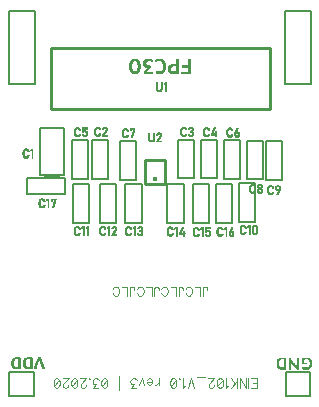
<source format=gbr>
G04 DipTrace 3.2.0.1*
G04 TopSilk.gbr*
%MOMM*%
G04 #@! TF.FileFunction,Legend,Top*
G04 #@! TF.Part,Single*
%ADD10C,0.25*%
%ADD12C,0.0762*%
%ADD13C,0.06667*%
%ADD14C,0.05*%
%ADD21C,0.15*%
%ADD28O,0.39005X0.38011*%
%ADD47C,0.11765*%
%FSLAX35Y35*%
G04*
G71*
G90*
G75*
G01*
G04 TopSilk*
%LPD*%
X-847287Y789353D2*
D10*
X-977187D1*
X-1279012Y1559000D2*
D21*
X-1057002D1*
Y2182000D1*
X-1279012D1*
Y1559000D1*
X1060988D2*
X1282998D1*
Y2182000D1*
X1060988D1*
Y1559000D1*
X1066994Y-1082006D2*
X1272006D1*
Y-876994D1*
X1066994D1*
Y-1082006D1*
X-1066994Y-877994D2*
X-1272006D1*
Y-1083006D1*
X-1066994D1*
Y-877994D1*
X936060Y1349993D2*
D10*
X-918912D1*
Y1864000D1*
X936060D1*
Y1349993D1*
X-124500Y718988D2*
X44500D1*
Y919993D1*
X-124500D1*
Y718988D1*
D28*
X-41994Y760985D3*
X899237Y1078320D2*
D21*
X1037987D1*
Y751750D1*
X899237D1*
Y1078320D1*
X740510Y1082557D2*
X879260D1*
Y755987D1*
X740510D1*
Y1082557D1*
X672243Y722143D2*
X810993D1*
Y395573D1*
X672243D1*
Y722143D1*
X544420Y1085277D2*
X683170D1*
Y758707D1*
X544420D1*
Y1085277D1*
X349093Y1089317D2*
X487843D1*
Y762747D1*
X349093D1*
Y1089317D1*
X155157Y1091010D2*
X293907D1*
Y764440D1*
X155157D1*
Y1091010D1*
X478660Y712017D2*
X617410D1*
Y385447D1*
X478660D1*
Y712017D1*
X279110Y712420D2*
X417860D1*
Y385850D1*
X279110D1*
Y712420D1*
X65763Y712860D2*
X204513D1*
Y386290D1*
X65763D1*
Y712860D1*
X-290397Y713390D2*
X-151647D1*
Y386820D1*
X-290397D1*
Y713390D1*
X-337833Y1080050D2*
X-199083D1*
Y753480D1*
X-337833D1*
Y1080050D1*
X-572127Y1086117D2*
X-433377D1*
Y759547D1*
X-572127D1*
Y1086117D1*
X-504697Y712113D2*
X-365947D1*
Y385543D1*
X-504697D1*
Y712113D1*
X-735180Y712077D2*
X-596430D1*
Y385507D1*
X-735180D1*
Y712077D1*
X-742120Y1084420D2*
X-603370D1*
Y757850D1*
X-742120D1*
Y1084420D1*
X-1123967Y767117D2*
X-797397D1*
Y628367D1*
X-1123967D1*
Y767117D1*
X-1012333Y1185513D2*
X-813177D1*
Y789057D1*
X-1012333D1*
Y1185513D1*
X-1136193Y1017313D2*
D14*
X-1131193D1*
X-1142155Y1014813D2*
X-1125531D1*
X-1086193D2*
X-1076193D1*
X-1146800Y1012313D2*
X-1120860D1*
X-1089742D2*
X-1076193D1*
X-1150302Y1009813D2*
X-1117248D1*
X-1092542D2*
X-1076193D1*
X-1152957Y1007313D2*
X-1114509D1*
X-1094706D2*
X-1076193D1*
X-1154956Y1004813D2*
X-1143598D1*
X-1126780D2*
X-1112464D1*
X-1095477D2*
X-1076193D1*
X-1156473Y1002313D2*
X-1145768D1*
X-1123140D2*
X-1110926D1*
X-1095912D2*
X-1091193D1*
X-1083693D2*
X-1076193D1*
X-1157559Y999813D2*
X-1147571D1*
X-1120420D2*
X-1109835D1*
X-1096193D2*
X-1093693D1*
X-1083693D2*
X-1076193D1*
X-1158268Y997313D2*
X-1149014D1*
X-1118239D2*
X-1109166D1*
X-1083693D2*
X-1076193D1*
X-1158892Y994813D2*
X-1150063D1*
X-1116193D2*
X-1108693D1*
X-1083693D2*
X-1076193D1*
X-1159624Y992313D2*
X-1150675D1*
X-1083693D2*
X-1076193D1*
X-1160318Y989813D2*
X-1150977D1*
X-1083693D2*
X-1076193D1*
X-1160774Y987313D2*
X-1151109D1*
X-1083693D2*
X-1076193D1*
X-1161013Y984813D2*
X-1151162D1*
X-1083693D2*
X-1076193D1*
X-1161122Y982313D2*
X-1151182D1*
X-1083693D2*
X-1076193D1*
X-1161167Y979813D2*
X-1151190D1*
X-1083693D2*
X-1076193D1*
X-1161184Y977313D2*
X-1151192D1*
X-1083693D2*
X-1076193D1*
X-1161190Y974813D2*
X-1151193D1*
X-1083693D2*
X-1076193D1*
X-1161182Y972313D2*
X-1151193D1*
X-1083693D2*
X-1076193D1*
X-1161095Y969813D2*
X-1151184D1*
X-1083693D2*
X-1076193D1*
X-1160777Y967313D2*
X-1151096D1*
X-1083693D2*
X-1076193D1*
X-1160178Y964813D2*
X-1150777D1*
X-1083693D2*
X-1076193D1*
X-1159528Y962313D2*
X-1150169D1*
X-1083693D2*
X-1076193D1*
X-1159004Y959813D2*
X-1149420D1*
X-1118693D2*
X-1108693D1*
X-1083693D2*
X-1076193D1*
X-1158443Y957313D2*
X-1148421D1*
X-1119807D2*
X-1109089D1*
X-1083693D2*
X-1076193D1*
X-1157641Y954813D2*
X-1146979D1*
X-1121262D2*
X-1109807D1*
X-1083693D2*
X-1076193D1*
X-1156540Y952313D2*
X-1141759D1*
X-1126133D2*
X-1110870D1*
X-1083693D2*
X-1076193D1*
X-1155062Y949813D2*
X-1133639D1*
X-1133974D2*
X-1112333D1*
X-1083693D2*
X-1076193D1*
X-1153073Y947313D2*
X-1114317D1*
X-1083693D2*
X-1076193D1*
X-1150487Y944813D2*
X-1116901D1*
X-1083693D2*
X-1076193D1*
X-1147269Y942313D2*
X-1120118D1*
X-1083693D2*
X-1076193D1*
X-1143693Y939813D2*
X-1123693D1*
X-1083693D2*
X-1076193D1*
X-530087Y1200943D2*
X-525087D1*
X-470087D2*
X-465087D1*
X-536049Y1198443D2*
X-519424D1*
X-474885D2*
X-459134D1*
X-540693Y1195943D2*
X-514754D1*
X-478733D2*
X-454578D1*
X-544195Y1193443D2*
X-511141D1*
X-481631D2*
X-451394D1*
X-546850Y1190943D2*
X-508402D1*
X-483757D2*
X-449338D1*
X-548849Y1188443D2*
X-537491D1*
X-520673D2*
X-506358D1*
X-485331D2*
X-474698D1*
X-457200D2*
X-447980D1*
X-550366Y1185943D2*
X-539661D1*
X-517033D2*
X-504820D1*
X-486436D2*
X-476558D1*
X-456581D2*
X-446909D1*
X-551452Y1183443D2*
X-541464D1*
X-514314D2*
X-503729D1*
X-487111D2*
X-478307D1*
X-455943D2*
X-446153D1*
X-552161Y1180943D2*
X-542907D1*
X-512132D2*
X-503060D1*
X-487587D2*
X-480087D1*
X-455593D2*
X-445744D1*
X-552785Y1178443D2*
X-543956D1*
X-510087D2*
X-502587D1*
X-455689D2*
X-446250D1*
X-553517Y1175943D2*
X-544568D1*
X-456279D2*
X-446902D1*
X-554211Y1173443D2*
X-544870D1*
X-457283D2*
X-447629D1*
X-554668Y1170943D2*
X-545002D1*
X-458629D2*
X-448542D1*
X-554907Y1168443D2*
X-545056D1*
X-460192D2*
X-449690D1*
X-555015Y1165943D2*
X-545076D1*
X-461789D2*
X-451095D1*
X-555060Y1163443D2*
X-545083D1*
X-463506D2*
X-452680D1*
X-555077Y1160943D2*
X-545085D1*
X-465428D2*
X-454285D1*
X-555083Y1158443D2*
X-545086D1*
X-467358D2*
X-456004D1*
X-555076Y1155943D2*
X-545087D1*
X-469146D2*
X-457928D1*
X-554989Y1153443D2*
X-545077D1*
X-470948D2*
X-459857D1*
X-554670Y1150943D2*
X-544989D1*
X-472907D2*
X-461645D1*
X-554072Y1148443D2*
X-544670D1*
X-474850D2*
X-463448D1*
X-553421Y1145943D2*
X-544062D1*
X-476643D2*
X-465407D1*
X-552897Y1143443D2*
X-543313D1*
X-512587D2*
X-502587D1*
X-478448D2*
X-467350D1*
X-552337Y1140943D2*
X-542315D1*
X-513700D2*
X-502983D1*
X-480406D2*
X-469143D1*
X-551534Y1138443D2*
X-540872D1*
X-515156D2*
X-503700D1*
X-482340D2*
X-470957D1*
X-550433Y1135943D2*
X-535653D1*
X-520026D2*
X-504764D1*
X-484035D2*
X-473002D1*
X-548956Y1133443D2*
X-527532D1*
X-527868D2*
X-506226D1*
X-485434D2*
X-475251D1*
X-546966Y1130943D2*
X-508210D1*
X-486466D2*
X-445087D1*
X-544380Y1128443D2*
X-510794D1*
X-487074D2*
X-445087D1*
X-541162Y1125943D2*
X-514011D1*
X-487388D2*
X-445087D1*
X-537587Y1123443D2*
X-517587D1*
X-487587D2*
X-445087D1*
X198873Y1199577D2*
X203873D1*
X258873D2*
X263873D1*
X192911Y1197077D2*
X209536D1*
X254075D2*
X269441D1*
X188267Y1194577D2*
X214206D1*
X250227D2*
X273791D1*
X184765Y1192077D2*
X217819D1*
X247329D2*
X276794D1*
X182110Y1189577D2*
X220558D1*
X245203D2*
X278804D1*
X180111Y1187077D2*
X191469D1*
X208287D2*
X222602D1*
X243629D2*
X254262D1*
X268768D2*
X280094D1*
X178594Y1184577D2*
X189299D1*
X211927D2*
X224140D1*
X242524D2*
X252402D1*
X270850D2*
X280801D1*
X177508Y1182077D2*
X187496D1*
X214646D2*
X225231D1*
X241849D2*
X250653D1*
X272325D2*
X281138D1*
X176799Y1179577D2*
X186053D1*
X216828D2*
X225900D1*
X241373D2*
X248873D1*
X273311D2*
X281273D1*
X176175Y1177077D2*
X185004D1*
X218873D2*
X226373D1*
X273208D2*
X281243D1*
X175443Y1174577D2*
X184392D1*
X272767D2*
X280936D1*
X174749Y1172077D2*
X184090D1*
X271112D2*
X280237D1*
X174292Y1169577D2*
X183958D1*
X268504D2*
X279088D1*
X174053Y1167077D2*
X183904D1*
X265191D2*
X277258D1*
X173945Y1164577D2*
X183884D1*
X261919D2*
X274560D1*
X173900Y1162077D2*
X183877D1*
X260289D2*
X271373D1*
X173883Y1159577D2*
X183875D1*
X259771D2*
X274332D1*
X173877Y1157077D2*
X183874D1*
X263209D2*
X276868D1*
X173884Y1154577D2*
X183873D1*
X266872D2*
X278867D1*
X173971Y1152077D2*
X183883D1*
X269901D2*
X280477D1*
X174290Y1149577D2*
X183971D1*
X272261D2*
X281798D1*
X174888Y1147077D2*
X184290D1*
X273095D2*
X282786D1*
X175539Y1144577D2*
X184898D1*
X273534D2*
X283362D1*
X176063Y1142077D2*
X185647D1*
X216373D2*
X226373D1*
X273638D2*
X283565D1*
X176623Y1139577D2*
X186645D1*
X215260D2*
X225977D1*
X238873D2*
X248873D1*
X273506D2*
X283375D1*
X177426Y1137077D2*
X188088D1*
X213804D2*
X225260D1*
X239823D2*
X250265D1*
X272366D2*
X282818D1*
X178527Y1134577D2*
X193307D1*
X208934D2*
X224196D1*
X240907D2*
X254336D1*
X268362D2*
X282099D1*
X180004Y1132077D2*
X201428D1*
X201092D2*
X222734D1*
X242166D2*
X260817D1*
X261913D2*
X281244D1*
X181994Y1129577D2*
X220750D1*
X243788D2*
X279905D1*
X184580Y1127077D2*
X218166D1*
X245962D2*
X277760D1*
X187798Y1124577D2*
X214949D1*
X248597D2*
X274787D1*
X191373Y1122077D2*
X211373D1*
X251373D2*
X271373D1*
X391597Y1198620D2*
X396597D1*
X385635Y1196120D2*
X402259D1*
X459097D2*
X469097D1*
X380990Y1193620D2*
X406930D1*
X458147D2*
X467847D1*
X377488Y1191120D2*
X410542D1*
X457073D2*
X466799D1*
X374833Y1188620D2*
X413281D1*
X455912D2*
X465749D1*
X372834Y1186120D2*
X384192D1*
X401010D2*
X415326D1*
X454697D2*
X464618D1*
X371317Y1183620D2*
X382022D1*
X404650D2*
X416864D1*
X453464D2*
X463430D1*
X370231Y1181120D2*
X380219D1*
X407370D2*
X417955D1*
X452227D2*
X462204D1*
X369522Y1178620D2*
X378776D1*
X409551D2*
X418624D1*
X451060D2*
X460967D1*
X368898Y1176120D2*
X377727D1*
X411597D2*
X419097D1*
X450049D2*
X459719D1*
X368166Y1173620D2*
X377115D1*
X449159D2*
X458472D1*
X367472Y1171120D2*
X376813D1*
X448190D2*
X457220D1*
X367016Y1168620D2*
X376681D1*
X447095D2*
X455973D1*
X366777Y1166120D2*
X376628D1*
X445922D2*
X454730D1*
X366668Y1163620D2*
X376608D1*
X444701D2*
X453561D1*
X469097D2*
X476597D1*
X366623Y1161120D2*
X376600D1*
X443466D2*
X452549D1*
X469097D2*
X476597D1*
X366606Y1158620D2*
X376598D1*
X442218D2*
X451659D1*
X469097D2*
X476597D1*
X366600Y1156120D2*
X376597D1*
X440972D2*
X450690D1*
X469097D2*
X476597D1*
X366608Y1153620D2*
X376597D1*
X439720D2*
X449595D1*
X469097D2*
X476597D1*
X366695Y1151120D2*
X376606D1*
X438473D2*
X448414D1*
X469097D2*
X476616D1*
X367013Y1148620D2*
X376694D1*
X437230D2*
X447129D1*
X469097D2*
X476792D1*
X367612Y1146120D2*
X377013D1*
X436070D2*
X445683D1*
X469097D2*
X477202D1*
X368262Y1143620D2*
X377621D1*
X435147D2*
X444097D1*
X469097D2*
X478570D1*
X368786Y1141120D2*
X378370D1*
X409097D2*
X419097D1*
X434585D2*
X479894D1*
X369347Y1138620D2*
X379369D1*
X407983D2*
X418701D1*
X434302D2*
X480777D1*
X370149Y1136120D2*
X380811D1*
X406528D2*
X417983D1*
X434172D2*
X481245D1*
X371250Y1133620D2*
X386031D1*
X401657D2*
X416920D1*
X434097D2*
X481466D1*
X372728Y1131120D2*
X394151D1*
X393816D2*
X415457D1*
X469097D2*
X476597D1*
X374717Y1128620D2*
X413473D1*
X469097D2*
X476597D1*
X377303Y1126120D2*
X410889D1*
X469097D2*
X476597D1*
X380521Y1123620D2*
X407672D1*
X469097D2*
X476597D1*
X384097Y1121120D2*
X404097D1*
X469097D2*
X476597D1*
X-700680Y1197637D2*
X-695680D1*
X-706642Y1195137D2*
X-690017D1*
X-655680D2*
X-618180D1*
X-711286Y1192637D2*
X-685347D1*
X-655680D2*
X-618180D1*
X-714788Y1190137D2*
X-681734D1*
X-655680D2*
X-618180D1*
X-717443Y1187637D2*
X-678995D1*
X-655680D2*
X-618180D1*
X-719443Y1185137D2*
X-708085D1*
X-691267D2*
X-676951D1*
X-655680D2*
X-645680D1*
X-720960Y1182637D2*
X-710255D1*
X-687627D2*
X-675413D1*
X-655680D2*
X-645680D1*
X-722045Y1180137D2*
X-712058D1*
X-684907D2*
X-674322D1*
X-655680D2*
X-645680D1*
X-722755Y1177637D2*
X-713500D1*
X-682726D2*
X-673653D1*
X-655680D2*
X-645680D1*
X-723378Y1175137D2*
X-714549D1*
X-680680D2*
X-673180D1*
X-655680D2*
X-645680D1*
X-724110Y1172637D2*
X-715161D1*
X-655680D2*
X-645680D1*
X-724805Y1170137D2*
X-715463D1*
X-655680D2*
X-635112D1*
X-725261Y1167637D2*
X-715596D1*
X-655680D2*
X-627673D1*
X-725500Y1165137D2*
X-715649D1*
X-655680D2*
X-622266D1*
X-725609Y1162637D2*
X-715669D1*
X-655680D2*
X-619854D1*
X-725653Y1160137D2*
X-715676D1*
X-655680D2*
X-643180D1*
X-628662D2*
X-618084D1*
X-725670Y1157637D2*
X-715679D1*
X-655680D2*
X-645680D1*
X-627112D2*
X-616895D1*
X-725677Y1155137D2*
X-715680D1*
X-625956D2*
X-616228D1*
X-725669Y1152637D2*
X-715680D1*
X-624951D2*
X-615907D1*
X-725582Y1150137D2*
X-715670D1*
X-624134D2*
X-615768D1*
X-725264Y1147637D2*
X-715582D1*
X-623638D2*
X-615712D1*
X-724665Y1145137D2*
X-715264D1*
X-623468D2*
X-615691D1*
X-724014Y1142637D2*
X-714655D1*
X-623671D2*
X-615684D1*
X-723490Y1140137D2*
X-713907D1*
X-683180D2*
X-673180D1*
X-624233D2*
X-615691D1*
X-722930Y1137637D2*
X-712908D1*
X-684293D2*
X-673576D1*
X-655680D2*
X-648180D1*
X-625002D2*
X-615778D1*
X-722128Y1135137D2*
X-711465D1*
X-685749D2*
X-674294D1*
X-655575D2*
X-646788D1*
X-625888D2*
X-616106D1*
X-721027Y1132637D2*
X-706246D1*
X-690619D2*
X-675357D1*
X-655157D2*
X-642718D1*
X-628516D2*
X-616802D1*
X-719549Y1130137D2*
X-698126D1*
X-698461D2*
X-676820D1*
X-654141D2*
X-636237D1*
X-635229D2*
X-617860D1*
X-717560Y1127637D2*
X-678803D1*
X-652485D2*
X-619311D1*
X-714974Y1125137D2*
X-681387D1*
X-650394D2*
X-621196D1*
X-711756Y1122637D2*
X-684605D1*
X-648077D2*
X-623379D1*
X-708180Y1120137D2*
X-688180D1*
X-645680D2*
X-625680D1*
X589830Y1194800D2*
X594830D1*
X583868Y1192300D2*
X600493D1*
X652330D2*
X662330D1*
X579224Y1189800D2*
X605163D1*
X651380D2*
X661380D1*
X575722Y1187300D2*
X608776D1*
X650306D2*
X660306D1*
X573067Y1184800D2*
X611515D1*
X649145D2*
X659145D1*
X571067Y1182300D2*
X582425D1*
X599243D2*
X613559D1*
X647930D2*
X657930D1*
X569550Y1179800D2*
X580255D1*
X602883D2*
X615097D1*
X646697D2*
X656697D1*
X568465Y1177300D2*
X578452D1*
X605603D2*
X616188D1*
X645451D2*
X655451D1*
X567755Y1174800D2*
X577010D1*
X607784D2*
X616857D1*
X644205D2*
X654205D1*
X567132Y1172300D2*
X575961D1*
X609830D2*
X617330D1*
X642954D2*
X652954D1*
X566400Y1169800D2*
X575349D1*
X641706D2*
X651706D1*
X565705Y1167300D2*
X575047D1*
X640454D2*
X650462D1*
X565249Y1164800D2*
X574914D1*
X639206D2*
X649279D1*
X565010Y1162300D2*
X574861D1*
X637964D2*
X648237D1*
X652330D2*
X657330D1*
X564901Y1159800D2*
X574841D1*
X636794D2*
X662043D1*
X564857Y1157300D2*
X574834D1*
X635782D2*
X665649D1*
X564840Y1154800D2*
X574831D1*
X634902D2*
X668178D1*
X564833Y1152300D2*
X574830D1*
X634021D2*
X669943D1*
X564841Y1149800D2*
X574830D1*
X633255D2*
X645312D1*
X659434D2*
X671123D1*
X564928Y1147300D2*
X574840D1*
X632768D2*
X643762D1*
X661216D2*
X671784D1*
X565246Y1144800D2*
X574928D1*
X632517D2*
X642606D1*
X662653D2*
X672104D1*
X565845Y1142300D2*
X575246D1*
X632404D2*
X641611D1*
X663700D2*
X672243D1*
X566496Y1139800D2*
X575855D1*
X632357D2*
X640882D1*
X664302D2*
X672298D1*
X567020Y1137300D2*
X576603D1*
X607330D2*
X617330D1*
X632350D2*
X640486D1*
X664506D2*
X672319D1*
X567580Y1134800D2*
X577602D1*
X606217D2*
X616934D1*
X632431D2*
X641137D1*
X664437D2*
X672316D1*
X568382Y1132300D2*
X579045D1*
X604761D2*
X616216D1*
X632757D2*
X642134D1*
X663314D2*
X672221D1*
X569483Y1129800D2*
X584264D1*
X599891D2*
X615153D1*
X633453D2*
X644977D1*
X659315D2*
X671806D1*
X570961Y1127300D2*
X592384D1*
X592049D2*
X613690D1*
X634510D2*
X651796D1*
X652868D2*
X670791D1*
X572950Y1124800D2*
X611707D1*
X635961D2*
X669135D1*
X575536Y1122300D2*
X609123D1*
X637846D2*
X667044D1*
X578754Y1119800D2*
X605905D1*
X640029D2*
X664727D1*
X582330Y1117300D2*
X602330D1*
X642330D2*
X662330D1*
X-295100Y1188660D2*
X-290100D1*
X-301062Y1186160D2*
X-284437D1*
X-252600D2*
X-212600D1*
X-305706Y1183660D2*
X-279767D1*
X-252600D2*
X-212610D1*
X-309208Y1181160D2*
X-276154D1*
X-252600D2*
X-212698D1*
X-311863Y1178660D2*
X-273415D1*
X-252600D2*
X-213016D1*
X-313863Y1176160D2*
X-302505D1*
X-285687D2*
X-271371D1*
X-252600D2*
X-245100D1*
X-222109D2*
X-213625D1*
X-315380Y1173660D2*
X-304675D1*
X-282047D2*
X-269833D1*
X-252600D2*
X-245100D1*
X-223581D2*
X-214354D1*
X-316465Y1171160D2*
X-306478D1*
X-279327D2*
X-268742D1*
X-252600D2*
X-245100D1*
X-224506D2*
X-215108D1*
X-317175Y1168660D2*
X-307920D1*
X-277146D2*
X-268073D1*
X-252600D2*
X-245100D1*
X-225230D2*
X-215949D1*
X-317798Y1166160D2*
X-308969D1*
X-275100D2*
X-267600D1*
X-226014D2*
X-216784D1*
X-318530Y1163660D2*
X-309581D1*
X-226813D2*
X-217582D1*
X-319225Y1161160D2*
X-309883D1*
X-227594D2*
X-218429D1*
X-319681Y1158660D2*
X-310016D1*
X-228444D2*
X-219192D1*
X-319920Y1156160D2*
X-310069D1*
X-229282D2*
X-219762D1*
X-320029Y1153660D2*
X-310089D1*
X-230082D2*
X-220330D1*
X-320073Y1151160D2*
X-310096D1*
X-230929D2*
X-221051D1*
X-320090Y1148660D2*
X-310099D1*
X-231692D2*
X-221826D1*
X-320097Y1146160D2*
X-310100D1*
X-232262D2*
X-222599D1*
X-320089Y1143660D2*
X-310100D1*
X-232830D2*
X-223436D1*
X-320002Y1141160D2*
X-310090D1*
X-233551D2*
X-224195D1*
X-319684Y1138660D2*
X-310002D1*
X-234326D2*
X-224763D1*
X-319085Y1136160D2*
X-309684D1*
X-235099D2*
X-225331D1*
X-318434Y1133660D2*
X-309075D1*
X-235936D2*
X-226051D1*
X-317910Y1131160D2*
X-308327D1*
X-277600D2*
X-267600D1*
X-236695D2*
X-226826D1*
X-317350Y1128660D2*
X-307328D1*
X-278713D2*
X-267996D1*
X-237263D2*
X-227599D1*
X-316548Y1126160D2*
X-305885D1*
X-280169D2*
X-268714D1*
X-237831D2*
X-228445D1*
X-315447Y1123660D2*
X-300666D1*
X-285039D2*
X-269777D1*
X-238551D2*
X-229282D1*
X-313969Y1121160D2*
X-292546D1*
X-292881D2*
X-271240D1*
X-239326D2*
X-230082D1*
X-311980Y1118660D2*
X-273223D1*
X-240100D2*
X-230930D1*
X-309394Y1116160D2*
X-275807D1*
X-240959D2*
X-231690D1*
X-306176Y1113660D2*
X-279025D1*
X-241816D2*
X-232211D1*
X-302600Y1111160D2*
X-282600D1*
X-242600D2*
X-232600D1*
X782497Y718463D2*
X787497D1*
X844997D2*
X849997D1*
X776535Y715963D2*
X793159D1*
X839429D2*
X855949D1*
X771890Y713463D2*
X797830D1*
X835079D2*
X860505D1*
X768388Y710963D2*
X801442D1*
X832076D2*
X863689D1*
X765733Y708463D2*
X804181D1*
X830066D2*
X865745D1*
X763734Y705963D2*
X775092D1*
X791910D2*
X806226D1*
X828776D2*
X840393D1*
X854892D2*
X867103D1*
X762217Y703463D2*
X772922D1*
X795550D2*
X807764D1*
X828069D2*
X838610D1*
X856974D2*
X868184D1*
X761131Y700963D2*
X771119D1*
X798270D2*
X808855D1*
X827732D2*
X837184D1*
X858458D2*
X869018D1*
X760422Y698463D2*
X769676D1*
X800451D2*
X809524D1*
X827597D2*
X836224D1*
X859292D2*
X869446D1*
X759798Y695963D2*
X768627D1*
X802497D2*
X809997D1*
X827627D2*
X835697D1*
X859603D2*
X869379D1*
X759066Y693463D2*
X768015D1*
X827934D2*
X836185D1*
X859588D2*
X868799D1*
X758372Y690963D2*
X767713D1*
X828623D2*
X837608D1*
X858515D2*
X867789D1*
X757916Y688463D2*
X767581D1*
X829677D2*
X841997D1*
X854954D2*
X866356D1*
X757677Y685963D2*
X767528D1*
X831120D2*
X848949D1*
X849376D2*
X864477D1*
X757568Y683463D2*
X767508D1*
X832964D2*
X862296D1*
X757523Y680963D2*
X767500D1*
X834997D2*
X859997D1*
X757506Y678463D2*
X767498D1*
X832602D2*
X862401D1*
X757500Y675963D2*
X767497D1*
X830510D2*
X864571D1*
X757508Y673463D2*
X767497D1*
X828938D2*
X843093D1*
X851996D2*
X866374D1*
X757595Y670963D2*
X767506D1*
X827775D2*
X839549D1*
X855860D2*
X867817D1*
X757913Y668463D2*
X767594D1*
X826768D2*
X836823D1*
X858781D2*
X868866D1*
X758512Y665963D2*
X767913D1*
X825951D2*
X835876D1*
X861000D2*
X869478D1*
X759162Y663463D2*
X768521D1*
X825455D2*
X835378D1*
X861679D2*
X869780D1*
X759686Y660963D2*
X769270D1*
X799997D2*
X809997D1*
X825285D2*
X835249D1*
X861979D2*
X869903D1*
X760247Y658463D2*
X770269D1*
X798883D2*
X809601D1*
X825498D2*
X835368D1*
X861155D2*
X869868D1*
X761049Y655963D2*
X771711D1*
X797428D2*
X808883D1*
X826137D2*
X836505D1*
X859874D2*
X869560D1*
X762150Y653463D2*
X776931D1*
X792557D2*
X807820D1*
X827089D2*
X840508D1*
X855034D2*
X868870D1*
X763628Y650963D2*
X785051D1*
X784716D2*
X806357D1*
X828224D2*
X846957D1*
X847207D2*
X867806D1*
X765617Y648463D2*
X804373D1*
X829606D2*
X866261D1*
X768203Y645963D2*
X801789D1*
X831542D2*
X863989D1*
X771421Y643463D2*
X798572D1*
X834285D2*
X860951D1*
X774997Y640963D2*
X794997D1*
X837497D2*
X857497D1*
X935073Y706970D2*
X940073D1*
X995073D2*
X1000073D1*
X929111Y704470D2*
X945736D1*
X990275D2*
X1005641D1*
X924467Y701970D2*
X950406D1*
X986427D2*
X1009991D1*
X920965Y699470D2*
X954019D1*
X983529D2*
X1012994D1*
X918310Y696970D2*
X956758D1*
X981403D2*
X1015004D1*
X916311Y694470D2*
X927669D1*
X944487D2*
X958802D1*
X979830D2*
X990469D1*
X1004968D2*
X1016294D1*
X914794Y691970D2*
X925499D1*
X948127D2*
X960340D1*
X978731D2*
X988687D1*
X1007050D2*
X1017001D1*
X913708Y689470D2*
X923696D1*
X950846D2*
X961431D1*
X978101D2*
X987260D1*
X1008535D2*
X1017338D1*
X912999Y686970D2*
X922253D1*
X953028D2*
X962100D1*
X977793D2*
X986301D1*
X1009369D2*
X1017483D1*
X912375Y684470D2*
X921204D1*
X955073D2*
X962573D1*
X977659D2*
X985774D1*
X1009689D2*
X1017540D1*
X911643Y681970D2*
X920592D1*
X977614D2*
X986256D1*
X1009537D2*
X1017562D1*
X910949Y679470D2*
X920290D1*
X977682D2*
X986955D1*
X1008862D2*
X1017569D1*
X910492Y676970D2*
X920158D1*
X978003D2*
X987797D1*
X1007809D2*
X1017562D1*
X910253Y674470D2*
X920104D1*
X978697D2*
X990414D1*
X1004940D2*
X1017475D1*
X910145Y671970D2*
X920084D1*
X979753D2*
X997124D1*
X998113D2*
X1017147D1*
X910100Y669470D2*
X920077D1*
X981253D2*
X1016461D1*
X910083Y666970D2*
X920075D1*
X983166D2*
X1015491D1*
X910077Y664470D2*
X920074D1*
X987633D2*
X1014369D1*
X910084Y661970D2*
X920073D1*
X994354D2*
X1013167D1*
X910171Y659470D2*
X920083D1*
X1002573D2*
X1011939D1*
X910490Y656970D2*
X920171D1*
X1001023D2*
X1010694D1*
X911088Y654470D2*
X920490D1*
X999597D2*
X1009448D1*
X911739Y651970D2*
X921098D1*
X998258D2*
X1008197D1*
X912263Y649470D2*
X921847D1*
X952573D2*
X962573D1*
X996973D2*
X1006949D1*
X912823Y646970D2*
X922845D1*
X951460D2*
X962177D1*
X995706D2*
X1005697D1*
X913626Y644470D2*
X924288D1*
X950004D2*
X961460D1*
X994452D2*
X1004449D1*
X914727Y641970D2*
X929507D1*
X945134D2*
X960396D1*
X993198D2*
X1003197D1*
X916204Y639470D2*
X937628D1*
X937292D2*
X958934D1*
X991950D2*
X1001949D1*
X918194Y636970D2*
X956950D1*
X990705D2*
X1000705D1*
X920780Y634470D2*
X954366D1*
X989522D2*
X999522D1*
X923998Y631970D2*
X951149D1*
X988481D2*
X998481D1*
X927573Y629470D2*
X947573D1*
X987573D2*
X997573D1*
X702217Y369497D2*
X707217D1*
X799717D2*
X809717D1*
X696255Y366997D2*
X712879D1*
X752217D2*
X762217D1*
X794918D2*
X814429D1*
X691610Y364497D2*
X717550D1*
X748668D2*
X762217D1*
X791080D2*
X818035D1*
X688108Y361997D2*
X721162D1*
X745868D2*
X762217D1*
X788270D2*
X820565D1*
X685453Y359497D2*
X723901D1*
X743704D2*
X762217D1*
X786148D2*
X822330D1*
X683454Y356997D2*
X694812D1*
X711630D2*
X725946D1*
X742933D2*
X762217D1*
X785314D2*
X794330D1*
X815103D2*
X823509D1*
X681937Y354497D2*
X692642D1*
X715270D2*
X727484D1*
X742498D2*
X747217D1*
X754717D2*
X762217D1*
X784595D2*
X793711D1*
X815723D2*
X824171D1*
X680851Y351997D2*
X690839D1*
X717990D2*
X728575D1*
X742217D2*
X744717D1*
X754717D2*
X762217D1*
X783817D2*
X793063D1*
X816370D2*
X824491D1*
X680142Y349497D2*
X689396D1*
X720171D2*
X729244D1*
X754717D2*
X762217D1*
X783103D2*
X792625D1*
X816808D2*
X824629D1*
X679518Y346997D2*
X688347D1*
X722217D2*
X729717D1*
X754717D2*
X762217D1*
X782640D2*
X792393D1*
X817040D2*
X824685D1*
X678786Y344497D2*
X687735D1*
X754717D2*
X762217D1*
X782398D2*
X792287D1*
X817147D2*
X824705D1*
X678092Y341997D2*
X687433D1*
X754717D2*
X762217D1*
X782288D2*
X792243D1*
X817190D2*
X824713D1*
X677636Y339497D2*
X687301D1*
X754717D2*
X762217D1*
X782243D2*
X792226D1*
X817207D2*
X824715D1*
X677397Y336997D2*
X687248D1*
X754717D2*
X762217D1*
X782226D2*
X792220D1*
X817213D2*
X824716D1*
X677288Y334497D2*
X687228D1*
X754717D2*
X762217D1*
X782220D2*
X792218D1*
X817216D2*
X824717D1*
X677243Y331997D2*
X687220D1*
X754717D2*
X762217D1*
X782218D2*
X792217D1*
X817216D2*
X824717D1*
X677226Y329497D2*
X687218D1*
X754717D2*
X762217D1*
X782217D2*
X792217D1*
X817217D2*
X824717D1*
X677220Y326997D2*
X687217D1*
X754717D2*
X762217D1*
X782217D2*
X792217D1*
X817217D2*
X824717D1*
X677228Y324497D2*
X687217D1*
X754717D2*
X762217D1*
X782217D2*
X792217D1*
X817217D2*
X824717D1*
X677315Y321997D2*
X687226D1*
X754717D2*
X762217D1*
X782217D2*
X792217D1*
X817217D2*
X824717D1*
X677633Y319497D2*
X687314D1*
X754717D2*
X762217D1*
X782226D2*
X792217D1*
X817217D2*
X824717D1*
X678232Y316997D2*
X687633D1*
X754717D2*
X762217D1*
X782314D2*
X792217D1*
X817217D2*
X824717D1*
X678882Y314497D2*
X688241D1*
X754717D2*
X762217D1*
X782633D2*
X792226D1*
X817207D2*
X824717D1*
X679406Y311997D2*
X688990D1*
X719717D2*
X729717D1*
X754717D2*
X762217D1*
X783232D2*
X792324D1*
X817109D2*
X824717D1*
X679967Y309497D2*
X689989D1*
X718603D2*
X729321D1*
X754717D2*
X762217D1*
X783882D2*
X792558D1*
X816875D2*
X824707D1*
X680769Y306997D2*
X691431D1*
X717148D2*
X728603D1*
X754717D2*
X762217D1*
X784406D2*
X793716D1*
X815718D2*
X824619D1*
X681870Y304497D2*
X696651D1*
X712277D2*
X727540D1*
X754717D2*
X762217D1*
X784967D2*
X797724D1*
X811709D2*
X824291D1*
X683348Y301997D2*
X704771D1*
X704436D2*
X726077D1*
X754717D2*
X762217D1*
X785779D2*
X804176D1*
X805257D2*
X823584D1*
X685337Y299497D2*
X724093D1*
X754717D2*
X762217D1*
X786975D2*
X822433D1*
X687923Y296997D2*
X721509D1*
X754717D2*
X762217D1*
X788822D2*
X820602D1*
X691141Y294497D2*
X718292D1*
X754717D2*
X762217D1*
X791526D2*
X817904D1*
X694717Y291997D2*
X714717D1*
X754717D2*
X762217D1*
X794717D2*
X814717D1*
X-703230Y360323D2*
X-698230D1*
X-709192Y357823D2*
X-692567D1*
X-653230D2*
X-643230D1*
X-615730D2*
X-605730D1*
X-713836Y355323D2*
X-687897D1*
X-656779D2*
X-643230D1*
X-619279D2*
X-605730D1*
X-717338Y352823D2*
X-684284D1*
X-659579D2*
X-643230D1*
X-622079D2*
X-605730D1*
X-719993Y350323D2*
X-681545D1*
X-661743D2*
X-643230D1*
X-624243D2*
X-605730D1*
X-721993Y347823D2*
X-710635D1*
X-693817D2*
X-679501D1*
X-662514D2*
X-643230D1*
X-625014D2*
X-605730D1*
X-723510Y345323D2*
X-712805D1*
X-690177D2*
X-677963D1*
X-662949D2*
X-658230D1*
X-650730D2*
X-643230D1*
X-625449D2*
X-620730D1*
X-613230D2*
X-605730D1*
X-724595Y342823D2*
X-714608D1*
X-687457D2*
X-676872D1*
X-663230D2*
X-660730D1*
X-650730D2*
X-643230D1*
X-625730D2*
X-623230D1*
X-613230D2*
X-605730D1*
X-725305Y340323D2*
X-716050D1*
X-685276D2*
X-676203D1*
X-650730D2*
X-643230D1*
X-613230D2*
X-605730D1*
X-725928Y337823D2*
X-717099D1*
X-683230D2*
X-675730D1*
X-650730D2*
X-643230D1*
X-613230D2*
X-605730D1*
X-726660Y335323D2*
X-717711D1*
X-650730D2*
X-643230D1*
X-613230D2*
X-605730D1*
X-727355Y332823D2*
X-718013D1*
X-650730D2*
X-643230D1*
X-613230D2*
X-605730D1*
X-727811Y330323D2*
X-718146D1*
X-650730D2*
X-643230D1*
X-613230D2*
X-605730D1*
X-728050Y327823D2*
X-718199D1*
X-650730D2*
X-643230D1*
X-613230D2*
X-605730D1*
X-728159Y325323D2*
X-718219D1*
X-650730D2*
X-643230D1*
X-613230D2*
X-605730D1*
X-728203Y322823D2*
X-718226D1*
X-650730D2*
X-643230D1*
X-613230D2*
X-605730D1*
X-728220Y320323D2*
X-718229D1*
X-650730D2*
X-643230D1*
X-613230D2*
X-605730D1*
X-728227Y317823D2*
X-718230D1*
X-650730D2*
X-643230D1*
X-613230D2*
X-605730D1*
X-728219Y315323D2*
X-718230D1*
X-650730D2*
X-643230D1*
X-613230D2*
X-605730D1*
X-728132Y312823D2*
X-718220D1*
X-650730D2*
X-643230D1*
X-613230D2*
X-605730D1*
X-727814Y310323D2*
X-718132D1*
X-650730D2*
X-643230D1*
X-613230D2*
X-605730D1*
X-727215Y307823D2*
X-717814D1*
X-650730D2*
X-643230D1*
X-613230D2*
X-605730D1*
X-726564Y305323D2*
X-717205D1*
X-650730D2*
X-643230D1*
X-613230D2*
X-605730D1*
X-726040Y302823D2*
X-716457D1*
X-685730D2*
X-675730D1*
X-650730D2*
X-643230D1*
X-613230D2*
X-605730D1*
X-725480Y300323D2*
X-715458D1*
X-686843D2*
X-676126D1*
X-650730D2*
X-643230D1*
X-613230D2*
X-605730D1*
X-724678Y297823D2*
X-714015D1*
X-688299D2*
X-676844D1*
X-650730D2*
X-643230D1*
X-613230D2*
X-605730D1*
X-723577Y295323D2*
X-708796D1*
X-693169D2*
X-677907D1*
X-650730D2*
X-643230D1*
X-613230D2*
X-605730D1*
X-722099Y292823D2*
X-700676D1*
X-701011D2*
X-679370D1*
X-650730D2*
X-643230D1*
X-613230D2*
X-605730D1*
X-720110Y290323D2*
X-681353D1*
X-650730D2*
X-643230D1*
X-613230D2*
X-605730D1*
X-717524Y287823D2*
X-683937D1*
X-650730D2*
X-643230D1*
X-613230D2*
X-605730D1*
X-714306Y285323D2*
X-687155D1*
X-650730D2*
X-643230D1*
X-613230D2*
X-605730D1*
X-710730Y282823D2*
X-690730D1*
X-650730D2*
X-643230D1*
X-613230D2*
X-605730D1*
X-487177Y361223D2*
X-482177D1*
X-389677D2*
X-384677D1*
X-493139Y358723D2*
X-476514D1*
X-437177D2*
X-427177D1*
X-394475D2*
X-378724D1*
X-497783Y356223D2*
X-471844D1*
X-440726D2*
X-427177D1*
X-398323D2*
X-374168D1*
X-501285Y353723D2*
X-468231D1*
X-443526D2*
X-427177D1*
X-401221D2*
X-370984D1*
X-503940Y351223D2*
X-465492D1*
X-445690D2*
X-427177D1*
X-403347D2*
X-368928D1*
X-505939Y348723D2*
X-494581D1*
X-477763D2*
X-463448D1*
X-446460D2*
X-427177D1*
X-404921D2*
X-394288D1*
X-376790D2*
X-367570D1*
X-507456Y346223D2*
X-496751D1*
X-474123D2*
X-461910D1*
X-446896D2*
X-442177D1*
X-434677D2*
X-427177D1*
X-406026D2*
X-396148D1*
X-376171D2*
X-366499D1*
X-508542Y343723D2*
X-498554D1*
X-471404D2*
X-460819D1*
X-447177D2*
X-444677D1*
X-434677D2*
X-427177D1*
X-406701D2*
X-397897D1*
X-375533D2*
X-365743D1*
X-509251Y341223D2*
X-499997D1*
X-469222D2*
X-460150D1*
X-434677D2*
X-427177D1*
X-407177D2*
X-399677D1*
X-375183D2*
X-365334D1*
X-509875Y338723D2*
X-501046D1*
X-467177D2*
X-459677D1*
X-434677D2*
X-427177D1*
X-375279D2*
X-365840D1*
X-510607Y336223D2*
X-501658D1*
X-434677D2*
X-427177D1*
X-375869D2*
X-366492D1*
X-511301Y333723D2*
X-501960D1*
X-434677D2*
X-427177D1*
X-376873D2*
X-367219D1*
X-511758Y331223D2*
X-502092D1*
X-434677D2*
X-427177D1*
X-378219D2*
X-368132D1*
X-511997Y328723D2*
X-502146D1*
X-434677D2*
X-427177D1*
X-379782D2*
X-369280D1*
X-512105Y326223D2*
X-502166D1*
X-434677D2*
X-427177D1*
X-381379D2*
X-370685D1*
X-512150Y323723D2*
X-502173D1*
X-434677D2*
X-427177D1*
X-383096D2*
X-372270D1*
X-512167Y321223D2*
X-502175D1*
X-434677D2*
X-427177D1*
X-385018D2*
X-373875D1*
X-512173Y318723D2*
X-502176D1*
X-434677D2*
X-427177D1*
X-386948D2*
X-375594D1*
X-512166Y316223D2*
X-502177D1*
X-434677D2*
X-427177D1*
X-388736D2*
X-377518D1*
X-512079Y313723D2*
X-502167D1*
X-434677D2*
X-427177D1*
X-390538D2*
X-379447D1*
X-511760Y311223D2*
X-502079D1*
X-434677D2*
X-427177D1*
X-392497D2*
X-381235D1*
X-511162Y308723D2*
X-501760D1*
X-434677D2*
X-427177D1*
X-394440D2*
X-383038D1*
X-510511Y306223D2*
X-501152D1*
X-434677D2*
X-427177D1*
X-396233D2*
X-384997D1*
X-509987Y303723D2*
X-500403D1*
X-469677D2*
X-459677D1*
X-434677D2*
X-427177D1*
X-398038D2*
X-386940D1*
X-509427Y301223D2*
X-499405D1*
X-470790D2*
X-460073D1*
X-434677D2*
X-427177D1*
X-399996D2*
X-388733D1*
X-508624Y298723D2*
X-497962D1*
X-472246D2*
X-460790D1*
X-434677D2*
X-427177D1*
X-401930D2*
X-390547D1*
X-507523Y296223D2*
X-492743D1*
X-477116D2*
X-461854D1*
X-434677D2*
X-427177D1*
X-403625D2*
X-392592D1*
X-506046Y293723D2*
X-484622D1*
X-484958D2*
X-463316D1*
X-434677D2*
X-427177D1*
X-405024D2*
X-394841D1*
X-504056Y291223D2*
X-465300D1*
X-434677D2*
X-427177D1*
X-406056D2*
X-364677D1*
X-501470Y288723D2*
X-467884D1*
X-434677D2*
X-427177D1*
X-406664D2*
X-364677D1*
X-498252Y286223D2*
X-471101D1*
X-434677D2*
X-427177D1*
X-406978D2*
X-364677D1*
X-494677Y283723D2*
X-474677D1*
X-434677D2*
X-427177D1*
X-407177D2*
X-364677D1*
X-269053Y360103D2*
X-264053D1*
X-171553D2*
X-166553D1*
X-275015Y357603D2*
X-258391D1*
X-219053D2*
X-209053D1*
X-176352D2*
X-160986D1*
X-279660Y355103D2*
X-253720D1*
X-222602D2*
X-209053D1*
X-180200D2*
X-156636D1*
X-283162Y352603D2*
X-250108D1*
X-225402D2*
X-209053D1*
X-183098D2*
X-153632D1*
X-285817Y350103D2*
X-247369D1*
X-227566D2*
X-209053D1*
X-185224D2*
X-151622D1*
X-287816Y347603D2*
X-276458D1*
X-259640D2*
X-245324D1*
X-228337D2*
X-209053D1*
X-186798D2*
X-176165D1*
X-161658D2*
X-150333D1*
X-289333Y345103D2*
X-278628D1*
X-256000D2*
X-243786D1*
X-228772D2*
X-224053D1*
X-216553D2*
X-209053D1*
X-187903D2*
X-178024D1*
X-159576D2*
X-149626D1*
X-290419Y342603D2*
X-280431D1*
X-253280D2*
X-242695D1*
X-229053D2*
X-226553D1*
X-216553D2*
X-209053D1*
X-188578D2*
X-179774D1*
X-158102D2*
X-149289D1*
X-291128Y340103D2*
X-281874D1*
X-251099D2*
X-242026D1*
X-216553D2*
X-209053D1*
X-189053D2*
X-181553D1*
X-157116D2*
X-149154D1*
X-291752Y337603D2*
X-282923D1*
X-249053D2*
X-241553D1*
X-216553D2*
X-209053D1*
X-157218D2*
X-149184D1*
X-292484Y335103D2*
X-283535D1*
X-216553D2*
X-209053D1*
X-157660D2*
X-149491D1*
X-293178Y332603D2*
X-283837D1*
X-216553D2*
X-209053D1*
X-159314D2*
X-150189D1*
X-293634Y330103D2*
X-283969D1*
X-216553D2*
X-209053D1*
X-161923D2*
X-151339D1*
X-293873Y327603D2*
X-284022D1*
X-216553D2*
X-209053D1*
X-165235D2*
X-153168D1*
X-293982Y325103D2*
X-284042D1*
X-216553D2*
X-209053D1*
X-168507D2*
X-155866D1*
X-294027Y322603D2*
X-284050D1*
X-216553D2*
X-209053D1*
X-170137D2*
X-159053D1*
X-294044Y320103D2*
X-284052D1*
X-216553D2*
X-209053D1*
X-170655D2*
X-156095D1*
X-294050Y317603D2*
X-284053D1*
X-216553D2*
X-209053D1*
X-167217D2*
X-153558D1*
X-294042Y315103D2*
X-284053D1*
X-216553D2*
X-209053D1*
X-163554D2*
X-151560D1*
X-293955Y312603D2*
X-284044D1*
X-216553D2*
X-209053D1*
X-160525D2*
X-149950D1*
X-293637Y310103D2*
X-283956D1*
X-216553D2*
X-209053D1*
X-158166D2*
X-148629D1*
X-293038Y307603D2*
X-283637D1*
X-216553D2*
X-209053D1*
X-157331D2*
X-147641D1*
X-292388Y305103D2*
X-283029D1*
X-216553D2*
X-209053D1*
X-156893D2*
X-147065D1*
X-291864Y302603D2*
X-282280D1*
X-251553D2*
X-241553D1*
X-216553D2*
X-209053D1*
X-156789D2*
X-146861D1*
X-291303Y300103D2*
X-281281D1*
X-252667D2*
X-241949D1*
X-216553D2*
X-209053D1*
X-191553D2*
X-181553D1*
X-156921D2*
X-147052D1*
X-290501Y297603D2*
X-279839D1*
X-254122D2*
X-242667D1*
X-216553D2*
X-209053D1*
X-190603D2*
X-180162D1*
X-158061D2*
X-147608D1*
X-289400Y295103D2*
X-274619D1*
X-258993D2*
X-243730D1*
X-216553D2*
X-209053D1*
X-189519D2*
X-176091D1*
X-162064D2*
X-148327D1*
X-287922Y292603D2*
X-266499D1*
X-266834D2*
X-245193D1*
X-216553D2*
X-209053D1*
X-188261D2*
X-169610D1*
X-168514D2*
X-149182D1*
X-285933Y290103D2*
X-247177D1*
X-216553D2*
X-209053D1*
X-186639D2*
X-150522D1*
X-283347Y287603D2*
X-249761D1*
X-216553D2*
X-209053D1*
X-184464D2*
X-152667D1*
X-280129Y285103D2*
X-252978D1*
X-216553D2*
X-209053D1*
X-181830D2*
X-155639D1*
X-276553Y282603D2*
X-256553D1*
X-216553D2*
X-209053D1*
X-179053D2*
X-159053D1*
X83710Y356037D2*
X88710D1*
X77748Y353537D2*
X94373D1*
X133710D2*
X143710D1*
X188710D2*
X198710D1*
X73104Y351037D2*
X99043D1*
X130161D2*
X143710D1*
X187760D2*
X197461D1*
X69602Y348537D2*
X102656D1*
X127361D2*
X143710D1*
X186686D2*
X196413D1*
X66947Y346037D2*
X105395D1*
X125197D2*
X143710D1*
X185525D2*
X195362D1*
X64947Y343537D2*
X76305D1*
X93123D2*
X107439D1*
X124426D2*
X143710D1*
X184310D2*
X194232D1*
X63430Y341037D2*
X74135D1*
X96763D2*
X108977D1*
X123991D2*
X128710D1*
X136210D2*
X143710D1*
X183077D2*
X193044D1*
X62345Y338537D2*
X72332D1*
X99483D2*
X110068D1*
X123710D2*
X126210D1*
X136210D2*
X143710D1*
X181841D2*
X191818D1*
X61635Y336037D2*
X70890D1*
X101664D2*
X110737D1*
X136210D2*
X143710D1*
X180673D2*
X190580D1*
X61012Y333537D2*
X69841D1*
X103710D2*
X111210D1*
X136210D2*
X143710D1*
X179662D2*
X189332D1*
X60280Y331037D2*
X69229D1*
X136210D2*
X143710D1*
X178773D2*
X188085D1*
X59585Y328537D2*
X68927D1*
X136210D2*
X143710D1*
X177803D2*
X186834D1*
X59129Y326037D2*
X68794D1*
X136210D2*
X143710D1*
X176709D2*
X185586D1*
X58890Y323537D2*
X68741D1*
X136210D2*
X143710D1*
X175535D2*
X184344D1*
X58781Y321037D2*
X68721D1*
X136210D2*
X143710D1*
X174315D2*
X183174D1*
X198710D2*
X206210D1*
X58737Y318537D2*
X68714D1*
X136210D2*
X143710D1*
X173079D2*
X182162D1*
X198710D2*
X206210D1*
X58720Y316037D2*
X68711D1*
X136210D2*
X143710D1*
X171832D2*
X181273D1*
X198710D2*
X206210D1*
X58713Y313537D2*
X68710D1*
X136210D2*
X143710D1*
X170585D2*
X180303D1*
X198710D2*
X206210D1*
X58721Y311037D2*
X68710D1*
X136210D2*
X143710D1*
X169334D2*
X179209D1*
X198710D2*
X206210D1*
X58808Y308537D2*
X68720D1*
X136210D2*
X143710D1*
X168086D2*
X178027D1*
X198710D2*
X206210D1*
X59126Y306037D2*
X68808D1*
X136210D2*
X143710D1*
X166844D2*
X176742D1*
X198710D2*
X206210D1*
X59725Y303537D2*
X69126D1*
X136210D2*
X143710D1*
X165684D2*
X175296D1*
X198710D2*
X206210D1*
X60376Y301037D2*
X69735D1*
X136210D2*
X143710D1*
X164760D2*
X173710D1*
X198710D2*
X206210D1*
X60900Y298537D2*
X70483D1*
X101210D2*
X111210D1*
X136210D2*
X143710D1*
X164199D2*
X211210D1*
X61460Y296037D2*
X71482D1*
X100097D2*
X110814D1*
X136210D2*
X143710D1*
X163915D2*
X211020D1*
X62262Y293537D2*
X72925D1*
X98641D2*
X110096D1*
X136210D2*
X143710D1*
X163785D2*
X210605D1*
X63363Y291037D2*
X78144D1*
X93771D2*
X109033D1*
X136210D2*
X143710D1*
X163710D2*
X209237D1*
X64841Y288537D2*
X86264D1*
X85929D2*
X107570D1*
X136210D2*
X143710D1*
X198710D2*
X207912D1*
X66830Y286037D2*
X105587D1*
X136210D2*
X143710D1*
X198710D2*
X207029D1*
X69416Y283537D2*
X103003D1*
X136210D2*
X143710D1*
X198710D2*
X206562D1*
X72634Y281037D2*
X99785D1*
X136210D2*
X143710D1*
X198710D2*
X206341D1*
X76210Y278537D2*
X96210D1*
X136210D2*
X143710D1*
X198710D2*
X206210D1*
X304537Y351840D2*
X309537D1*
X298575Y349340D2*
X315199D1*
X354537D2*
X364537D1*
X387037D2*
X424537D1*
X293930Y346840D2*
X319870D1*
X350988D2*
X364537D1*
X387037D2*
X424537D1*
X290428Y344340D2*
X323482D1*
X348188D2*
X364537D1*
X387037D2*
X424537D1*
X287773Y341840D2*
X326221D1*
X346024D2*
X364537D1*
X387037D2*
X424537D1*
X285774Y339340D2*
X297132D1*
X313950D2*
X328266D1*
X345253D2*
X364537D1*
X387037D2*
X397037D1*
X284257Y336840D2*
X294962D1*
X317590D2*
X329804D1*
X344818D2*
X349537D1*
X357037D2*
X364537D1*
X387037D2*
X397037D1*
X283171Y334340D2*
X293159D1*
X320310D2*
X330895D1*
X344537D2*
X347037D1*
X357037D2*
X364537D1*
X387037D2*
X397037D1*
X282462Y331840D2*
X291716D1*
X322491D2*
X331564D1*
X357037D2*
X364537D1*
X387037D2*
X397037D1*
X281838Y329340D2*
X290667D1*
X324537D2*
X332037D1*
X357037D2*
X364537D1*
X387037D2*
X397037D1*
X281106Y326840D2*
X290055D1*
X357037D2*
X364537D1*
X387037D2*
X397037D1*
X280412Y324340D2*
X289753D1*
X357037D2*
X364537D1*
X387037D2*
X407605D1*
X279956Y321840D2*
X289621D1*
X357037D2*
X364537D1*
X387037D2*
X415043D1*
X279717Y319340D2*
X289568D1*
X357037D2*
X364537D1*
X387037D2*
X420451D1*
X279608Y316840D2*
X289548D1*
X357037D2*
X364537D1*
X387037D2*
X422863D1*
X279563Y314340D2*
X289540D1*
X357037D2*
X364537D1*
X387037D2*
X399537D1*
X414055D2*
X424633D1*
X279546Y311840D2*
X289538D1*
X357037D2*
X364537D1*
X387037D2*
X397037D1*
X415605D2*
X425822D1*
X279540Y309340D2*
X289537D1*
X357037D2*
X364537D1*
X416761D2*
X426489D1*
X279548Y306840D2*
X289537D1*
X357037D2*
X364537D1*
X417766D2*
X426810D1*
X279635Y304340D2*
X289546D1*
X357037D2*
X364537D1*
X418582D2*
X426949D1*
X279953Y301840D2*
X289634D1*
X357037D2*
X364537D1*
X419079D2*
X427005D1*
X280552Y299340D2*
X289953D1*
X357037D2*
X364537D1*
X419249D2*
X427025D1*
X281202Y296840D2*
X290561D1*
X357037D2*
X364537D1*
X419045D2*
X427033D1*
X281726Y294340D2*
X291310D1*
X322037D2*
X332037D1*
X357037D2*
X364537D1*
X418484D2*
X427026D1*
X282287Y291840D2*
X292309D1*
X320923D2*
X331641D1*
X357037D2*
X364537D1*
X387037D2*
X394537D1*
X417715D2*
X426939D1*
X283089Y289340D2*
X293751D1*
X319468D2*
X330923D1*
X357037D2*
X364537D1*
X387142D2*
X395928D1*
X416829D2*
X426611D1*
X284190Y286840D2*
X298971D1*
X314597D2*
X329860D1*
X357037D2*
X364537D1*
X387560D2*
X399999D1*
X414201D2*
X425914D1*
X285668Y284340D2*
X307091D1*
X306756D2*
X328397D1*
X357037D2*
X364537D1*
X388575D2*
X406480D1*
X407488D2*
X424857D1*
X287657Y281840D2*
X326413D1*
X357037D2*
X364537D1*
X390231D2*
X423406D1*
X290243Y279340D2*
X323829D1*
X357037D2*
X364537D1*
X392323D2*
X421520D1*
X293461Y276840D2*
X320612D1*
X357037D2*
X364537D1*
X394640D2*
X419337D1*
X297037Y274340D2*
X317037D1*
X357037D2*
X364537D1*
X397037D2*
X417037D1*
X505733Y353073D2*
X510733D1*
X499771Y350573D2*
X516396D1*
X555733D2*
X565733D1*
X605733D2*
X615733D1*
X495127Y348073D2*
X521066D1*
X552184D2*
X565733D1*
X604783D2*
X614783D1*
X491625Y345573D2*
X524679D1*
X549384D2*
X565733D1*
X603709D2*
X613709D1*
X488970Y343073D2*
X527418D1*
X547220D2*
X565733D1*
X602548D2*
X612548D1*
X486971Y340573D2*
X498329D1*
X515147D2*
X529462D1*
X546450D2*
X565733D1*
X601334D2*
X611334D1*
X485454Y338073D2*
X496159D1*
X518787D2*
X531000D1*
X546014D2*
X550733D1*
X558233D2*
X565733D1*
X600101D2*
X610101D1*
X484368Y335573D2*
X494356D1*
X521506D2*
X532091D1*
X545733D2*
X548233D1*
X558233D2*
X565733D1*
X598854D2*
X608854D1*
X483659Y333073D2*
X492913D1*
X523688D2*
X532760D1*
X558233D2*
X565733D1*
X597608D2*
X607608D1*
X483035Y330573D2*
X491864D1*
X525733D2*
X533233D1*
X558233D2*
X565733D1*
X596357D2*
X606357D1*
X482303Y328073D2*
X491252D1*
X558233D2*
X565733D1*
X595109D2*
X605109D1*
X481609Y325573D2*
X490950D1*
X558233D2*
X565733D1*
X593857D2*
X603865D1*
X481152Y323073D2*
X490818D1*
X558233D2*
X565733D1*
X592609D2*
X602682D1*
X480913Y320573D2*
X490764D1*
X558233D2*
X565733D1*
X591367D2*
X601641D1*
X605733D2*
X610733D1*
X480805Y318073D2*
X490744D1*
X558233D2*
X565733D1*
X590197D2*
X615446D1*
X480760Y315573D2*
X490737D1*
X558233D2*
X565733D1*
X589186D2*
X619052D1*
X480743Y313073D2*
X490735D1*
X558233D2*
X565733D1*
X588306D2*
X621582D1*
X480737Y310573D2*
X490734D1*
X558233D2*
X565733D1*
X587424D2*
X623347D1*
X480744Y308073D2*
X490733D1*
X558233D2*
X565733D1*
X586658D2*
X598715D1*
X612837D2*
X624526D1*
X480831Y305573D2*
X490743D1*
X558233D2*
X565733D1*
X586171D2*
X597165D1*
X614620D2*
X625188D1*
X481150Y303073D2*
X490831D1*
X558233D2*
X565733D1*
X585920D2*
X596009D1*
X616056D2*
X625507D1*
X481748Y300573D2*
X491150D1*
X558233D2*
X565733D1*
X585807D2*
X595014D1*
X617103D2*
X625646D1*
X482399Y298073D2*
X491758D1*
X558233D2*
X565733D1*
X585761D2*
X594285D1*
X617705D2*
X625701D1*
X482923Y295573D2*
X492507D1*
X523233D2*
X533233D1*
X558233D2*
X565733D1*
X585753D2*
X593889D1*
X617909D2*
X625722D1*
X483483Y293073D2*
X493505D1*
X522120D2*
X532837D1*
X558233D2*
X565733D1*
X585834D2*
X594540D1*
X617840D2*
X625720D1*
X484286Y290573D2*
X494948D1*
X520664D2*
X532120D1*
X558233D2*
X565733D1*
X586160D2*
X595537D1*
X616717D2*
X625625D1*
X485387Y288073D2*
X500167D1*
X515794D2*
X531056D1*
X558233D2*
X565733D1*
X586856D2*
X598380D1*
X612718D2*
X625209D1*
X486864Y285573D2*
X508288D1*
X507952D2*
X529594D1*
X558233D2*
X565733D1*
X587913D2*
X605199D1*
X606271D2*
X624195D1*
X488854Y283073D2*
X527610D1*
X558233D2*
X565733D1*
X589364D2*
X622539D1*
X491440Y280573D2*
X525026D1*
X558233D2*
X565733D1*
X591250D2*
X620447D1*
X494658Y278073D2*
X521809D1*
X558233D2*
X565733D1*
X593433D2*
X618130D1*
X498233Y275573D2*
X518233D1*
X558233D2*
X565733D1*
X595733D2*
X615733D1*
X-1000697Y594280D2*
X-995697D1*
X-1006659Y591780D2*
X-990034D1*
X-950697D2*
X-940697D1*
X-920697D2*
X-880697D1*
X-1011303Y589280D2*
X-985364D1*
X-954246D2*
X-940697D1*
X-920697D2*
X-880706D1*
X-1014805Y586780D2*
X-981751D1*
X-957046D2*
X-940697D1*
X-920697D2*
X-880794D1*
X-1017460Y584280D2*
X-979012D1*
X-959210D2*
X-940697D1*
X-920697D2*
X-881113D1*
X-1019459Y581780D2*
X-1008101D1*
X-991283D2*
X-976968D1*
X-959980D2*
X-940697D1*
X-920697D2*
X-913197D1*
X-890205D2*
X-881721D1*
X-1020976Y579280D2*
X-1010271D1*
X-987643D2*
X-975430D1*
X-960416D2*
X-955697D1*
X-948197D2*
X-940697D1*
X-920697D2*
X-913197D1*
X-891677D2*
X-882450D1*
X-1022062Y576780D2*
X-1012074D1*
X-984924D2*
X-974339D1*
X-960697D2*
X-958197D1*
X-948197D2*
X-940697D1*
X-920697D2*
X-913197D1*
X-892602D2*
X-883205D1*
X-1022771Y574280D2*
X-1013517D1*
X-982742D2*
X-973670D1*
X-948197D2*
X-940697D1*
X-920697D2*
X-913197D1*
X-893327D2*
X-884045D1*
X-1023395Y571780D2*
X-1014566D1*
X-980697D2*
X-973197D1*
X-948197D2*
X-940697D1*
X-894111D2*
X-884880D1*
X-1024127Y569280D2*
X-1015178D1*
X-948197D2*
X-940697D1*
X-894910D2*
X-885679D1*
X-1024821Y566780D2*
X-1015480D1*
X-948197D2*
X-940697D1*
X-895691D2*
X-886526D1*
X-1025278Y564280D2*
X-1015612D1*
X-948197D2*
X-940697D1*
X-896540D2*
X-887289D1*
X-1025517Y561780D2*
X-1015666D1*
X-948197D2*
X-940697D1*
X-897379D2*
X-887859D1*
X-1025625Y559280D2*
X-1015686D1*
X-948197D2*
X-940697D1*
X-898178D2*
X-888427D1*
X-1025670Y556780D2*
X-1015693D1*
X-948197D2*
X-940697D1*
X-899026D2*
X-889148D1*
X-1025687Y554280D2*
X-1015695D1*
X-948197D2*
X-940697D1*
X-899789D2*
X-889923D1*
X-1025693Y551780D2*
X-1015696D1*
X-948197D2*
X-940697D1*
X-900359D2*
X-890695D1*
X-1025686Y549280D2*
X-1015697D1*
X-948197D2*
X-940697D1*
X-900927D2*
X-891532D1*
X-1025599Y546780D2*
X-1015687D1*
X-948197D2*
X-940697D1*
X-901648D2*
X-892291D1*
X-1025280Y544280D2*
X-1015599D1*
X-948197D2*
X-940697D1*
X-902423D2*
X-892860D1*
X-1024682Y541780D2*
X-1015280D1*
X-948197D2*
X-940697D1*
X-903195D2*
X-893427D1*
X-1024031Y539280D2*
X-1014672D1*
X-948197D2*
X-940697D1*
X-904032D2*
X-894148D1*
X-1023507Y536780D2*
X-1013923D1*
X-983197D2*
X-973197D1*
X-948197D2*
X-940697D1*
X-904791D2*
X-894923D1*
X-1022947Y534280D2*
X-1012925D1*
X-984310D2*
X-973593D1*
X-948197D2*
X-940697D1*
X-905360D2*
X-895695D1*
X-1022144Y531780D2*
X-1011482D1*
X-985766D2*
X-974310D1*
X-948197D2*
X-940697D1*
X-905927D2*
X-896542D1*
X-1021043Y529280D2*
X-1006263D1*
X-990636D2*
X-975374D1*
X-948197D2*
X-940697D1*
X-906648D2*
X-897379D1*
X-1019566Y526780D2*
X-998142D1*
X-998478D2*
X-976836D1*
X-948197D2*
X-940697D1*
X-907423D2*
X-898178D1*
X-1017576Y524280D2*
X-978820D1*
X-948197D2*
X-940697D1*
X-908197D2*
X-899026D1*
X-1014990Y521780D2*
X-981404D1*
X-948197D2*
X-940697D1*
X-909056D2*
X-899786D1*
X-1011772Y519280D2*
X-984621D1*
X-948197D2*
X-940697D1*
X-909912D2*
X-900308D1*
X-1008197Y516780D2*
X-988197D1*
X-948197D2*
X-940697D1*
X-910697D2*
X-900697D1*
X-32707Y1576817D2*
X-25207D1*
X9793D2*
X19793D1*
X44793D2*
X54793D1*
X-32707Y1574317D2*
X-25207D1*
X9793D2*
X19793D1*
X41244D2*
X54793D1*
X-32707Y1571817D2*
X-25207D1*
X9793D2*
X19793D1*
X38444D2*
X54793D1*
X-32707Y1569317D2*
X-25207D1*
X9793D2*
X19793D1*
X36280D2*
X54793D1*
X-32707Y1566817D2*
X-25207D1*
X9793D2*
X19793D1*
X35510D2*
X54793D1*
X-32707Y1564317D2*
X-25207D1*
X9793D2*
X19793D1*
X35074D2*
X39793D1*
X47293D2*
X54793D1*
X-32707Y1561817D2*
X-25207D1*
X9793D2*
X19793D1*
X34793D2*
X37293D1*
X47293D2*
X54793D1*
X-32707Y1559317D2*
X-25207D1*
X9793D2*
X19793D1*
X47293D2*
X54793D1*
X-32707Y1556817D2*
X-25207D1*
X9793D2*
X19793D1*
X47293D2*
X54793D1*
X-32707Y1554317D2*
X-25207D1*
X9793D2*
X19793D1*
X47293D2*
X54793D1*
X-32707Y1551817D2*
X-25207D1*
X9793D2*
X19793D1*
X47293D2*
X54793D1*
X-32707Y1549317D2*
X-25207D1*
X9793D2*
X19793D1*
X47293D2*
X54793D1*
X-32707Y1546817D2*
X-25207D1*
X9793D2*
X19793D1*
X47293D2*
X54793D1*
X-32707Y1544317D2*
X-25207D1*
X9793D2*
X19793D1*
X47293D2*
X54793D1*
X-32707Y1541817D2*
X-25207D1*
X9793D2*
X19793D1*
X47293D2*
X54793D1*
X-32707Y1539317D2*
X-25207D1*
X9793D2*
X19793D1*
X47293D2*
X54793D1*
X-32707Y1536817D2*
X-25207D1*
X9793D2*
X19793D1*
X47293D2*
X54793D1*
X-32707Y1534317D2*
X-25207D1*
X9793D2*
X19793D1*
X47293D2*
X54793D1*
X-32707Y1531817D2*
X-25197D1*
X9793D2*
X19793D1*
X47293D2*
X54793D1*
X-32707Y1529317D2*
X-25109D1*
X9793D2*
X19784D1*
X47293D2*
X54793D1*
X-32707Y1526817D2*
X-24790D1*
X9784D2*
X19696D1*
X47293D2*
X54793D1*
X-32697Y1524317D2*
X-24182D1*
X9686D2*
X19377D1*
X47293D2*
X54793D1*
X-32609Y1521817D2*
X-23433D1*
X9260D2*
X18769D1*
X47293D2*
X54793D1*
X-32281Y1519317D2*
X-22435D1*
X8451D2*
X18040D1*
X47293D2*
X54793D1*
X-31584Y1516817D2*
X-20992D1*
X6233D2*
X17275D1*
X47293D2*
X54793D1*
X-30527Y1514317D2*
X-15773D1*
X692D2*
X16347D1*
X47293D2*
X54793D1*
X-29066Y1511817D2*
X-7652D1*
X-7625D2*
X15174D1*
X47293D2*
X54793D1*
X-27083Y1509317D2*
X13584D1*
X47293D2*
X54793D1*
X-24499Y1506817D2*
X11295D1*
X47293D2*
X54793D1*
X-21282Y1504317D2*
X8251D1*
X47293D2*
X54793D1*
X-17707Y1501817D2*
X4793D1*
X47293D2*
X54793D1*
X-9570Y1152870D2*
X-4570D1*
X-97070Y1150370D2*
X-89570D1*
X-54570D2*
X-44570D1*
X-14368D2*
X1382D1*
X-97070Y1147870D2*
X-89570D1*
X-54570D2*
X-44570D1*
X-18216D2*
X5939D1*
X-97070Y1145370D2*
X-89570D1*
X-54570D2*
X-44570D1*
X-21115D2*
X9122D1*
X-97070Y1142870D2*
X-89570D1*
X-54570D2*
X-44570D1*
X-23241D2*
X11178D1*
X-97070Y1140370D2*
X-89570D1*
X-54570D2*
X-44570D1*
X-24814D2*
X-14182D1*
X3316D2*
X12537D1*
X-97070Y1137870D2*
X-89570D1*
X-54570D2*
X-44570D1*
X-25920D2*
X-16041D1*
X3936D2*
X13608D1*
X-97070Y1135370D2*
X-89570D1*
X-54570D2*
X-44570D1*
X-26594D2*
X-17791D1*
X4574D2*
X14364D1*
X-97070Y1132870D2*
X-89570D1*
X-54570D2*
X-44570D1*
X-27070D2*
X-19570D1*
X4924D2*
X14772D1*
X-97070Y1130370D2*
X-89570D1*
X-54570D2*
X-44570D1*
X4828D2*
X14266D1*
X-97070Y1127870D2*
X-89570D1*
X-54570D2*
X-44570D1*
X4237D2*
X13614D1*
X-97070Y1125370D2*
X-89570D1*
X-54570D2*
X-44570D1*
X3234D2*
X12887D1*
X-97070Y1122870D2*
X-89570D1*
X-54570D2*
X-44570D1*
X1888D2*
X11975D1*
X-97070Y1120370D2*
X-89570D1*
X-54570D2*
X-44570D1*
X324D2*
X10827D1*
X-97070Y1117870D2*
X-89570D1*
X-54570D2*
X-44570D1*
X-1273D2*
X9422D1*
X-97070Y1115370D2*
X-89570D1*
X-54570D2*
X-44570D1*
X-2989D2*
X7837D1*
X-97070Y1112870D2*
X-89570D1*
X-54570D2*
X-44570D1*
X-4912D2*
X6232D1*
X-97070Y1110370D2*
X-89570D1*
X-54570D2*
X-44570D1*
X-6841D2*
X4512D1*
X-97070Y1107870D2*
X-89570D1*
X-54570D2*
X-44570D1*
X-8629D2*
X2589D1*
X-97070Y1105370D2*
X-89560D1*
X-54570D2*
X-44570D1*
X-10432D2*
X659D1*
X-97070Y1102870D2*
X-89472D1*
X-54570D2*
X-44580D1*
X-12390D2*
X-1129D1*
X-97070Y1100370D2*
X-89154D1*
X-54580D2*
X-44668D1*
X-14333D2*
X-2932D1*
X-97060Y1097870D2*
X-88545D1*
X-54677D2*
X-44986D1*
X-16126D2*
X-4890D1*
X-96972Y1095370D2*
X-87797D1*
X-55103D2*
X-45595D1*
X-17931D2*
X-6833D1*
X-96644Y1092870D2*
X-86798D1*
X-55913D2*
X-46324D1*
X-19890D2*
X-8626D1*
X-95948Y1090370D2*
X-85355D1*
X-58131D2*
X-47088D1*
X-21823D2*
X-10441D1*
X-94890Y1087870D2*
X-80136D1*
X-63671D2*
X-48016D1*
X-23519D2*
X-12486D1*
X-93430Y1085370D2*
X-72016D1*
X-71989D2*
X-49189D1*
X-24917D2*
X-14734D1*
X-91447Y1082870D2*
X-50779D1*
X-25949D2*
X15430D1*
X-88863Y1080370D2*
X-53068D1*
X-26557D2*
X15430D1*
X-85645Y1077870D2*
X-56112D1*
X-26872D2*
X15430D1*
X-82070Y1075370D2*
X-59570D1*
X-27070D2*
X15430D1*
X1021183Y-753520D2*
D13*
X1054517D1*
X1094517D2*
X1107850D1*
X1161183D2*
X1174517D1*
X1217850D2*
X1254517D1*
X1013646Y-756853D2*
X1059133D1*
X1094517D2*
X1107850D1*
X1161183D2*
X1174517D1*
X1211695D2*
X1261316D1*
X1007523Y-760187D2*
X1062551D1*
X1094517D2*
X1107850D1*
X1161183D2*
X1174517D1*
X1207137D2*
X1266950D1*
X1003027Y-763520D2*
X1021851D1*
X1051183D2*
X1063595D1*
X1094517D2*
X1107863D1*
X1161183D2*
X1174517D1*
X1205746D2*
X1221838D1*
X1253735D2*
X1271199D1*
X999866Y-766853D2*
X1016699D1*
X1051183D2*
X1064137D1*
X1094517D2*
X1107993D1*
X1161183D2*
X1174517D1*
X1205023D2*
X1219889D1*
X1258577D2*
X1274253D1*
X997608Y-770187D2*
X1012791D1*
X1051183D2*
X1064372D1*
X1094517D2*
X1108548D1*
X1161183D2*
X1174517D1*
X1204709D2*
X1218773D1*
X1262098D2*
X1276560D1*
X995966Y-773520D2*
X1010153D1*
X1051183D2*
X1064465D1*
X1094517D2*
X1109889D1*
X1161183D2*
X1174517D1*
X1204586D2*
X1218231D1*
X1264563D2*
X1278395D1*
X994678Y-776853D2*
X1008368D1*
X1051183D2*
X1064499D1*
X1094517D2*
X1111979D1*
X1161183D2*
X1174517D1*
X1204541D2*
X1217997D1*
X1266208D2*
X1279852D1*
X993461Y-780187D2*
X1006933D1*
X1051183D2*
X1064511D1*
X1094517D2*
X1114344D1*
X1161183D2*
X1174517D1*
X1204525D2*
X1217904D1*
X1267235D2*
X1281065D1*
X992424Y-783520D2*
X1005808D1*
X1051183D2*
X1064515D1*
X1094517D2*
X1116644D1*
X1161183D2*
X1174517D1*
X1204519D2*
X1217869D1*
X1268097D2*
X1282255D1*
X991770Y-786853D2*
X1005121D1*
X1051183D2*
X1064516D1*
X1094517D2*
X1119029D1*
X1161183D2*
X1174517D1*
X1204517D2*
X1217856D1*
X1269085D2*
X1283281D1*
X991433Y-790187D2*
X1004773D1*
X1051183D2*
X1064516D1*
X1094517D2*
X1121746D1*
X1161183D2*
X1174517D1*
X1204517D2*
X1217852D1*
X1270014D2*
X1283932D1*
X991282Y-793520D2*
X1004617D1*
X1051183D2*
X1064517D1*
X1094517D2*
X1124758D1*
X1161183D2*
X1174517D1*
X1204517D2*
X1217851D1*
X1270624D2*
X1284267D1*
X991220Y-796853D2*
X1004554D1*
X1051183D2*
X1064517D1*
X1094517D2*
X1107850D1*
X1114517D2*
X1127946D1*
X1161183D2*
X1174517D1*
X1204517D2*
X1237850D1*
X1270943D2*
X1284418D1*
X991196Y-800187D2*
X1004530D1*
X1051183D2*
X1064517D1*
X1094517D2*
X1107850D1*
X1117850D2*
X1131219D1*
X1161183D2*
X1174517D1*
X1204517D2*
X1237850D1*
X1271075D2*
X1284480D1*
X991188Y-803520D2*
X1004521D1*
X1051183D2*
X1064517D1*
X1094517D2*
X1107850D1*
X1121183D2*
X1134529D1*
X1161183D2*
X1174517D1*
X1204517D2*
X1237850D1*
X1271018D2*
X1284491D1*
X991185Y-806853D2*
X1004518D1*
X1051183D2*
X1064517D1*
X1094517D2*
X1107850D1*
X1124517D2*
X1137854D1*
X1161183D2*
X1174517D1*
X1270616D2*
X1284382D1*
X991197Y-810187D2*
X1004530D1*
X1051183D2*
X1064517D1*
X1094517D2*
X1107850D1*
X1127850D2*
X1141185D1*
X1161183D2*
X1174517D1*
X1269826D2*
X1283960D1*
X991314Y-813520D2*
X1004647D1*
X1051183D2*
X1064517D1*
X1094517D2*
X1107850D1*
X1131183D2*
X1144530D1*
X1161170D2*
X1174517D1*
X1268961D2*
X1283150D1*
X991751Y-816853D2*
X1005085D1*
X1051183D2*
X1064517D1*
X1094517D2*
X1107850D1*
X1134504D2*
X1147990D1*
X1161043D2*
X1174517D1*
X1268250D2*
X1282178D1*
X992667Y-820187D2*
X1006013D1*
X1051183D2*
X1064517D1*
X1094517D2*
X1107850D1*
X1137720D2*
X1151838D1*
X1160528D2*
X1174517D1*
X1267386D2*
X1281159D1*
X993959Y-823520D2*
X1007436D1*
X1051183D2*
X1064517D1*
X1094517D2*
X1107850D1*
X1140628D2*
X1156311D1*
X1159389D2*
X1174517D1*
X1265879D2*
X1279922D1*
X995469Y-826853D2*
X1009605D1*
X1051183D2*
X1064517D1*
X1094517D2*
X1107850D1*
X1143163D2*
X1174517D1*
X1263352D2*
X1278371D1*
X997201Y-830187D2*
X1012586D1*
X1051183D2*
X1064517D1*
X1094517D2*
X1107850D1*
X1145642D2*
X1174517D1*
X1259956D2*
X1276377D1*
X999407Y-833520D2*
X1021808D1*
X1051183D2*
X1064517D1*
X1094517D2*
X1107850D1*
X1148394D2*
X1174517D1*
X1249427D2*
X1273812D1*
X1002537Y-836853D2*
X1036414D1*
X1051183D2*
X1064517D1*
X1094517D2*
X1107850D1*
X1151418D2*
X1174517D1*
X1207850D2*
X1214517D1*
X1232428D2*
X1270619D1*
X1006831Y-840187D2*
X1064517D1*
X1094517D2*
X1107850D1*
X1154610D2*
X1174517D1*
X1208709D2*
X1266429D1*
X1012122Y-843520D2*
X1064517D1*
X1094517D2*
X1107850D1*
X1157883D2*
X1174517D1*
X1211323D2*
X1260889D1*
X1017850Y-846853D2*
X1064517D1*
X1094517D2*
X1107850D1*
X1161183D2*
X1174517D1*
X1214517D2*
X1254517D1*
X-1225483Y-751780D2*
X-1192150D1*
X-1125483D2*
X-1092150D1*
X-1028817D2*
X-1012150D1*
X-1233021Y-755113D2*
X-1187534D1*
X-1133021D2*
X-1087534D1*
X-1030083D2*
X-1011622D1*
X-1239144Y-758447D2*
X-1184115D1*
X-1139144D2*
X-1084115D1*
X-1031516D2*
X-1010678D1*
X-1243640Y-761780D2*
X-1224815D1*
X-1195483D2*
X-1183072D1*
X-1143640D2*
X-1124815D1*
X-1095483D2*
X-1083072D1*
X-1033064D2*
X-1009390D1*
X-1246801Y-765113D2*
X-1229968D1*
X-1195483D2*
X-1182530D1*
X-1146801D2*
X-1129968D1*
X-1095483D2*
X-1082530D1*
X-1034683D2*
X-1007995D1*
X-1249059Y-768447D2*
X-1233875D1*
X-1195483D2*
X-1182294D1*
X-1149059D2*
X-1133875D1*
X-1095483D2*
X-1082294D1*
X-1036327D2*
X-1026011D1*
X-1018690D2*
X-1006714D1*
X-1250701Y-771780D2*
X-1236514D1*
X-1195483D2*
X-1182202D1*
X-1150701D2*
X-1136514D1*
X-1095483D2*
X-1082202D1*
X-1037989D2*
X-1026955D1*
X-1018249D2*
X-1005566D1*
X-1251989Y-775113D2*
X-1238298D1*
X-1195483D2*
X-1182168D1*
X-1151989D2*
X-1138298D1*
X-1095483D2*
X-1082168D1*
X-1039650D2*
X-1028256D1*
X-1017333D2*
X-1004387D1*
X-1253206Y-778447D2*
X-1239734D1*
X-1195483D2*
X-1182156D1*
X-1153206D2*
X-1139734D1*
X-1095483D2*
X-1082156D1*
X-1041318D2*
X-1029755D1*
X-1016054D2*
X-1003251D1*
X-1254243Y-781780D2*
X-1240858D1*
X-1195483D2*
X-1182152D1*
X-1154243D2*
X-1140858D1*
X-1095483D2*
X-1082152D1*
X-1042982D2*
X-1031345D1*
X-1014661D2*
X-1002165D1*
X-1254897Y-785113D2*
X-1241546D1*
X-1195483D2*
X-1182151D1*
X-1154897D2*
X-1141546D1*
X-1095483D2*
X-1082151D1*
X-1044638D2*
X-1032879D1*
X-1013380D2*
X-1000915D1*
X-1255234Y-788447D2*
X-1241894D1*
X-1195483D2*
X-1182150D1*
X-1155234D2*
X-1141894D1*
X-1095483D2*
X-1082150D1*
X-1046198D2*
X-1034218D1*
X-1012232D2*
X-999485D1*
X-1255385Y-791780D2*
X-1242049D1*
X-1195483D2*
X-1182150D1*
X-1155385D2*
X-1142049D1*
X-1095483D2*
X-1082150D1*
X-1047547D2*
X-1035401D1*
X-1011054D2*
X-998031D1*
X-1255447Y-795113D2*
X-1242113D1*
X-1195483D2*
X-1182150D1*
X-1155447D2*
X-1142113D1*
X-1095483D2*
X-1082150D1*
X-1048720D2*
X-1036693D1*
X-1009918D2*
X-996726D1*
X-1255470Y-798447D2*
X-1242137D1*
X-1195483D2*
X-1182150D1*
X-1155470D2*
X-1142137D1*
X-1095483D2*
X-1082150D1*
X-1049908D2*
X-1038139D1*
X-1008845D2*
X-995570D1*
X-1255479Y-801780D2*
X-1242145D1*
X-1195483D2*
X-1182150D1*
X-1155479D2*
X-1142145D1*
X-1095483D2*
X-1082150D1*
X-1051047D2*
X-1039599D1*
X-1007699D2*
X-994388D1*
X-1255482Y-805113D2*
X-1242148D1*
X-1195483D2*
X-1182150D1*
X-1155482D2*
X-1142148D1*
X-1095483D2*
X-1082150D1*
X-1052121D2*
X-1040906D1*
X-1006577D2*
X-993252D1*
X-1255470Y-808447D2*
X-1242136D1*
X-1195483D2*
X-1182150D1*
X-1155470D2*
X-1142136D1*
X-1095483D2*
X-1082150D1*
X-1053267D2*
X-1042063D1*
X-1005496D2*
X-992165D1*
X-1255353Y-811780D2*
X-1242020D1*
X-1195483D2*
X-1182150D1*
X-1155353D2*
X-1142020D1*
X-1095483D2*
X-1082150D1*
X-1054390D2*
X-1043232D1*
X-1004248D2*
X-990915D1*
X-1254915Y-815113D2*
X-1241582D1*
X-1195483D2*
X-1182150D1*
X-1154915D2*
X-1141582D1*
X-1095483D2*
X-1082150D1*
X-1055458D2*
X-1044265D1*
X-1002818D2*
X-989485D1*
X-1254000Y-818447D2*
X-1240653D1*
X-1195483D2*
X-1182150D1*
X-1154000D2*
X-1140653D1*
X-1095483D2*
X-1082150D1*
X-1056589D2*
X-1045030D1*
X-1001364D2*
X-988031D1*
X-1252707Y-821780D2*
X-1239231D1*
X-1195483D2*
X-1182150D1*
X-1152707D2*
X-1139231D1*
X-1095483D2*
X-1082150D1*
X-1057606D2*
X-1045789D1*
X-1000060D2*
X-986726D1*
X-1251197Y-825113D2*
X-1237062D1*
X-1195483D2*
X-1182150D1*
X-1151197D2*
X-1137062D1*
X-1095483D2*
X-1082150D1*
X-1058366D2*
X-1046738D1*
X-998904D2*
X-985570D1*
X-1249466Y-828447D2*
X-1234081D1*
X-1195483D2*
X-1182150D1*
X-1149466D2*
X-1134081D1*
X-1095483D2*
X-1082150D1*
X-1059124D2*
X-1047668D1*
X-997722D2*
X-984388D1*
X-1247259Y-831780D2*
X-1224859D1*
X-1195483D2*
X-1182150D1*
X-1147259D2*
X-1124859D1*
X-1095483D2*
X-1082150D1*
X-1060072D2*
X-1048390D1*
X-996585D2*
X-983252D1*
X-1244130Y-835113D2*
X-1210253D1*
X-1195483D2*
X-1182150D1*
X-1144130D2*
X-1110253D1*
X-1095483D2*
X-1082150D1*
X-1060988D2*
X-1049135D1*
X-995509D2*
X-982176D1*
X-1239836Y-838447D2*
X-1182150D1*
X-1139836D2*
X-1082150D1*
X-1061596D2*
X-1050106D1*
X-994348D2*
X-981014D1*
X-1234545Y-841780D2*
X-1182150D1*
X-1134545D2*
X-1082150D1*
X-1061931D2*
X-1051159D1*
X-993199D2*
X-979866D1*
X-1228817Y-845113D2*
X-1182150D1*
X-1128817D2*
X-1082150D1*
X-1062150D2*
X-1052150D1*
X-992150D2*
X-978817D1*
X-229968Y1773755D2*
D12*
X-199488D1*
X-111858D2*
X-73758D1*
X-28038D2*
X10062D1*
X135792D2*
X154842D1*
X238662D2*
X253902D1*
X-235522Y1769945D2*
X-192762D1*
X-119185D2*
X-68481D1*
X-31556D2*
X18677D1*
X135792D2*
X154842D1*
X238662D2*
X253902D1*
X-240292Y1766135D2*
X-187227D1*
X-125169D2*
X-64572D1*
X-34162D2*
X25676D1*
X135792D2*
X154842D1*
X238662D2*
X253902D1*
X-244155Y1762325D2*
X-183188D1*
X-129938D2*
X-63287D1*
X-35019D2*
X30815D1*
X135792D2*
X154842D1*
X238662D2*
X253902D1*
X-247150Y1758515D2*
X-224806D1*
X-199633D2*
X-180237D1*
X-133604D2*
X-107284D1*
X-69948D2*
X-62328D1*
X-35658D2*
X-28038D1*
X9298D2*
X34443D1*
X135792D2*
X154842D1*
X238662D2*
X253902D1*
X-249463Y1754705D2*
X-229750D1*
X-196326D2*
X-177885D1*
X-136476D2*
X-113174D1*
X15188D2*
X37143D1*
X135792D2*
X154842D1*
X238662D2*
X253902D1*
X-251233Y1750895D2*
X-233230D1*
X-193578D2*
X-175933D1*
X-137530D2*
X-117625D1*
X19654D2*
X39371D1*
X135792D2*
X154842D1*
X238662D2*
X253902D1*
X-252665Y1747085D2*
X-235579D1*
X-191380D2*
X-174441D1*
X-138103D2*
X-121008D1*
X22670D2*
X41270D1*
X135792D2*
X154842D1*
X238662D2*
X253902D1*
X-254042Y1743275D2*
X-237264D1*
X-189781D2*
X-173427D1*
X-138361D2*
X-122171D1*
X24709D2*
X42726D1*
X135792D2*
X154842D1*
X238662D2*
X253902D1*
X-255223Y1739465D2*
X-238743D1*
X-188833D2*
X-172502D1*
X-138466D2*
X-122672D1*
X26350D2*
X43613D1*
X135792D2*
X154842D1*
X238662D2*
X253902D1*
X-255969Y1735655D2*
X-239962D1*
X-188239D2*
X-171395D1*
X-138491D2*
X-122427D1*
X27636D2*
X44184D1*
X135792D2*
X154842D1*
X238662D2*
X253902D1*
X-256353Y1731845D2*
X-240722D1*
X-187552D2*
X-170340D1*
X-138372D2*
X-121606D1*
X28421D2*
X44862D1*
X113548D2*
X154842D1*
X238662D2*
X253902D1*
X-256525Y1728035D2*
X-241110D1*
X-186558D2*
X-169646D1*
X-137876D2*
X-118854D1*
X28819D2*
X45853D1*
X97637D2*
X154842D1*
X238662D2*
X253902D1*
X-256596Y1724225D2*
X-241285D1*
X-185551D2*
X-169282D1*
X-136802D2*
X-110388D1*
X28997D2*
X46860D1*
X87533D2*
X154842D1*
X238662D2*
X253902D1*
X-256623Y1720415D2*
X-241356D1*
X-184875D2*
X-169117D1*
X-135042D2*
X-97286D1*
X29069D2*
X47535D1*
X80373D2*
X154842D1*
X192942D2*
X253902D1*
X-256633Y1716605D2*
X-241383D1*
X-184533D2*
X-169049D1*
X-132715D2*
X-81378D1*
X29097D2*
X47877D1*
X77064D2*
X102396D1*
X135792D2*
X154842D1*
X192942D2*
X253902D1*
X-256636Y1712795D2*
X-241393D1*
X-184504D2*
X-169022D1*
X-127590D2*
X-81538D1*
X29107D2*
X47906D1*
X74555D2*
X96861D1*
X135792D2*
X154842D1*
X192942D2*
X253902D1*
X-256637Y1708985D2*
X-241396D1*
X-184923D2*
X-169028D1*
X-120441D2*
X-82175D1*
X29110D2*
X47487D1*
X72824D2*
X92837D1*
X135792D2*
X154842D1*
X192942D2*
X253902D1*
X-256638Y1705175D2*
X-241383D1*
X-185809D2*
X-169158D1*
X-111051D2*
X-83723D1*
X29097D2*
X46601D1*
X71840D2*
X90020D1*
X135792D2*
X154842D1*
X238662D2*
X253902D1*
X-256623Y1701365D2*
X-241249D1*
X-186777D2*
X-169643D1*
X-100428D2*
X-86247D1*
X28963D2*
X45633D1*
X71361D2*
X88153D1*
X135792D2*
X154842D1*
X238662D2*
X253902D1*
X-256489Y1697555D2*
X-240764D1*
X-187453D2*
X-170555D1*
X-104238D2*
X-89435D1*
X28478D2*
X44957D1*
X71154D2*
X87114D1*
X135792D2*
X154842D1*
X238662D2*
X253902D1*
X-256004Y1693745D2*
X-239836D1*
X-187939D2*
X-171547D1*
X-108048D2*
X-92976D1*
X27550D2*
X44471D1*
X71070D2*
X86629D1*
X135792D2*
X154842D1*
X238662D2*
X253902D1*
X-255076Y1689935D2*
X-238725D1*
X-188601D2*
X-172345D1*
X-111858D2*
X-96680D1*
X26425D2*
X43809D1*
X71054D2*
X86562D1*
X135792D2*
X154842D1*
X238662D2*
X253902D1*
X-253965Y1686125D2*
X-237546D1*
X-189729D2*
X-173199D1*
X-115668D2*
X-100450D1*
X25111D2*
X42696D1*
X71177D2*
X87110D1*
X135792D2*
X154842D1*
X238662D2*
X253902D1*
X-252801Y1682315D2*
X-235893D1*
X-191455D2*
X-174407D1*
X-119478D2*
X-104245D1*
X23448D2*
X41193D1*
X71673D2*
X88258D1*
X135792D2*
X154842D1*
X238662D2*
X253902D1*
X-251386Y1678505D2*
X-233636D1*
X-193705D2*
X-175951D1*
X-123273D2*
X-108050D1*
X19705D2*
X39458D1*
X72733D2*
X91409D1*
X135792D2*
X154842D1*
X238662D2*
X253902D1*
X-249613Y1674695D2*
X-225538D1*
X-200746D2*
X-177717D1*
X-126934D2*
X-111859D1*
X8567D2*
X37475D1*
X74344D2*
X100767D1*
X135792D2*
X154842D1*
X238662D2*
X253902D1*
X-247320Y1670885D2*
X-212259D1*
X-212046D2*
X-179840D1*
X-130110D2*
X-115668D1*
X-31848D2*
X-28038D1*
X-9413D2*
X34938D1*
X76585D2*
X116239D1*
X135792D2*
X154842D1*
X238662D2*
X253902D1*
X-244272Y1667075D2*
X-182850D1*
X-132373D2*
X-62328D1*
X-33716D2*
X31215D1*
X79752D2*
X154842D1*
X185322D2*
X253902D1*
X-240325Y1663265D2*
X-187325D1*
X-133663D2*
X-62328D1*
X-33898D2*
X25718D1*
X84279D2*
X154842D1*
X185322D2*
X253902D1*
X-235418Y1659455D2*
X-193115D1*
X-134315D2*
X-62328D1*
X-31357D2*
X18368D1*
X90485D2*
X154842D1*
X185322D2*
X253902D1*
X-229968Y1655645D2*
X-199488D1*
X-134718D2*
X-62328D1*
X-28038D2*
X10062D1*
X97692D2*
X154842D1*
X185322D2*
X253902D1*
X-1136193Y1017313D2*
D14*
X-1142155Y1014813D1*
X-1146800Y1012313D1*
X-1150302Y1009813D1*
X-1152957Y1007313D1*
X-1154956Y1004813D1*
X-1156473Y1002313D1*
X-1157559Y999813D1*
X-1158268Y997313D1*
X-1158892Y994813D1*
X-1159624Y992313D1*
X-1160318Y989813D1*
X-1160774Y987313D1*
X-1161013Y984813D1*
X-1161122Y982313D1*
X-1161167Y979813D1*
X-1161184Y977313D1*
X-1161190Y974813D1*
X-1161182Y972313D1*
X-1161095Y969813D1*
X-1160777Y967313D1*
X-1160178Y964813D1*
X-1159528Y962313D1*
X-1159004Y959813D1*
X-1158443Y957313D1*
X-1157641Y954813D1*
X-1156540Y952313D1*
X-1155062Y949813D1*
X-1153073Y947313D1*
X-1150487Y944813D1*
X-1147269Y942313D1*
X-1143693Y939813D1*
X-1131193Y1017313D2*
X-1125531Y1014813D1*
X-1120860Y1012313D1*
X-1117248Y1009813D1*
X-1114509Y1007313D1*
X-1112464Y1004813D1*
X-1110926Y1002313D1*
X-1109835Y999813D1*
X-1109166Y997313D1*
X-1108693Y994813D1*
X-1086193Y1014813D2*
X-1089742Y1012313D1*
X-1092542Y1009813D1*
X-1094706Y1007313D1*
X-1095477Y1004813D1*
X-1095912Y1002313D1*
X-1096193Y999813D1*
X-1076193Y1014813D2*
Y1012313D1*
Y1009813D1*
Y1007313D1*
Y1004813D1*
Y1002313D1*
Y999813D1*
Y997313D1*
Y994813D1*
Y992313D1*
Y989813D1*
Y987313D1*
Y984813D1*
Y982313D1*
Y979813D1*
Y977313D1*
Y974813D1*
Y972313D1*
Y969813D1*
Y967313D1*
Y964813D1*
Y962313D1*
Y959813D1*
Y957313D1*
Y954813D1*
Y952313D1*
Y949813D1*
Y947313D1*
Y944813D1*
Y942313D1*
Y939813D1*
X-1141193Y1007313D2*
X-1143598Y1004813D1*
X-1145768Y1002313D1*
X-1147571Y999813D1*
X-1149014Y997313D1*
X-1150063Y994813D1*
X-1150675Y992313D1*
X-1150977Y989813D1*
X-1151109Y987313D1*
X-1151162Y984813D1*
X-1151182Y982313D1*
X-1151190Y979813D1*
X-1151192Y977313D1*
X-1151193Y974813D1*
Y972313D1*
X-1151184Y969813D1*
X-1151096Y967313D1*
X-1150777Y964813D1*
X-1150169Y962313D1*
X-1149420Y959813D1*
X-1148421Y957313D1*
X-1146979Y954813D1*
X-1141759Y952313D1*
X-1133639Y949813D1*
X-1123693Y947313D1*
X-1131193Y1007313D2*
X-1126780Y1004813D1*
X-1123140Y1002313D1*
X-1120420Y999813D1*
X-1118239Y997313D1*
X-1116193Y994813D1*
X-1088693Y1004813D2*
X-1091193Y1002313D1*
X-1093693Y999813D1*
X-1083693Y1004813D2*
Y1002313D1*
Y999813D1*
Y997313D1*
Y994813D1*
Y992313D1*
Y989813D1*
Y987313D1*
Y984813D1*
Y982313D1*
Y979813D1*
Y977313D1*
Y974813D1*
Y972313D1*
Y969813D1*
Y967313D1*
Y964813D1*
Y962313D1*
Y959813D1*
Y957313D1*
Y954813D1*
Y952313D1*
Y949813D1*
Y947313D1*
Y944813D1*
Y942313D1*
Y939813D1*
X-1118693Y959813D2*
X-1119807Y957313D1*
X-1121262Y954813D1*
X-1126133Y952313D1*
X-1133974Y949813D1*
X-1143693Y947313D1*
X-1108693Y959813D2*
X-1109089Y957313D1*
X-1109807Y954813D1*
X-1110870Y952313D1*
X-1112333Y949813D1*
X-1114317Y947313D1*
X-1116901Y944813D1*
X-1120118Y942313D1*
X-1123693Y939813D1*
X-530087Y1200943D2*
X-536049Y1198443D1*
X-540693Y1195943D1*
X-544195Y1193443D1*
X-546850Y1190943D1*
X-548849Y1188443D1*
X-550366Y1185943D1*
X-551452Y1183443D1*
X-552161Y1180943D1*
X-552785Y1178443D1*
X-553517Y1175943D1*
X-554211Y1173443D1*
X-554668Y1170943D1*
X-554907Y1168443D1*
X-555015Y1165943D1*
X-555060Y1163443D1*
X-555077Y1160943D1*
X-555083Y1158443D1*
X-555076Y1155943D1*
X-554989Y1153443D1*
X-554670Y1150943D1*
X-554072Y1148443D1*
X-553421Y1145943D1*
X-552897Y1143443D1*
X-552337Y1140943D1*
X-551534Y1138443D1*
X-550433Y1135943D1*
X-548956Y1133443D1*
X-546966Y1130943D1*
X-544380Y1128443D1*
X-541162Y1125943D1*
X-537587Y1123443D1*
X-525087Y1200943D2*
X-519424Y1198443D1*
X-514754Y1195943D1*
X-511141Y1193443D1*
X-508402Y1190943D1*
X-506358Y1188443D1*
X-504820Y1185943D1*
X-503729Y1183443D1*
X-503060Y1180943D1*
X-502587Y1178443D1*
X-470087Y1200943D2*
X-474885Y1198443D1*
X-478733Y1195943D1*
X-481631Y1193443D1*
X-483757Y1190943D1*
X-485331Y1188443D1*
X-486436Y1185943D1*
X-487111Y1183443D1*
X-487587Y1180943D1*
X-465087Y1200943D2*
X-459134Y1198443D1*
X-454578Y1195943D1*
X-451394Y1193443D1*
X-449338Y1190943D1*
X-447980Y1188443D1*
X-446909Y1185943D1*
X-446153Y1183443D1*
X-445744Y1180943D1*
X-446250Y1178443D1*
X-446902Y1175943D1*
X-447629Y1173443D1*
X-448542Y1170943D1*
X-449690Y1168443D1*
X-451095Y1165943D1*
X-452680Y1163443D1*
X-454285Y1160943D1*
X-456004Y1158443D1*
X-457928Y1155943D1*
X-459857Y1153443D1*
X-461645Y1150943D1*
X-463448Y1148443D1*
X-465407Y1145943D1*
X-467350Y1143443D1*
X-469143Y1140943D1*
X-470957Y1138443D1*
X-473002Y1135943D1*
X-475251Y1133443D1*
X-477587Y1130943D1*
X-535087Y1190943D2*
X-537491Y1188443D1*
X-539661Y1185943D1*
X-541464Y1183443D1*
X-542907Y1180943D1*
X-543956Y1178443D1*
X-544568Y1175943D1*
X-544870Y1173443D1*
X-545002Y1170943D1*
X-545056Y1168443D1*
X-545076Y1165943D1*
X-545083Y1163443D1*
X-545085Y1160943D1*
X-545086Y1158443D1*
X-545087Y1155943D1*
X-545077Y1153443D1*
X-544989Y1150943D1*
X-544670Y1148443D1*
X-544062Y1145943D1*
X-543313Y1143443D1*
X-542315Y1140943D1*
X-540872Y1138443D1*
X-535653Y1135943D1*
X-527532Y1133443D1*
X-517587Y1130943D1*
X-525087Y1190943D2*
X-520673Y1188443D1*
X-517033Y1185943D1*
X-514314Y1183443D1*
X-512132Y1180943D1*
X-510087Y1178443D1*
X-472587Y1190943D2*
X-474698Y1188443D1*
X-476558Y1185943D1*
X-478307Y1183443D1*
X-480087Y1180943D1*
X-457587Y1190943D2*
X-457200Y1188443D1*
X-456581Y1185943D1*
X-455943Y1183443D1*
X-455593Y1180943D1*
X-455689Y1178443D1*
X-456279Y1175943D1*
X-457283Y1173443D1*
X-458629Y1170943D1*
X-460192Y1168443D1*
X-461789Y1165943D1*
X-463506Y1163443D1*
X-465428Y1160943D1*
X-467358Y1158443D1*
X-469146Y1155943D1*
X-470948Y1153443D1*
X-472907Y1150943D1*
X-474850Y1148443D1*
X-476643Y1145943D1*
X-478448Y1143443D1*
X-480406Y1140943D1*
X-482340Y1138443D1*
X-484035Y1135943D1*
X-485434Y1133443D1*
X-486466Y1130943D1*
X-487074Y1128443D1*
X-487388Y1125943D1*
X-487587Y1123443D1*
X-512587Y1143443D2*
X-513700Y1140943D1*
X-515156Y1138443D1*
X-520026Y1135943D1*
X-527868Y1133443D1*
X-537587Y1130943D1*
X-502587Y1143443D2*
X-502983Y1140943D1*
X-503700Y1138443D1*
X-504764Y1135943D1*
X-506226Y1133443D1*
X-508210Y1130943D1*
X-510794Y1128443D1*
X-514011Y1125943D1*
X-517587Y1123443D1*
X-445087Y1130943D2*
Y1128443D1*
Y1125943D1*
Y1123443D1*
X198873Y1199577D2*
X192911Y1197077D1*
X188267Y1194577D1*
X184765Y1192077D1*
X182110Y1189577D1*
X180111Y1187077D1*
X178594Y1184577D1*
X177508Y1182077D1*
X176799Y1179577D1*
X176175Y1177077D1*
X175443Y1174577D1*
X174749Y1172077D1*
X174292Y1169577D1*
X174053Y1167077D1*
X173945Y1164577D1*
X173900Y1162077D1*
X173883Y1159577D1*
X173877Y1157077D1*
X173884Y1154577D1*
X173971Y1152077D1*
X174290Y1149577D1*
X174888Y1147077D1*
X175539Y1144577D1*
X176063Y1142077D1*
X176623Y1139577D1*
X177426Y1137077D1*
X178527Y1134577D1*
X180004Y1132077D1*
X181994Y1129577D1*
X184580Y1127077D1*
X187798Y1124577D1*
X191373Y1122077D1*
X203873Y1199577D2*
X209536Y1197077D1*
X214206Y1194577D1*
X217819Y1192077D1*
X220558Y1189577D1*
X222602Y1187077D1*
X224140Y1184577D1*
X225231Y1182077D1*
X225900Y1179577D1*
X226373Y1177077D1*
X258873Y1199577D2*
X254075Y1197077D1*
X250227Y1194577D1*
X247329Y1192077D1*
X245203Y1189577D1*
X243629Y1187077D1*
X242524Y1184577D1*
X241849Y1182077D1*
X241373Y1179577D1*
X263873Y1199577D2*
X269441Y1197077D1*
X273791Y1194577D1*
X276794Y1192077D1*
X278804Y1189577D1*
X280094Y1187077D1*
X280801Y1184577D1*
X281138Y1182077D1*
X281273Y1179577D1*
X281243Y1177077D1*
X280936Y1174577D1*
X280237Y1172077D1*
X279088Y1169577D1*
X277258Y1167077D1*
X274560Y1164577D1*
X271373Y1162077D1*
X274332Y1159577D1*
X276868Y1157077D1*
X278867Y1154577D1*
X280477Y1152077D1*
X281798Y1149577D1*
X282786Y1147077D1*
X283362Y1144577D1*
X283565Y1142077D1*
X283375Y1139577D1*
X282818Y1137077D1*
X282099Y1134577D1*
X281244Y1132077D1*
X279905Y1129577D1*
X277760Y1127077D1*
X274787Y1124577D1*
X271373Y1122077D1*
X193873Y1189577D2*
X191469Y1187077D1*
X189299Y1184577D1*
X187496Y1182077D1*
X186053Y1179577D1*
X185004Y1177077D1*
X184392Y1174577D1*
X184090Y1172077D1*
X183958Y1169577D1*
X183904Y1167077D1*
X183884Y1164577D1*
X183877Y1162077D1*
X183875Y1159577D1*
X183874Y1157077D1*
X183873Y1154577D1*
X183883Y1152077D1*
X183971Y1149577D1*
X184290Y1147077D1*
X184898Y1144577D1*
X185647Y1142077D1*
X186645Y1139577D1*
X188088Y1137077D1*
X193307Y1134577D1*
X201428Y1132077D1*
X211373Y1129577D1*
X203873Y1189577D2*
X208287Y1187077D1*
X211927Y1184577D1*
X214646Y1182077D1*
X216828Y1179577D1*
X218873Y1177077D1*
X256373Y1189577D2*
X254262Y1187077D1*
X252402Y1184577D1*
X250653Y1182077D1*
X248873Y1179577D1*
X266373Y1189577D2*
X268768Y1187077D1*
X270850Y1184577D1*
X272325Y1182077D1*
X273311Y1179577D1*
X273208Y1177077D1*
X272767Y1174577D1*
X271112Y1172077D1*
X268504Y1169577D1*
X265191Y1167077D1*
X261919Y1164577D1*
X260289Y1162077D1*
X259771Y1159577D1*
X263209Y1157077D1*
X266872Y1154577D1*
X269901Y1152077D1*
X272261Y1149577D1*
X273095Y1147077D1*
X273534Y1144577D1*
X273638Y1142077D1*
X273506Y1139577D1*
X272366Y1137077D1*
X268362Y1134577D1*
X261913Y1132077D1*
X253873Y1129577D1*
X216373Y1142077D2*
X215260Y1139577D1*
X213804Y1137077D1*
X208934Y1134577D1*
X201092Y1132077D1*
X191373Y1129577D1*
X226373Y1142077D2*
X225977Y1139577D1*
X225260Y1137077D1*
X224196Y1134577D1*
X222734Y1132077D1*
X220750Y1129577D1*
X218166Y1127077D1*
X214949Y1124577D1*
X211373Y1122077D1*
X238873Y1139577D2*
X239823Y1137077D1*
X240907Y1134577D1*
X242166Y1132077D1*
X243788Y1129577D1*
X245962Y1127077D1*
X248597Y1124577D1*
X251373Y1122077D1*
X248873Y1139577D2*
X250265Y1137077D1*
X254336Y1134577D1*
X260817Y1132077D1*
X268873Y1129577D1*
X391597Y1198620D2*
X385635Y1196120D1*
X380990Y1193620D1*
X377488Y1191120D1*
X374833Y1188620D1*
X372834Y1186120D1*
X371317Y1183620D1*
X370231Y1181120D1*
X369522Y1178620D1*
X368898Y1176120D1*
X368166Y1173620D1*
X367472Y1171120D1*
X367016Y1168620D1*
X366777Y1166120D1*
X366668Y1163620D1*
X366623Y1161120D1*
X366606Y1158620D1*
X366600Y1156120D1*
X366608Y1153620D1*
X366695Y1151120D1*
X367013Y1148620D1*
X367612Y1146120D1*
X368262Y1143620D1*
X368786Y1141120D1*
X369347Y1138620D1*
X370149Y1136120D1*
X371250Y1133620D1*
X372728Y1131120D1*
X374717Y1128620D1*
X377303Y1126120D1*
X380521Y1123620D1*
X384097Y1121120D1*
X396597Y1198620D2*
X402259Y1196120D1*
X406930Y1193620D1*
X410542Y1191120D1*
X413281Y1188620D1*
X415326Y1186120D1*
X416864Y1183620D1*
X417955Y1181120D1*
X418624Y1178620D1*
X419097Y1176120D1*
X459097Y1196120D2*
X458147Y1193620D1*
X457073Y1191120D1*
X455912Y1188620D1*
X454697Y1186120D1*
X453464Y1183620D1*
X452227Y1181120D1*
X451060Y1178620D1*
X450049Y1176120D1*
X449159Y1173620D1*
X448190Y1171120D1*
X447095Y1168620D1*
X445922Y1166120D1*
X444701Y1163620D1*
X443466Y1161120D1*
X442218Y1158620D1*
X440972Y1156120D1*
X439720Y1153620D1*
X438473Y1151120D1*
X437230Y1148620D1*
X436070Y1146120D1*
X435147Y1143620D1*
X434585Y1141120D1*
X434302Y1138620D1*
X434172Y1136120D1*
X434097Y1133620D1*
X469097Y1196120D2*
X467847Y1193620D1*
X466799Y1191120D1*
X465749Y1188620D1*
X464618Y1186120D1*
X463430Y1183620D1*
X462204Y1181120D1*
X460967Y1178620D1*
X459719Y1176120D1*
X458472Y1173620D1*
X457220Y1171120D1*
X455973Y1168620D1*
X454730Y1166120D1*
X453561Y1163620D1*
X452549Y1161120D1*
X451659Y1158620D1*
X450690Y1156120D1*
X449595Y1153620D1*
X448414Y1151120D1*
X447129Y1148620D1*
X445683Y1146120D1*
X444097Y1143620D1*
X464097Y1141120D1*
X386597Y1188620D2*
X384192Y1186120D1*
X382022Y1183620D1*
X380219Y1181120D1*
X378776Y1178620D1*
X377727Y1176120D1*
X377115Y1173620D1*
X376813Y1171120D1*
X376681Y1168620D1*
X376628Y1166120D1*
X376608Y1163620D1*
X376600Y1161120D1*
X376598Y1158620D1*
X376597Y1156120D1*
Y1153620D1*
X376606Y1151120D1*
X376694Y1148620D1*
X377013Y1146120D1*
X377621Y1143620D1*
X378370Y1141120D1*
X379369Y1138620D1*
X380811Y1136120D1*
X386031Y1133620D1*
X394151Y1131120D1*
X404097Y1128620D1*
X396597Y1188620D2*
X401010Y1186120D1*
X404650Y1183620D1*
X407370Y1181120D1*
X409551Y1178620D1*
X411597Y1176120D1*
X469097Y1163620D2*
Y1161120D1*
Y1158620D1*
Y1156120D1*
Y1153620D1*
Y1151120D1*
Y1148620D1*
Y1146120D1*
Y1143620D1*
X446597Y1141120D1*
X476597Y1163620D2*
Y1161120D1*
Y1158620D1*
Y1156120D1*
Y1153620D1*
X476616Y1151120D1*
X476792Y1148620D1*
X477202Y1146120D1*
X478570Y1143620D1*
X479894Y1141120D1*
X480777Y1138620D1*
X481245Y1136120D1*
X481466Y1133620D1*
X481597Y1131120D1*
X476597D1*
Y1128620D1*
Y1126120D1*
Y1123620D1*
Y1121120D1*
X409097Y1141120D2*
X407983Y1138620D1*
X406528Y1136120D1*
X401657Y1133620D1*
X393816Y1131120D1*
X384097Y1128620D1*
X419097Y1141120D2*
X418701Y1138620D1*
X417983Y1136120D1*
X416920Y1133620D1*
X415457Y1131120D1*
X413473Y1128620D1*
X410889Y1126120D1*
X407672Y1123620D1*
X404097Y1121120D1*
X469097Y1133620D2*
Y1131120D1*
Y1128620D1*
Y1126120D1*
Y1123620D1*
Y1121120D1*
X-700680Y1197637D2*
X-706642Y1195137D1*
X-711286Y1192637D1*
X-714788Y1190137D1*
X-717443Y1187637D1*
X-719443Y1185137D1*
X-720960Y1182637D1*
X-722045Y1180137D1*
X-722755Y1177637D1*
X-723378Y1175137D1*
X-724110Y1172637D1*
X-724805Y1170137D1*
X-725261Y1167637D1*
X-725500Y1165137D1*
X-725609Y1162637D1*
X-725653Y1160137D1*
X-725670Y1157637D1*
X-725677Y1155137D1*
X-725669Y1152637D1*
X-725582Y1150137D1*
X-725264Y1147637D1*
X-724665Y1145137D1*
X-724014Y1142637D1*
X-723490Y1140137D1*
X-722930Y1137637D1*
X-722128Y1135137D1*
X-721027Y1132637D1*
X-719549Y1130137D1*
X-717560Y1127637D1*
X-714974Y1125137D1*
X-711756Y1122637D1*
X-708180Y1120137D1*
X-695680Y1197637D2*
X-690017Y1195137D1*
X-685347Y1192637D1*
X-681734Y1190137D1*
X-678995Y1187637D1*
X-676951Y1185137D1*
X-675413Y1182637D1*
X-674322Y1180137D1*
X-673653Y1177637D1*
X-673180Y1175137D1*
X-655680Y1195137D2*
Y1192637D1*
Y1190137D1*
Y1187637D1*
Y1185137D1*
Y1182637D1*
Y1180137D1*
Y1177637D1*
Y1175137D1*
Y1172637D1*
Y1170137D1*
Y1167637D1*
Y1165137D1*
Y1162637D1*
Y1160137D1*
Y1157637D1*
X-618180Y1195137D2*
Y1192637D1*
Y1190137D1*
Y1187637D1*
Y1185137D1*
X-645680D1*
Y1182637D1*
Y1180137D1*
Y1177637D1*
Y1175137D1*
Y1172637D1*
X-635112Y1170137D1*
X-627673Y1167637D1*
X-622266Y1165137D1*
X-619854Y1162637D1*
X-618084Y1160137D1*
X-616895Y1157637D1*
X-616228Y1155137D1*
X-615907Y1152637D1*
X-615768Y1150137D1*
X-615712Y1147637D1*
X-615691Y1145137D1*
X-615684Y1142637D1*
X-615691Y1140137D1*
X-615778Y1137637D1*
X-616106Y1135137D1*
X-616802Y1132637D1*
X-617860Y1130137D1*
X-619311Y1127637D1*
X-621196Y1125137D1*
X-623379Y1122637D1*
X-625680Y1120137D1*
X-705680Y1187637D2*
X-708085Y1185137D1*
X-710255Y1182637D1*
X-712058Y1180137D1*
X-713500Y1177637D1*
X-714549Y1175137D1*
X-715161Y1172637D1*
X-715463Y1170137D1*
X-715596Y1167637D1*
X-715649Y1165137D1*
X-715669Y1162637D1*
X-715676Y1160137D1*
X-715679Y1157637D1*
X-715680Y1155137D1*
Y1152637D1*
X-715670Y1150137D1*
X-715582Y1147637D1*
X-715264Y1145137D1*
X-714655Y1142637D1*
X-713907Y1140137D1*
X-712908Y1137637D1*
X-711465Y1135137D1*
X-706246Y1132637D1*
X-698126Y1130137D1*
X-688180Y1127637D1*
X-695680Y1187637D2*
X-691267Y1185137D1*
X-687627Y1182637D1*
X-684907Y1180137D1*
X-682726Y1177637D1*
X-680680Y1175137D1*
X-640680Y1162637D2*
X-643180Y1160137D1*
X-645680Y1157637D1*
X-630680Y1162637D2*
X-628662Y1160137D1*
X-627112Y1157637D1*
X-625956Y1155137D1*
X-624951Y1152637D1*
X-624134Y1150137D1*
X-623638Y1147637D1*
X-623468Y1145137D1*
X-623671Y1142637D1*
X-624233Y1140137D1*
X-625002Y1137637D1*
X-625888Y1135137D1*
X-628516Y1132637D1*
X-635229Y1130137D1*
X-643180Y1127637D1*
X-683180Y1140137D2*
X-684293Y1137637D1*
X-685749Y1135137D1*
X-690619Y1132637D1*
X-698461Y1130137D1*
X-708180Y1127637D1*
X-673180Y1140137D2*
X-673576Y1137637D1*
X-674294Y1135137D1*
X-675357Y1132637D1*
X-676820Y1130137D1*
X-678803Y1127637D1*
X-681387Y1125137D1*
X-684605Y1122637D1*
X-688180Y1120137D1*
X-655680Y1137637D2*
X-655575Y1135137D1*
X-655157Y1132637D1*
X-654141Y1130137D1*
X-652485Y1127637D1*
X-650394Y1125137D1*
X-648077Y1122637D1*
X-645680Y1120137D1*
X-648180Y1137637D2*
X-646788Y1135137D1*
X-642718Y1132637D1*
X-636237Y1130137D1*
X-628180Y1127637D1*
X589830Y1194800D2*
X583868Y1192300D1*
X579224Y1189800D1*
X575722Y1187300D1*
X573067Y1184800D1*
X571067Y1182300D1*
X569550Y1179800D1*
X568465Y1177300D1*
X567755Y1174800D1*
X567132Y1172300D1*
X566400Y1169800D1*
X565705Y1167300D1*
X565249Y1164800D1*
X565010Y1162300D1*
X564901Y1159800D1*
X564857Y1157300D1*
X564840Y1154800D1*
X564833Y1152300D1*
X564841Y1149800D1*
X564928Y1147300D1*
X565246Y1144800D1*
X565845Y1142300D1*
X566496Y1139800D1*
X567020Y1137300D1*
X567580Y1134800D1*
X568382Y1132300D1*
X569483Y1129800D1*
X570961Y1127300D1*
X572950Y1124800D1*
X575536Y1122300D1*
X578754Y1119800D1*
X582330Y1117300D1*
X594830Y1194800D2*
X600493Y1192300D1*
X605163Y1189800D1*
X608776Y1187300D1*
X611515Y1184800D1*
X613559Y1182300D1*
X615097Y1179800D1*
X616188Y1177300D1*
X616857Y1174800D1*
X617330Y1172300D1*
X652330Y1192300D2*
X651380Y1189800D1*
X650306Y1187300D1*
X649145Y1184800D1*
X647930Y1182300D1*
X646697Y1179800D1*
X645451Y1177300D1*
X644205Y1174800D1*
X642954Y1172300D1*
X641706Y1169800D1*
X640454Y1167300D1*
X639206Y1164800D1*
X637964Y1162300D1*
X636794Y1159800D1*
X635782Y1157300D1*
X634902Y1154800D1*
X634021Y1152300D1*
X633255Y1149800D1*
X632768Y1147300D1*
X632517Y1144800D1*
X632404Y1142300D1*
X632357Y1139800D1*
X632350Y1137300D1*
X632431Y1134800D1*
X632757Y1132300D1*
X633453Y1129800D1*
X634510Y1127300D1*
X635961Y1124800D1*
X637846Y1122300D1*
X640029Y1119800D1*
X642330Y1117300D1*
X662330Y1192300D2*
X661380Y1189800D1*
X660306Y1187300D1*
X659145Y1184800D1*
X657930Y1182300D1*
X656697Y1179800D1*
X655451Y1177300D1*
X654205Y1174800D1*
X652954Y1172300D1*
X651706Y1169800D1*
X650462Y1167300D1*
X649279Y1164800D1*
X648237Y1162300D1*
X647330Y1159800D1*
X584830Y1184800D2*
X582425Y1182300D1*
X580255Y1179800D1*
X578452Y1177300D1*
X577010Y1174800D1*
X575961Y1172300D1*
X575349Y1169800D1*
X575047Y1167300D1*
X574914Y1164800D1*
X574861Y1162300D1*
X574841Y1159800D1*
X574834Y1157300D1*
X574831Y1154800D1*
X574830Y1152300D1*
Y1149800D1*
X574840Y1147300D1*
X574928Y1144800D1*
X575246Y1142300D1*
X575855Y1139800D1*
X576603Y1137300D1*
X577602Y1134800D1*
X579045Y1132300D1*
X584264Y1129800D1*
X592384Y1127300D1*
X602330Y1124800D1*
X594830Y1184800D2*
X599243Y1182300D1*
X602883Y1179800D1*
X605603Y1177300D1*
X607784Y1174800D1*
X609830Y1172300D1*
X652330Y1162300D2*
X649830Y1159800D1*
X657330Y1162300D2*
X662043Y1159800D1*
X665649Y1157300D1*
X668178Y1154800D1*
X669943Y1152300D1*
X671123Y1149800D1*
X671784Y1147300D1*
X672104Y1144800D1*
X672243Y1142300D1*
X672298Y1139800D1*
X672319Y1137300D1*
X672316Y1134800D1*
X672221Y1132300D1*
X671806Y1129800D1*
X670791Y1127300D1*
X669135Y1124800D1*
X667044Y1122300D1*
X664727Y1119800D1*
X662330Y1117300D1*
X647330Y1152300D2*
X645312Y1149800D1*
X643762Y1147300D1*
X642606Y1144800D1*
X641611Y1142300D1*
X640882Y1139800D1*
X640486Y1137300D1*
X641137Y1134800D1*
X642134Y1132300D1*
X644977Y1129800D1*
X651796Y1127300D1*
X659830Y1124800D1*
X657330Y1152300D2*
X659434Y1149800D1*
X661216Y1147300D1*
X662653Y1144800D1*
X663700Y1142300D1*
X664302Y1139800D1*
X664506Y1137300D1*
X664437Y1134800D1*
X663314Y1132300D1*
X659315Y1129800D1*
X652868Y1127300D1*
X644830Y1124800D1*
X607330Y1137300D2*
X606217Y1134800D1*
X604761Y1132300D1*
X599891Y1129800D1*
X592049Y1127300D1*
X582330Y1124800D1*
X617330Y1137300D2*
X616934Y1134800D1*
X616216Y1132300D1*
X615153Y1129800D1*
X613690Y1127300D1*
X611707Y1124800D1*
X609123Y1122300D1*
X605905Y1119800D1*
X602330Y1117300D1*
X-295100Y1188660D2*
X-301062Y1186160D1*
X-305706Y1183660D1*
X-309208Y1181160D1*
X-311863Y1178660D1*
X-313863Y1176160D1*
X-315380Y1173660D1*
X-316465Y1171160D1*
X-317175Y1168660D1*
X-317798Y1166160D1*
X-318530Y1163660D1*
X-319225Y1161160D1*
X-319681Y1158660D1*
X-319920Y1156160D1*
X-320029Y1153660D1*
X-320073Y1151160D1*
X-320090Y1148660D1*
X-320097Y1146160D1*
X-320089Y1143660D1*
X-320002Y1141160D1*
X-319684Y1138660D1*
X-319085Y1136160D1*
X-318434Y1133660D1*
X-317910Y1131160D1*
X-317350Y1128660D1*
X-316548Y1126160D1*
X-315447Y1123660D1*
X-313969Y1121160D1*
X-311980Y1118660D1*
X-309394Y1116160D1*
X-306176Y1113660D1*
X-302600Y1111160D1*
X-290100Y1188660D2*
X-284437Y1186160D1*
X-279767Y1183660D1*
X-276154Y1181160D1*
X-273415Y1178660D1*
X-271371Y1176160D1*
X-269833Y1173660D1*
X-268742Y1171160D1*
X-268073Y1168660D1*
X-267600Y1166160D1*
X-252600Y1186160D2*
Y1183660D1*
Y1181160D1*
Y1178660D1*
Y1176160D1*
Y1173660D1*
Y1171160D1*
Y1168660D1*
X-212600Y1186160D2*
X-212610Y1183660D1*
X-212698Y1181160D1*
X-213016Y1178660D1*
X-213625Y1176160D1*
X-214354Y1173660D1*
X-215108Y1171160D1*
X-215949Y1168660D1*
X-216784Y1166160D1*
X-217582Y1163660D1*
X-218429Y1161160D1*
X-219192Y1158660D1*
X-219762Y1156160D1*
X-220330Y1153660D1*
X-221051Y1151160D1*
X-221826Y1148660D1*
X-222599Y1146160D1*
X-223436Y1143660D1*
X-224195Y1141160D1*
X-224763Y1138660D1*
X-225331Y1136160D1*
X-226051Y1133660D1*
X-226826Y1131160D1*
X-227599Y1128660D1*
X-228445Y1126160D1*
X-229282Y1123660D1*
X-230082Y1121160D1*
X-230930Y1118660D1*
X-231690Y1116160D1*
X-232211Y1113660D1*
X-232600Y1111160D1*
X-300100Y1178660D2*
X-302505Y1176160D1*
X-304675Y1173660D1*
X-306478Y1171160D1*
X-307920Y1168660D1*
X-308969Y1166160D1*
X-309581Y1163660D1*
X-309883Y1161160D1*
X-310016Y1158660D1*
X-310069Y1156160D1*
X-310089Y1153660D1*
X-310096Y1151160D1*
X-310099Y1148660D1*
X-310100Y1146160D1*
Y1143660D1*
X-310090Y1141160D1*
X-310002Y1138660D1*
X-309684Y1136160D1*
X-309075Y1133660D1*
X-308327Y1131160D1*
X-307328Y1128660D1*
X-305885Y1126160D1*
X-300666Y1123660D1*
X-292546Y1121160D1*
X-282600Y1118660D1*
X-290100Y1178660D2*
X-285687Y1176160D1*
X-282047Y1173660D1*
X-279327Y1171160D1*
X-277146Y1168660D1*
X-275100Y1166160D1*
X-245100Y1178660D2*
Y1176160D1*
Y1173660D1*
Y1171160D1*
Y1168660D1*
X-220100Y1178660D2*
X-222109Y1176160D1*
X-223581Y1173660D1*
X-224506Y1171160D1*
X-225230Y1168660D1*
X-226014Y1166160D1*
X-226813Y1163660D1*
X-227594Y1161160D1*
X-228444Y1158660D1*
X-229282Y1156160D1*
X-230082Y1153660D1*
X-230929Y1151160D1*
X-231692Y1148660D1*
X-232262Y1146160D1*
X-232830Y1143660D1*
X-233551Y1141160D1*
X-234326Y1138660D1*
X-235099Y1136160D1*
X-235936Y1133660D1*
X-236695Y1131160D1*
X-237263Y1128660D1*
X-237831Y1126160D1*
X-238551Y1123660D1*
X-239326Y1121160D1*
X-240100Y1118660D1*
X-240959Y1116160D1*
X-241816Y1113660D1*
X-242600Y1111160D1*
X-277600Y1131160D2*
X-278713Y1128660D1*
X-280169Y1126160D1*
X-285039Y1123660D1*
X-292881Y1121160D1*
X-302600Y1118660D1*
X-267600Y1131160D2*
X-267996Y1128660D1*
X-268714Y1126160D1*
X-269777Y1123660D1*
X-271240Y1121160D1*
X-273223Y1118660D1*
X-275807Y1116160D1*
X-279025Y1113660D1*
X-282600Y1111160D1*
X782497Y718463D2*
X776535Y715963D1*
X771890Y713463D1*
X768388Y710963D1*
X765733Y708463D1*
X763734Y705963D1*
X762217Y703463D1*
X761131Y700963D1*
X760422Y698463D1*
X759798Y695963D1*
X759066Y693463D1*
X758372Y690963D1*
X757916Y688463D1*
X757677Y685963D1*
X757568Y683463D1*
X757523Y680963D1*
X757506Y678463D1*
X757500Y675963D1*
X757508Y673463D1*
X757595Y670963D1*
X757913Y668463D1*
X758512Y665963D1*
X759162Y663463D1*
X759686Y660963D1*
X760247Y658463D1*
X761049Y655963D1*
X762150Y653463D1*
X763628Y650963D1*
X765617Y648463D1*
X768203Y645963D1*
X771421Y643463D1*
X774997Y640963D1*
X787497Y718463D2*
X793159Y715963D1*
X797830Y713463D1*
X801442Y710963D1*
X804181Y708463D1*
X806226Y705963D1*
X807764Y703463D1*
X808855Y700963D1*
X809524Y698463D1*
X809997Y695963D1*
X844997Y718463D2*
X839429Y715963D1*
X835079Y713463D1*
X832076Y710963D1*
X830066Y708463D1*
X828776Y705963D1*
X828069Y703463D1*
X827732Y700963D1*
X827597Y698463D1*
X827627Y695963D1*
X827934Y693463D1*
X828623Y690963D1*
X829677Y688463D1*
X831120Y685963D1*
X832964Y683463D1*
X834997Y680963D1*
X832602Y678463D1*
X830510Y675963D1*
X828938Y673463D1*
X827775Y670963D1*
X826768Y668463D1*
X825951Y665963D1*
X825455Y663463D1*
X825285Y660963D1*
X825498Y658463D1*
X826137Y655963D1*
X827089Y653463D1*
X828224Y650963D1*
X829606Y648463D1*
X831542Y645963D1*
X834285Y643463D1*
X837497Y640963D1*
X849997Y718463D2*
X855949Y715963D1*
X860505Y713463D1*
X863689Y710963D1*
X865745Y708463D1*
X867103Y705963D1*
X868184Y703463D1*
X869018Y700963D1*
X869446Y698463D1*
X869379Y695963D1*
X868799Y693463D1*
X867789Y690963D1*
X866356Y688463D1*
X864477Y685963D1*
X862296Y683463D1*
X859997Y680963D1*
X862401Y678463D1*
X864571Y675963D1*
X866374Y673463D1*
X867817Y670963D1*
X868866Y668463D1*
X869478Y665963D1*
X869780Y663463D1*
X869903Y660963D1*
X869868Y658463D1*
X869560Y655963D1*
X868870Y653463D1*
X867806Y650963D1*
X866261Y648463D1*
X863989Y645963D1*
X860951Y643463D1*
X857497Y640963D1*
X777497Y708463D2*
X775092Y705963D1*
X772922Y703463D1*
X771119Y700963D1*
X769676Y698463D1*
X768627Y695963D1*
X768015Y693463D1*
X767713Y690963D1*
X767581Y688463D1*
X767528Y685963D1*
X767508Y683463D1*
X767500Y680963D1*
X767498Y678463D1*
X767497Y675963D1*
Y673463D1*
X767506Y670963D1*
X767594Y668463D1*
X767913Y665963D1*
X768521Y663463D1*
X769270Y660963D1*
X770269Y658463D1*
X771711Y655963D1*
X776931Y653463D1*
X785051Y650963D1*
X794997Y648463D1*
X787497Y708463D2*
X791910Y705963D1*
X795550Y703463D1*
X798270Y700963D1*
X800451Y698463D1*
X802497Y695963D1*
X842497Y708463D2*
X840393Y705963D1*
X838610Y703463D1*
X837184Y700963D1*
X836224Y698463D1*
X835697Y695963D1*
X836185Y693463D1*
X837608Y690963D1*
X841997Y688463D1*
X848949Y685963D1*
X857497Y683463D1*
X852497Y708463D2*
X854892Y705963D1*
X856974Y703463D1*
X858458Y700963D1*
X859292Y698463D1*
X859603Y695963D1*
X859588Y693463D1*
X858515Y690963D1*
X854954Y688463D1*
X849376Y685963D1*
X842497Y683463D1*
X847497Y675963D2*
X843093Y673463D1*
X839549Y670963D1*
X836823Y668463D1*
X835876Y665963D1*
X835378Y663463D1*
X835249Y660963D1*
X835368Y658463D1*
X836505Y655963D1*
X840508Y653463D1*
X846957Y650963D1*
X854997Y648463D1*
X847497Y675963D2*
X851996Y673463D1*
X855860Y670963D1*
X858781Y668463D1*
X861000Y665963D1*
X861679Y663463D1*
X861979Y660963D1*
X861155Y658463D1*
X859874Y655963D1*
X855034Y653463D1*
X847207Y650963D1*
X837497Y648463D1*
X799997Y660963D2*
X798883Y658463D1*
X797428Y655963D1*
X792557Y653463D1*
X784716Y650963D1*
X774997Y648463D1*
X809997Y660963D2*
X809601Y658463D1*
X808883Y655963D1*
X807820Y653463D1*
X806357Y650963D1*
X804373Y648463D1*
X801789Y645963D1*
X798572Y643463D1*
X794997Y640963D1*
X935073Y706970D2*
X929111Y704470D1*
X924467Y701970D1*
X920965Y699470D1*
X918310Y696970D1*
X916311Y694470D1*
X914794Y691970D1*
X913708Y689470D1*
X912999Y686970D1*
X912375Y684470D1*
X911643Y681970D1*
X910949Y679470D1*
X910492Y676970D1*
X910253Y674470D1*
X910145Y671970D1*
X910100Y669470D1*
X910083Y666970D1*
X910077Y664470D1*
X910084Y661970D1*
X910171Y659470D1*
X910490Y656970D1*
X911088Y654470D1*
X911739Y651970D1*
X912263Y649470D1*
X912823Y646970D1*
X913626Y644470D1*
X914727Y641970D1*
X916204Y639470D1*
X918194Y636970D1*
X920780Y634470D1*
X923998Y631970D1*
X927573Y629470D1*
X940073Y706970D2*
X945736Y704470D1*
X950406Y701970D1*
X954019Y699470D1*
X956758Y696970D1*
X958802Y694470D1*
X960340Y691970D1*
X961431Y689470D1*
X962100Y686970D1*
X962573Y684470D1*
X995073Y706970D2*
X990275Y704470D1*
X986427Y701970D1*
X983529Y699470D1*
X981403Y696970D1*
X979830Y694470D1*
X978731Y691970D1*
X978101Y689470D1*
X977793Y686970D1*
X977659Y684470D1*
X977614Y681970D1*
X977682Y679470D1*
X978003Y676970D1*
X978697Y674470D1*
X979753Y671970D1*
X981253Y669470D1*
X983166Y666970D1*
X987633Y664470D1*
X994354Y661970D1*
X1002573Y659470D1*
X1001023Y656970D1*
X999597Y654470D1*
X998258Y651970D1*
X996973Y649470D1*
X995706Y646970D1*
X994452Y644470D1*
X993198Y641970D1*
X991950Y639470D1*
X990705Y636970D1*
X989522Y634470D1*
X988481Y631970D1*
X987573Y629470D1*
X1000073Y706970D2*
X1005641Y704470D1*
X1009991Y701970D1*
X1012994Y699470D1*
X1015004Y696970D1*
X1016294Y694470D1*
X1017001Y691970D1*
X1017338Y689470D1*
X1017483Y686970D1*
X1017540Y684470D1*
X1017562Y681970D1*
X1017569Y679470D1*
X1017562Y676970D1*
X1017475Y674470D1*
X1017147Y671970D1*
X1016461Y669470D1*
X1015491Y666970D1*
X1014369Y664470D1*
X1013167Y661970D1*
X1011939Y659470D1*
X1010694Y656970D1*
X1009448Y654470D1*
X1008197Y651970D1*
X1006949Y649470D1*
X1005697Y646970D1*
X1004449Y644470D1*
X1003197Y641970D1*
X1001949Y639470D1*
X1000705Y636970D1*
X999522Y634470D1*
X998481Y631970D1*
X997573Y629470D1*
X930073Y696970D2*
X927669Y694470D1*
X925499Y691970D1*
X923696Y689470D1*
X922253Y686970D1*
X921204Y684470D1*
X920592Y681970D1*
X920290Y679470D1*
X920158Y676970D1*
X920104Y674470D1*
X920084Y671970D1*
X920077Y669470D1*
X920075Y666970D1*
X920074Y664470D1*
X920073Y661970D1*
X920083Y659470D1*
X920171Y656970D1*
X920490Y654470D1*
X921098Y651970D1*
X921847Y649470D1*
X922845Y646970D1*
X924288Y644470D1*
X929507Y641970D1*
X937628Y639470D1*
X947573Y636970D1*
X940073Y696970D2*
X944487Y694470D1*
X948127Y691970D1*
X950846Y689470D1*
X953028Y686970D1*
X955073Y684470D1*
X992573Y696970D2*
X990469Y694470D1*
X988687Y691970D1*
X987260Y689470D1*
X986301Y686970D1*
X985774Y684470D1*
X986256Y681970D1*
X986955Y679470D1*
X987797Y676970D1*
X990414Y674470D1*
X997124Y671970D1*
X1005073Y669470D1*
X1002573Y696970D2*
X1004968Y694470D1*
X1007050Y691970D1*
X1008535Y689470D1*
X1009369Y686970D1*
X1009689Y684470D1*
X1009537Y681970D1*
X1008862Y679470D1*
X1007809Y676970D1*
X1004940Y674470D1*
X998113Y671970D1*
X990073Y669470D1*
X952573Y649470D2*
X951460Y646970D1*
X950004Y644470D1*
X945134Y641970D1*
X937292Y639470D1*
X927573Y636970D1*
X962573Y649470D2*
X962177Y646970D1*
X961460Y644470D1*
X960396Y641970D1*
X958934Y639470D1*
X956950Y636970D1*
X954366Y634470D1*
X951149Y631970D1*
X947573Y629470D1*
X702217Y369497D2*
X696255Y366997D1*
X691610Y364497D1*
X688108Y361997D1*
X685453Y359497D1*
X683454Y356997D1*
X681937Y354497D1*
X680851Y351997D1*
X680142Y349497D1*
X679518Y346997D1*
X678786Y344497D1*
X678092Y341997D1*
X677636Y339497D1*
X677397Y336997D1*
X677288Y334497D1*
X677243Y331997D1*
X677226Y329497D1*
X677220Y326997D1*
X677228Y324497D1*
X677315Y321997D1*
X677633Y319497D1*
X678232Y316997D1*
X678882Y314497D1*
X679406Y311997D1*
X679967Y309497D1*
X680769Y306997D1*
X681870Y304497D1*
X683348Y301997D1*
X685337Y299497D1*
X687923Y296997D1*
X691141Y294497D1*
X694717Y291997D1*
X707217Y369497D2*
X712879Y366997D1*
X717550Y364497D1*
X721162Y361997D1*
X723901Y359497D1*
X725946Y356997D1*
X727484Y354497D1*
X728575Y351997D1*
X729244Y349497D1*
X729717Y346997D1*
X799717Y369497D2*
X794918Y366997D1*
X791080Y364497D1*
X788270Y361997D1*
X786148Y359497D1*
X785314Y356997D1*
X784595Y354497D1*
X783817Y351997D1*
X783103Y349497D1*
X782640Y346997D1*
X782398Y344497D1*
X782288Y341997D1*
X782243Y339497D1*
X782226Y336997D1*
X782220Y334497D1*
X782218Y331997D1*
X782217Y329497D1*
Y326997D1*
Y324497D1*
Y321997D1*
X782226Y319497D1*
X782314Y316997D1*
X782633Y314497D1*
X783232Y311997D1*
X783882Y309497D1*
X784406Y306997D1*
X784967Y304497D1*
X785779Y301997D1*
X786975Y299497D1*
X788822Y296997D1*
X791526Y294497D1*
X794717Y291997D1*
X809717Y369497D2*
X814429Y366997D1*
X818035Y364497D1*
X820565Y361997D1*
X822330Y359497D1*
X823509Y356997D1*
X824171Y354497D1*
X824491Y351997D1*
X824629Y349497D1*
X824685Y346997D1*
X824705Y344497D1*
X824713Y341997D1*
X824715Y339497D1*
X824716Y336997D1*
X824717Y334497D1*
Y331997D1*
Y329497D1*
Y326997D1*
Y324497D1*
Y321997D1*
Y319497D1*
Y316997D1*
Y314497D1*
Y311997D1*
X824707Y309497D1*
X824619Y306997D1*
X824291Y304497D1*
X823584Y301997D1*
X822433Y299497D1*
X820602Y296997D1*
X817904Y294497D1*
X814717Y291997D1*
X752217Y366997D2*
X748668Y364497D1*
X745868Y361997D1*
X743704Y359497D1*
X742933Y356997D1*
X742498Y354497D1*
X742217Y351997D1*
X762217Y366997D2*
Y364497D1*
Y361997D1*
Y359497D1*
Y356997D1*
Y354497D1*
Y351997D1*
Y349497D1*
Y346997D1*
Y344497D1*
Y341997D1*
Y339497D1*
Y336997D1*
Y334497D1*
Y331997D1*
Y329497D1*
Y326997D1*
Y324497D1*
Y321997D1*
Y319497D1*
Y316997D1*
Y314497D1*
Y311997D1*
Y309497D1*
Y306997D1*
Y304497D1*
Y301997D1*
Y299497D1*
Y296997D1*
Y294497D1*
Y291997D1*
X697217Y359497D2*
X694812Y356997D1*
X692642Y354497D1*
X690839Y351997D1*
X689396Y349497D1*
X688347Y346997D1*
X687735Y344497D1*
X687433Y341997D1*
X687301Y339497D1*
X687248Y336997D1*
X687228Y334497D1*
X687220Y331997D1*
X687218Y329497D1*
X687217Y326997D1*
Y324497D1*
X687226Y321997D1*
X687314Y319497D1*
X687633Y316997D1*
X688241Y314497D1*
X688990Y311997D1*
X689989Y309497D1*
X691431Y306997D1*
X696651Y304497D1*
X704771Y301997D1*
X714717Y299497D1*
X707217Y359497D2*
X711630Y356997D1*
X715270Y354497D1*
X717990Y351997D1*
X720171Y349497D1*
X722217Y346997D1*
X794717Y359497D2*
X794330Y356997D1*
X793711Y354497D1*
X793063Y351997D1*
X792625Y349497D1*
X792393Y346997D1*
X792287Y344497D1*
X792243Y341997D1*
X792226Y339497D1*
X792220Y336997D1*
X792218Y334497D1*
X792217Y331997D1*
Y329497D1*
Y326997D1*
Y324497D1*
Y321997D1*
Y319497D1*
Y316997D1*
X792226Y314497D1*
X792324Y311997D1*
X792558Y309497D1*
X793716Y306997D1*
X797724Y304497D1*
X804176Y301997D1*
X812217Y299497D1*
X814717Y359497D2*
X815103Y356997D1*
X815723Y354497D1*
X816370Y351997D1*
X816808Y349497D1*
X817040Y346997D1*
X817147Y344497D1*
X817190Y341997D1*
X817207Y339497D1*
X817213Y336997D1*
X817216Y334497D1*
Y331997D1*
X817217Y329497D1*
Y326997D1*
Y324497D1*
Y321997D1*
Y319497D1*
Y316997D1*
X817207Y314497D1*
X817109Y311997D1*
X816875Y309497D1*
X815718Y306997D1*
X811709Y304497D1*
X805257Y301997D1*
X797217Y299497D1*
X749717Y356997D2*
X747217Y354497D1*
X744717Y351997D1*
X754717Y356997D2*
Y354497D1*
Y351997D1*
Y349497D1*
Y346997D1*
Y344497D1*
Y341997D1*
Y339497D1*
Y336997D1*
Y334497D1*
Y331997D1*
Y329497D1*
Y326997D1*
Y324497D1*
Y321997D1*
Y319497D1*
Y316997D1*
Y314497D1*
Y311997D1*
Y309497D1*
Y306997D1*
Y304497D1*
Y301997D1*
Y299497D1*
Y296997D1*
Y294497D1*
Y291997D1*
X719717Y311997D2*
X718603Y309497D1*
X717148Y306997D1*
X712277Y304497D1*
X704436Y301997D1*
X694717Y299497D1*
X729717Y311997D2*
X729321Y309497D1*
X728603Y306997D1*
X727540Y304497D1*
X726077Y301997D1*
X724093Y299497D1*
X721509Y296997D1*
X718292Y294497D1*
X714717Y291997D1*
X-703230Y360323D2*
X-709192Y357823D1*
X-713836Y355323D1*
X-717338Y352823D1*
X-719993Y350323D1*
X-721993Y347823D1*
X-723510Y345323D1*
X-724595Y342823D1*
X-725305Y340323D1*
X-725928Y337823D1*
X-726660Y335323D1*
X-727355Y332823D1*
X-727811Y330323D1*
X-728050Y327823D1*
X-728159Y325323D1*
X-728203Y322823D1*
X-728220Y320323D1*
X-728227Y317823D1*
X-728219Y315323D1*
X-728132Y312823D1*
X-727814Y310323D1*
X-727215Y307823D1*
X-726564Y305323D1*
X-726040Y302823D1*
X-725480Y300323D1*
X-724678Y297823D1*
X-723577Y295323D1*
X-722099Y292823D1*
X-720110Y290323D1*
X-717524Y287823D1*
X-714306Y285323D1*
X-710730Y282823D1*
X-698230Y360323D2*
X-692567Y357823D1*
X-687897Y355323D1*
X-684284Y352823D1*
X-681545Y350323D1*
X-679501Y347823D1*
X-677963Y345323D1*
X-676872Y342823D1*
X-676203Y340323D1*
X-675730Y337823D1*
X-653230Y357823D2*
X-656779Y355323D1*
X-659579Y352823D1*
X-661743Y350323D1*
X-662514Y347823D1*
X-662949Y345323D1*
X-663230Y342823D1*
X-643230Y357823D2*
Y355323D1*
Y352823D1*
Y350323D1*
Y347823D1*
Y345323D1*
Y342823D1*
Y340323D1*
Y337823D1*
Y335323D1*
Y332823D1*
Y330323D1*
Y327823D1*
Y325323D1*
Y322823D1*
Y320323D1*
Y317823D1*
Y315323D1*
Y312823D1*
Y310323D1*
Y307823D1*
Y305323D1*
Y302823D1*
Y300323D1*
Y297823D1*
Y295323D1*
Y292823D1*
Y290323D1*
Y287823D1*
Y285323D1*
Y282823D1*
X-615730Y357823D2*
X-619279Y355323D1*
X-622079Y352823D1*
X-624243Y350323D1*
X-625014Y347823D1*
X-625449Y345323D1*
X-625730Y342823D1*
X-605730Y357823D2*
Y355323D1*
Y352823D1*
Y350323D1*
Y347823D1*
Y345323D1*
Y342823D1*
Y340323D1*
Y337823D1*
Y335323D1*
Y332823D1*
Y330323D1*
Y327823D1*
Y325323D1*
Y322823D1*
Y320323D1*
Y317823D1*
Y315323D1*
Y312823D1*
Y310323D1*
Y307823D1*
Y305323D1*
Y302823D1*
Y300323D1*
Y297823D1*
Y295323D1*
Y292823D1*
Y290323D1*
Y287823D1*
Y285323D1*
Y282823D1*
X-708230Y350323D2*
X-710635Y347823D1*
X-712805Y345323D1*
X-714608Y342823D1*
X-716050Y340323D1*
X-717099Y337823D1*
X-717711Y335323D1*
X-718013Y332823D1*
X-718146Y330323D1*
X-718199Y327823D1*
X-718219Y325323D1*
X-718226Y322823D1*
X-718229Y320323D1*
X-718230Y317823D1*
Y315323D1*
X-718220Y312823D1*
X-718132Y310323D1*
X-717814Y307823D1*
X-717205Y305323D1*
X-716457Y302823D1*
X-715458Y300323D1*
X-714015Y297823D1*
X-708796Y295323D1*
X-700676Y292823D1*
X-690730Y290323D1*
X-698230Y350323D2*
X-693817Y347823D1*
X-690177Y345323D1*
X-687457Y342823D1*
X-685276Y340323D1*
X-683230Y337823D1*
X-655730Y347823D2*
X-658230Y345323D1*
X-660730Y342823D1*
X-650730Y347823D2*
Y345323D1*
Y342823D1*
Y340323D1*
Y337823D1*
Y335323D1*
Y332823D1*
Y330323D1*
Y327823D1*
Y325323D1*
Y322823D1*
Y320323D1*
Y317823D1*
Y315323D1*
Y312823D1*
Y310323D1*
Y307823D1*
Y305323D1*
Y302823D1*
Y300323D1*
Y297823D1*
Y295323D1*
Y292823D1*
Y290323D1*
Y287823D1*
Y285323D1*
Y282823D1*
X-618230Y347823D2*
X-620730Y345323D1*
X-623230Y342823D1*
X-613230Y347823D2*
Y345323D1*
Y342823D1*
Y340323D1*
Y337823D1*
Y335323D1*
Y332823D1*
Y330323D1*
Y327823D1*
Y325323D1*
Y322823D1*
Y320323D1*
Y317823D1*
Y315323D1*
Y312823D1*
Y310323D1*
Y307823D1*
Y305323D1*
Y302823D1*
Y300323D1*
Y297823D1*
Y295323D1*
Y292823D1*
Y290323D1*
Y287823D1*
Y285323D1*
Y282823D1*
X-685730Y302823D2*
X-686843Y300323D1*
X-688299Y297823D1*
X-693169Y295323D1*
X-701011Y292823D1*
X-710730Y290323D1*
X-675730Y302823D2*
X-676126Y300323D1*
X-676844Y297823D1*
X-677907Y295323D1*
X-679370Y292823D1*
X-681353Y290323D1*
X-683937Y287823D1*
X-687155Y285323D1*
X-690730Y282823D1*
X-487177Y361223D2*
X-493139Y358723D1*
X-497783Y356223D1*
X-501285Y353723D1*
X-503940Y351223D1*
X-505939Y348723D1*
X-507456Y346223D1*
X-508542Y343723D1*
X-509251Y341223D1*
X-509875Y338723D1*
X-510607Y336223D1*
X-511301Y333723D1*
X-511758Y331223D1*
X-511997Y328723D1*
X-512105Y326223D1*
X-512150Y323723D1*
X-512167Y321223D1*
X-512173Y318723D1*
X-512166Y316223D1*
X-512079Y313723D1*
X-511760Y311223D1*
X-511162Y308723D1*
X-510511Y306223D1*
X-509987Y303723D1*
X-509427Y301223D1*
X-508624Y298723D1*
X-507523Y296223D1*
X-506046Y293723D1*
X-504056Y291223D1*
X-501470Y288723D1*
X-498252Y286223D1*
X-494677Y283723D1*
X-482177Y361223D2*
X-476514Y358723D1*
X-471844Y356223D1*
X-468231Y353723D1*
X-465492Y351223D1*
X-463448Y348723D1*
X-461910Y346223D1*
X-460819Y343723D1*
X-460150Y341223D1*
X-459677Y338723D1*
X-389677Y361223D2*
X-394475Y358723D1*
X-398323Y356223D1*
X-401221Y353723D1*
X-403347Y351223D1*
X-404921Y348723D1*
X-406026Y346223D1*
X-406701Y343723D1*
X-407177Y341223D1*
X-384677Y361223D2*
X-378724Y358723D1*
X-374168Y356223D1*
X-370984Y353723D1*
X-368928Y351223D1*
X-367570Y348723D1*
X-366499Y346223D1*
X-365743Y343723D1*
X-365334Y341223D1*
X-365840Y338723D1*
X-366492Y336223D1*
X-367219Y333723D1*
X-368132Y331223D1*
X-369280Y328723D1*
X-370685Y326223D1*
X-372270Y323723D1*
X-373875Y321223D1*
X-375594Y318723D1*
X-377518Y316223D1*
X-379447Y313723D1*
X-381235Y311223D1*
X-383038Y308723D1*
X-384997Y306223D1*
X-386940Y303723D1*
X-388733Y301223D1*
X-390547Y298723D1*
X-392592Y296223D1*
X-394841Y293723D1*
X-397177Y291223D1*
X-437177Y358723D2*
X-440726Y356223D1*
X-443526Y353723D1*
X-445690Y351223D1*
X-446460Y348723D1*
X-446896Y346223D1*
X-447177Y343723D1*
X-427177Y358723D2*
Y356223D1*
Y353723D1*
Y351223D1*
Y348723D1*
Y346223D1*
Y343723D1*
Y341223D1*
Y338723D1*
Y336223D1*
Y333723D1*
Y331223D1*
Y328723D1*
Y326223D1*
Y323723D1*
Y321223D1*
Y318723D1*
Y316223D1*
Y313723D1*
Y311223D1*
Y308723D1*
Y306223D1*
Y303723D1*
Y301223D1*
Y298723D1*
Y296223D1*
Y293723D1*
Y291223D1*
Y288723D1*
Y286223D1*
Y283723D1*
X-492177Y351223D2*
X-494581Y348723D1*
X-496751Y346223D1*
X-498554Y343723D1*
X-499997Y341223D1*
X-501046Y338723D1*
X-501658Y336223D1*
X-501960Y333723D1*
X-502092Y331223D1*
X-502146Y328723D1*
X-502166Y326223D1*
X-502173Y323723D1*
X-502175Y321223D1*
X-502176Y318723D1*
X-502177Y316223D1*
X-502167Y313723D1*
X-502079Y311223D1*
X-501760Y308723D1*
X-501152Y306223D1*
X-500403Y303723D1*
X-499405Y301223D1*
X-497962Y298723D1*
X-492743Y296223D1*
X-484622Y293723D1*
X-474677Y291223D1*
X-482177Y351223D2*
X-477763Y348723D1*
X-474123Y346223D1*
X-471404Y343723D1*
X-469222Y341223D1*
X-467177Y338723D1*
X-392177Y351223D2*
X-394288Y348723D1*
X-396148Y346223D1*
X-397897Y343723D1*
X-399677Y341223D1*
X-377177Y351223D2*
X-376790Y348723D1*
X-376171Y346223D1*
X-375533Y343723D1*
X-375183Y341223D1*
X-375279Y338723D1*
X-375869Y336223D1*
X-376873Y333723D1*
X-378219Y331223D1*
X-379782Y328723D1*
X-381379Y326223D1*
X-383096Y323723D1*
X-385018Y321223D1*
X-386948Y318723D1*
X-388736Y316223D1*
X-390538Y313723D1*
X-392497Y311223D1*
X-394440Y308723D1*
X-396233Y306223D1*
X-398038Y303723D1*
X-399996Y301223D1*
X-401930Y298723D1*
X-403625Y296223D1*
X-405024Y293723D1*
X-406056Y291223D1*
X-406664Y288723D1*
X-406978Y286223D1*
X-407177Y283723D1*
X-439677Y348723D2*
X-442177Y346223D1*
X-444677Y343723D1*
X-434677Y348723D2*
Y346223D1*
Y343723D1*
Y341223D1*
Y338723D1*
Y336223D1*
Y333723D1*
Y331223D1*
Y328723D1*
Y326223D1*
Y323723D1*
Y321223D1*
Y318723D1*
Y316223D1*
Y313723D1*
Y311223D1*
Y308723D1*
Y306223D1*
Y303723D1*
Y301223D1*
Y298723D1*
Y296223D1*
Y293723D1*
Y291223D1*
Y288723D1*
Y286223D1*
Y283723D1*
X-469677Y303723D2*
X-470790Y301223D1*
X-472246Y298723D1*
X-477116Y296223D1*
X-484958Y293723D1*
X-494677Y291223D1*
X-459677Y303723D2*
X-460073Y301223D1*
X-460790Y298723D1*
X-461854Y296223D1*
X-463316Y293723D1*
X-465300Y291223D1*
X-467884Y288723D1*
X-471101Y286223D1*
X-474677Y283723D1*
X-364677Y291223D2*
Y288723D1*
Y286223D1*
Y283723D1*
X-269053Y360103D2*
X-275015Y357603D1*
X-279660Y355103D1*
X-283162Y352603D1*
X-285817Y350103D1*
X-287816Y347603D1*
X-289333Y345103D1*
X-290419Y342603D1*
X-291128Y340103D1*
X-291752Y337603D1*
X-292484Y335103D1*
X-293178Y332603D1*
X-293634Y330103D1*
X-293873Y327603D1*
X-293982Y325103D1*
X-294027Y322603D1*
X-294044Y320103D1*
X-294050Y317603D1*
X-294042Y315103D1*
X-293955Y312603D1*
X-293637Y310103D1*
X-293038Y307603D1*
X-292388Y305103D1*
X-291864Y302603D1*
X-291303Y300103D1*
X-290501Y297603D1*
X-289400Y295103D1*
X-287922Y292603D1*
X-285933Y290103D1*
X-283347Y287603D1*
X-280129Y285103D1*
X-276553Y282603D1*
X-264053Y360103D2*
X-258391Y357603D1*
X-253720Y355103D1*
X-250108Y352603D1*
X-247369Y350103D1*
X-245324Y347603D1*
X-243786Y345103D1*
X-242695Y342603D1*
X-242026Y340103D1*
X-241553Y337603D1*
X-171553Y360103D2*
X-176352Y357603D1*
X-180200Y355103D1*
X-183098Y352603D1*
X-185224Y350103D1*
X-186798Y347603D1*
X-187903Y345103D1*
X-188578Y342603D1*
X-189053Y340103D1*
X-166553Y360103D2*
X-160986Y357603D1*
X-156636Y355103D1*
X-153632Y352603D1*
X-151622Y350103D1*
X-150333Y347603D1*
X-149626Y345103D1*
X-149289Y342603D1*
X-149154Y340103D1*
X-149184Y337603D1*
X-149491Y335103D1*
X-150189Y332603D1*
X-151339Y330103D1*
X-153168Y327603D1*
X-155866Y325103D1*
X-159053Y322603D1*
X-156095Y320103D1*
X-153558Y317603D1*
X-151560Y315103D1*
X-149950Y312603D1*
X-148629Y310103D1*
X-147641Y307603D1*
X-147065Y305103D1*
X-146861Y302603D1*
X-147052Y300103D1*
X-147608Y297603D1*
X-148327Y295103D1*
X-149182Y292603D1*
X-150522Y290103D1*
X-152667Y287603D1*
X-155639Y285103D1*
X-159053Y282603D1*
X-219053Y357603D2*
X-222602Y355103D1*
X-225402Y352603D1*
X-227566Y350103D1*
X-228337Y347603D1*
X-228772Y345103D1*
X-229053Y342603D1*
X-209053Y357603D2*
Y355103D1*
Y352603D1*
Y350103D1*
Y347603D1*
Y345103D1*
Y342603D1*
Y340103D1*
Y337603D1*
Y335103D1*
Y332603D1*
Y330103D1*
Y327603D1*
Y325103D1*
Y322603D1*
Y320103D1*
Y317603D1*
Y315103D1*
Y312603D1*
Y310103D1*
Y307603D1*
Y305103D1*
Y302603D1*
Y300103D1*
Y297603D1*
Y295103D1*
Y292603D1*
Y290103D1*
Y287603D1*
Y285103D1*
Y282603D1*
X-274053Y350103D2*
X-276458Y347603D1*
X-278628Y345103D1*
X-280431Y342603D1*
X-281874Y340103D1*
X-282923Y337603D1*
X-283535Y335103D1*
X-283837Y332603D1*
X-283969Y330103D1*
X-284022Y327603D1*
X-284042Y325103D1*
X-284050Y322603D1*
X-284052Y320103D1*
X-284053Y317603D1*
Y315103D1*
X-284044Y312603D1*
X-283956Y310103D1*
X-283637Y307603D1*
X-283029Y305103D1*
X-282280Y302603D1*
X-281281Y300103D1*
X-279839Y297603D1*
X-274619Y295103D1*
X-266499Y292603D1*
X-256553Y290103D1*
X-264053Y350103D2*
X-259640Y347603D1*
X-256000Y345103D1*
X-253280Y342603D1*
X-251099Y340103D1*
X-249053Y337603D1*
X-174053Y350103D2*
X-176165Y347603D1*
X-178024Y345103D1*
X-179774Y342603D1*
X-181553Y340103D1*
X-164053Y350103D2*
X-161658Y347603D1*
X-159576Y345103D1*
X-158102Y342603D1*
X-157116Y340103D1*
X-157218Y337603D1*
X-157660Y335103D1*
X-159314Y332603D1*
X-161923Y330103D1*
X-165235Y327603D1*
X-168507Y325103D1*
X-170137Y322603D1*
X-170655Y320103D1*
X-167217Y317603D1*
X-163554Y315103D1*
X-160525Y312603D1*
X-158166Y310103D1*
X-157331Y307603D1*
X-156893Y305103D1*
X-156789Y302603D1*
X-156921Y300103D1*
X-158061Y297603D1*
X-162064Y295103D1*
X-168514Y292603D1*
X-176553Y290103D1*
X-221553Y347603D2*
X-224053Y345103D1*
X-226553Y342603D1*
X-216553Y347603D2*
Y345103D1*
Y342603D1*
Y340103D1*
Y337603D1*
Y335103D1*
Y332603D1*
Y330103D1*
Y327603D1*
Y325103D1*
Y322603D1*
Y320103D1*
Y317603D1*
Y315103D1*
Y312603D1*
Y310103D1*
Y307603D1*
Y305103D1*
Y302603D1*
Y300103D1*
Y297603D1*
Y295103D1*
Y292603D1*
Y290103D1*
Y287603D1*
Y285103D1*
Y282603D1*
X-251553Y302603D2*
X-252667Y300103D1*
X-254122Y297603D1*
X-258993Y295103D1*
X-266834Y292603D1*
X-276553Y290103D1*
X-241553Y302603D2*
X-241949Y300103D1*
X-242667Y297603D1*
X-243730Y295103D1*
X-245193Y292603D1*
X-247177Y290103D1*
X-249761Y287603D1*
X-252978Y285103D1*
X-256553Y282603D1*
X-191553Y300103D2*
X-190603Y297603D1*
X-189519Y295103D1*
X-188261Y292603D1*
X-186639Y290103D1*
X-184464Y287603D1*
X-181830Y285103D1*
X-179053Y282603D1*
X-181553Y300103D2*
X-180162Y297603D1*
X-176091Y295103D1*
X-169610Y292603D1*
X-161553Y290103D1*
X83710Y356037D2*
X77748Y353537D1*
X73104Y351037D1*
X69602Y348537D1*
X66947Y346037D1*
X64947Y343537D1*
X63430Y341037D1*
X62345Y338537D1*
X61635Y336037D1*
X61012Y333537D1*
X60280Y331037D1*
X59585Y328537D1*
X59129Y326037D1*
X58890Y323537D1*
X58781Y321037D1*
X58737Y318537D1*
X58720Y316037D1*
X58713Y313537D1*
X58721Y311037D1*
X58808Y308537D1*
X59126Y306037D1*
X59725Y303537D1*
X60376Y301037D1*
X60900Y298537D1*
X61460Y296037D1*
X62262Y293537D1*
X63363Y291037D1*
X64841Y288537D1*
X66830Y286037D1*
X69416Y283537D1*
X72634Y281037D1*
X76210Y278537D1*
X88710Y356037D2*
X94373Y353537D1*
X99043Y351037D1*
X102656Y348537D1*
X105395Y346037D1*
X107439Y343537D1*
X108977Y341037D1*
X110068Y338537D1*
X110737Y336037D1*
X111210Y333537D1*
X133710Y353537D2*
X130161Y351037D1*
X127361Y348537D1*
X125197Y346037D1*
X124426Y343537D1*
X123991Y341037D1*
X123710Y338537D1*
X143710Y353537D2*
Y351037D1*
Y348537D1*
Y346037D1*
Y343537D1*
Y341037D1*
Y338537D1*
Y336037D1*
Y333537D1*
Y331037D1*
Y328537D1*
Y326037D1*
Y323537D1*
Y321037D1*
Y318537D1*
Y316037D1*
Y313537D1*
Y311037D1*
Y308537D1*
Y306037D1*
Y303537D1*
Y301037D1*
Y298537D1*
Y296037D1*
Y293537D1*
Y291037D1*
Y288537D1*
Y286037D1*
Y283537D1*
Y281037D1*
Y278537D1*
X188710Y353537D2*
X187760Y351037D1*
X186686Y348537D1*
X185525Y346037D1*
X184310Y343537D1*
X183077Y341037D1*
X181841Y338537D1*
X180673Y336037D1*
X179662Y333537D1*
X178773Y331037D1*
X177803Y328537D1*
X176709Y326037D1*
X175535Y323537D1*
X174315Y321037D1*
X173079Y318537D1*
X171832Y316037D1*
X170585Y313537D1*
X169334Y311037D1*
X168086Y308537D1*
X166844Y306037D1*
X165684Y303537D1*
X164760Y301037D1*
X164199Y298537D1*
X163915Y296037D1*
X163785Y293537D1*
X163710Y291037D1*
X198710Y353537D2*
X197461Y351037D1*
X196413Y348537D1*
X195362Y346037D1*
X194232Y343537D1*
X193044Y341037D1*
X191818Y338537D1*
X190580Y336037D1*
X189332Y333537D1*
X188085Y331037D1*
X186834Y328537D1*
X185586Y326037D1*
X184344Y323537D1*
X183174Y321037D1*
X182162Y318537D1*
X181273Y316037D1*
X180303Y313537D1*
X179209Y311037D1*
X178027Y308537D1*
X176742Y306037D1*
X175296Y303537D1*
X173710Y301037D1*
X193710Y298537D1*
X78710Y346037D2*
X76305Y343537D1*
X74135Y341037D1*
X72332Y338537D1*
X70890Y336037D1*
X69841Y333537D1*
X69229Y331037D1*
X68927Y328537D1*
X68794Y326037D1*
X68741Y323537D1*
X68721Y321037D1*
X68714Y318537D1*
X68711Y316037D1*
X68710Y313537D1*
Y311037D1*
X68720Y308537D1*
X68808Y306037D1*
X69126Y303537D1*
X69735Y301037D1*
X70483Y298537D1*
X71482Y296037D1*
X72925Y293537D1*
X78144Y291037D1*
X86264Y288537D1*
X96210Y286037D1*
X88710Y346037D2*
X93123Y343537D1*
X96763Y341037D1*
X99483Y338537D1*
X101664Y336037D1*
X103710Y333537D1*
X131210Y343537D2*
X128710Y341037D1*
X126210Y338537D1*
X136210Y343537D2*
Y341037D1*
Y338537D1*
Y336037D1*
Y333537D1*
Y331037D1*
Y328537D1*
Y326037D1*
Y323537D1*
Y321037D1*
Y318537D1*
Y316037D1*
Y313537D1*
Y311037D1*
Y308537D1*
Y306037D1*
Y303537D1*
Y301037D1*
Y298537D1*
Y296037D1*
Y293537D1*
Y291037D1*
Y288537D1*
Y286037D1*
Y283537D1*
Y281037D1*
Y278537D1*
X198710Y321037D2*
Y318537D1*
Y316037D1*
Y313537D1*
Y311037D1*
Y308537D1*
Y306037D1*
Y303537D1*
Y301037D1*
X176210Y298537D1*
X206210Y321037D2*
Y318537D1*
Y316037D1*
Y313537D1*
Y311037D1*
Y308537D1*
Y306037D1*
Y303537D1*
Y301037D1*
Y298537D1*
X211210D1*
X211020Y296037D1*
X210605Y293537D1*
X209237Y291037D1*
X207912Y288537D1*
X207029Y286037D1*
X206562Y283537D1*
X206341Y281037D1*
X206210Y278537D1*
X101210Y298537D2*
X100097Y296037D1*
X98641Y293537D1*
X93771Y291037D1*
X85929Y288537D1*
X76210Y286037D1*
X111210Y298537D2*
X110814Y296037D1*
X110096Y293537D1*
X109033Y291037D1*
X107570Y288537D1*
X105587Y286037D1*
X103003Y283537D1*
X99785Y281037D1*
X96210Y278537D1*
X198710Y291037D2*
Y288537D1*
Y286037D1*
Y283537D1*
Y281037D1*
Y278537D1*
X304537Y351840D2*
X298575Y349340D1*
X293930Y346840D1*
X290428Y344340D1*
X287773Y341840D1*
X285774Y339340D1*
X284257Y336840D1*
X283171Y334340D1*
X282462Y331840D1*
X281838Y329340D1*
X281106Y326840D1*
X280412Y324340D1*
X279956Y321840D1*
X279717Y319340D1*
X279608Y316840D1*
X279563Y314340D1*
X279546Y311840D1*
X279540Y309340D1*
X279548Y306840D1*
X279635Y304340D1*
X279953Y301840D1*
X280552Y299340D1*
X281202Y296840D1*
X281726Y294340D1*
X282287Y291840D1*
X283089Y289340D1*
X284190Y286840D1*
X285668Y284340D1*
X287657Y281840D1*
X290243Y279340D1*
X293461Y276840D1*
X297037Y274340D1*
X309537Y351840D2*
X315199Y349340D1*
X319870Y346840D1*
X323482Y344340D1*
X326221Y341840D1*
X328266Y339340D1*
X329804Y336840D1*
X330895Y334340D1*
X331564Y331840D1*
X332037Y329340D1*
X354537Y349340D2*
X350988Y346840D1*
X348188Y344340D1*
X346024Y341840D1*
X345253Y339340D1*
X344818Y336840D1*
X344537Y334340D1*
X364537Y349340D2*
Y346840D1*
Y344340D1*
Y341840D1*
Y339340D1*
Y336840D1*
Y334340D1*
Y331840D1*
Y329340D1*
Y326840D1*
Y324340D1*
Y321840D1*
Y319340D1*
Y316840D1*
Y314340D1*
Y311840D1*
Y309340D1*
Y306840D1*
Y304340D1*
Y301840D1*
Y299340D1*
Y296840D1*
Y294340D1*
Y291840D1*
Y289340D1*
Y286840D1*
Y284340D1*
Y281840D1*
Y279340D1*
Y276840D1*
Y274340D1*
X387037Y349340D2*
Y346840D1*
Y344340D1*
Y341840D1*
Y339340D1*
Y336840D1*
Y334340D1*
Y331840D1*
Y329340D1*
Y326840D1*
Y324340D1*
Y321840D1*
Y319340D1*
Y316840D1*
Y314340D1*
Y311840D1*
X424537Y349340D2*
Y346840D1*
Y344340D1*
Y341840D1*
Y339340D1*
X397037D1*
Y336840D1*
Y334340D1*
Y331840D1*
Y329340D1*
Y326840D1*
X407605Y324340D1*
X415043Y321840D1*
X420451Y319340D1*
X422863Y316840D1*
X424633Y314340D1*
X425822Y311840D1*
X426489Y309340D1*
X426810Y306840D1*
X426949Y304340D1*
X427005Y301840D1*
X427025Y299340D1*
X427033Y296840D1*
X427026Y294340D1*
X426939Y291840D1*
X426611Y289340D1*
X425914Y286840D1*
X424857Y284340D1*
X423406Y281840D1*
X421520Y279340D1*
X419337Y276840D1*
X417037Y274340D1*
X299537Y341840D2*
X297132Y339340D1*
X294962Y336840D1*
X293159Y334340D1*
X291716Y331840D1*
X290667Y329340D1*
X290055Y326840D1*
X289753Y324340D1*
X289621Y321840D1*
X289568Y319340D1*
X289548Y316840D1*
X289540Y314340D1*
X289538Y311840D1*
X289537Y309340D1*
Y306840D1*
X289546Y304340D1*
X289634Y301840D1*
X289953Y299340D1*
X290561Y296840D1*
X291310Y294340D1*
X292309Y291840D1*
X293751Y289340D1*
X298971Y286840D1*
X307091Y284340D1*
X317037Y281840D1*
X309537Y341840D2*
X313950Y339340D1*
X317590Y336840D1*
X320310Y334340D1*
X322491Y331840D1*
X324537Y329340D1*
X352037Y339340D2*
X349537Y336840D1*
X347037Y334340D1*
X357037Y339340D2*
Y336840D1*
Y334340D1*
Y331840D1*
Y329340D1*
Y326840D1*
Y324340D1*
Y321840D1*
Y319340D1*
Y316840D1*
Y314340D1*
Y311840D1*
Y309340D1*
Y306840D1*
Y304340D1*
Y301840D1*
Y299340D1*
Y296840D1*
Y294340D1*
Y291840D1*
Y289340D1*
Y286840D1*
Y284340D1*
Y281840D1*
Y279340D1*
Y276840D1*
Y274340D1*
X402037Y316840D2*
X399537Y314340D1*
X397037Y311840D1*
X412037Y316840D2*
X414055Y314340D1*
X415605Y311840D1*
X416761Y309340D1*
X417766Y306840D1*
X418582Y304340D1*
X419079Y301840D1*
X419249Y299340D1*
X419045Y296840D1*
X418484Y294340D1*
X417715Y291840D1*
X416829Y289340D1*
X414201Y286840D1*
X407488Y284340D1*
X399537Y281840D1*
X322037Y294340D2*
X320923Y291840D1*
X319468Y289340D1*
X314597Y286840D1*
X306756Y284340D1*
X297037Y281840D1*
X332037Y294340D2*
X331641Y291840D1*
X330923Y289340D1*
X329860Y286840D1*
X328397Y284340D1*
X326413Y281840D1*
X323829Y279340D1*
X320612Y276840D1*
X317037Y274340D1*
X387037Y291840D2*
X387142Y289340D1*
X387560Y286840D1*
X388575Y284340D1*
X390231Y281840D1*
X392323Y279340D1*
X394640Y276840D1*
X397037Y274340D1*
X394537Y291840D2*
X395928Y289340D1*
X399999Y286840D1*
X406480Y284340D1*
X414537Y281840D1*
X505733Y353073D2*
X499771Y350573D1*
X495127Y348073D1*
X491625Y345573D1*
X488970Y343073D1*
X486971Y340573D1*
X485454Y338073D1*
X484368Y335573D1*
X483659Y333073D1*
X483035Y330573D1*
X482303Y328073D1*
X481609Y325573D1*
X481152Y323073D1*
X480913Y320573D1*
X480805Y318073D1*
X480760Y315573D1*
X480743Y313073D1*
X480737Y310573D1*
X480744Y308073D1*
X480831Y305573D1*
X481150Y303073D1*
X481748Y300573D1*
X482399Y298073D1*
X482923Y295573D1*
X483483Y293073D1*
X484286Y290573D1*
X485387Y288073D1*
X486864Y285573D1*
X488854Y283073D1*
X491440Y280573D1*
X494658Y278073D1*
X498233Y275573D1*
X510733Y353073D2*
X516396Y350573D1*
X521066Y348073D1*
X524679Y345573D1*
X527418Y343073D1*
X529462Y340573D1*
X531000Y338073D1*
X532091Y335573D1*
X532760Y333073D1*
X533233Y330573D1*
X555733Y350573D2*
X552184Y348073D1*
X549384Y345573D1*
X547220Y343073D1*
X546450Y340573D1*
X546014Y338073D1*
X545733Y335573D1*
X565733Y350573D2*
Y348073D1*
Y345573D1*
Y343073D1*
Y340573D1*
Y338073D1*
Y335573D1*
Y333073D1*
Y330573D1*
Y328073D1*
Y325573D1*
Y323073D1*
Y320573D1*
Y318073D1*
Y315573D1*
Y313073D1*
Y310573D1*
Y308073D1*
Y305573D1*
Y303073D1*
Y300573D1*
Y298073D1*
Y295573D1*
Y293073D1*
Y290573D1*
Y288073D1*
Y285573D1*
Y283073D1*
Y280573D1*
Y278073D1*
Y275573D1*
X605733Y350573D2*
X604783Y348073D1*
X603709Y345573D1*
X602548Y343073D1*
X601334Y340573D1*
X600101Y338073D1*
X598854Y335573D1*
X597608Y333073D1*
X596357Y330573D1*
X595109Y328073D1*
X593857Y325573D1*
X592609Y323073D1*
X591367Y320573D1*
X590197Y318073D1*
X589186Y315573D1*
X588306Y313073D1*
X587424Y310573D1*
X586658Y308073D1*
X586171Y305573D1*
X585920Y303073D1*
X585807Y300573D1*
X585761Y298073D1*
X585753Y295573D1*
X585834Y293073D1*
X586160Y290573D1*
X586856Y288073D1*
X587913Y285573D1*
X589364Y283073D1*
X591250Y280573D1*
X593433Y278073D1*
X595733Y275573D1*
X615733Y350573D2*
X614783Y348073D1*
X613709Y345573D1*
X612548Y343073D1*
X611334Y340573D1*
X610101Y338073D1*
X608854Y335573D1*
X607608Y333073D1*
X606357Y330573D1*
X605109Y328073D1*
X603865Y325573D1*
X602682Y323073D1*
X601641Y320573D1*
X600733Y318073D1*
X500733Y343073D2*
X498329Y340573D1*
X496159Y338073D1*
X494356Y335573D1*
X492913Y333073D1*
X491864Y330573D1*
X491252Y328073D1*
X490950Y325573D1*
X490818Y323073D1*
X490764Y320573D1*
X490744Y318073D1*
X490737Y315573D1*
X490735Y313073D1*
X490734Y310573D1*
X490733Y308073D1*
X490743Y305573D1*
X490831Y303073D1*
X491150Y300573D1*
X491758Y298073D1*
X492507Y295573D1*
X493505Y293073D1*
X494948Y290573D1*
X500167Y288073D1*
X508288Y285573D1*
X518233Y283073D1*
X510733Y343073D2*
X515147Y340573D1*
X518787Y338073D1*
X521506Y335573D1*
X523688Y333073D1*
X525733Y330573D1*
X553233Y340573D2*
X550733Y338073D1*
X548233Y335573D1*
X558233Y340573D2*
Y338073D1*
Y335573D1*
Y333073D1*
Y330573D1*
Y328073D1*
Y325573D1*
Y323073D1*
Y320573D1*
Y318073D1*
Y315573D1*
Y313073D1*
Y310573D1*
Y308073D1*
Y305573D1*
Y303073D1*
Y300573D1*
Y298073D1*
Y295573D1*
Y293073D1*
Y290573D1*
Y288073D1*
Y285573D1*
Y283073D1*
Y280573D1*
Y278073D1*
Y275573D1*
X605733Y320573D2*
X603233Y318073D1*
X610733Y320573D2*
X615446Y318073D1*
X619052Y315573D1*
X621582Y313073D1*
X623347Y310573D1*
X624526Y308073D1*
X625188Y305573D1*
X625507Y303073D1*
X625646Y300573D1*
X625701Y298073D1*
X625722Y295573D1*
X625720Y293073D1*
X625625Y290573D1*
X625209Y288073D1*
X624195Y285573D1*
X622539Y283073D1*
X620447Y280573D1*
X618130Y278073D1*
X615733Y275573D1*
X600733Y310573D2*
X598715Y308073D1*
X597165Y305573D1*
X596009Y303073D1*
X595014Y300573D1*
X594285Y298073D1*
X593889Y295573D1*
X594540Y293073D1*
X595537Y290573D1*
X598380Y288073D1*
X605199Y285573D1*
X613233Y283073D1*
X610733Y310573D2*
X612837Y308073D1*
X614620Y305573D1*
X616056Y303073D1*
X617103Y300573D1*
X617705Y298073D1*
X617909Y295573D1*
X617840Y293073D1*
X616717Y290573D1*
X612718Y288073D1*
X606271Y285573D1*
X598233Y283073D1*
X523233Y295573D2*
X522120Y293073D1*
X520664Y290573D1*
X515794Y288073D1*
X507952Y285573D1*
X498233Y283073D1*
X533233Y295573D2*
X532837Y293073D1*
X532120Y290573D1*
X531056Y288073D1*
X529594Y285573D1*
X527610Y283073D1*
X525026Y280573D1*
X521809Y278073D1*
X518233Y275573D1*
X-1000697Y594280D2*
X-1006659Y591780D1*
X-1011303Y589280D1*
X-1014805Y586780D1*
X-1017460Y584280D1*
X-1019459Y581780D1*
X-1020976Y579280D1*
X-1022062Y576780D1*
X-1022771Y574280D1*
X-1023395Y571780D1*
X-1024127Y569280D1*
X-1024821Y566780D1*
X-1025278Y564280D1*
X-1025517Y561780D1*
X-1025625Y559280D1*
X-1025670Y556780D1*
X-1025687Y554280D1*
X-1025693Y551780D1*
X-1025686Y549280D1*
X-1025599Y546780D1*
X-1025280Y544280D1*
X-1024682Y541780D1*
X-1024031Y539280D1*
X-1023507Y536780D1*
X-1022947Y534280D1*
X-1022144Y531780D1*
X-1021043Y529280D1*
X-1019566Y526780D1*
X-1017576Y524280D1*
X-1014990Y521780D1*
X-1011772Y519280D1*
X-1008197Y516780D1*
X-995697Y594280D2*
X-990034Y591780D1*
X-985364Y589280D1*
X-981751Y586780D1*
X-979012Y584280D1*
X-976968Y581780D1*
X-975430Y579280D1*
X-974339Y576780D1*
X-973670Y574280D1*
X-973197Y571780D1*
X-950697Y591780D2*
X-954246Y589280D1*
X-957046Y586780D1*
X-959210Y584280D1*
X-959980Y581780D1*
X-960416Y579280D1*
X-960697Y576780D1*
X-940697Y591780D2*
Y589280D1*
Y586780D1*
Y584280D1*
Y581780D1*
Y579280D1*
Y576780D1*
Y574280D1*
Y571780D1*
Y569280D1*
Y566780D1*
Y564280D1*
Y561780D1*
Y559280D1*
Y556780D1*
Y554280D1*
Y551780D1*
Y549280D1*
Y546780D1*
Y544280D1*
Y541780D1*
Y539280D1*
Y536780D1*
Y534280D1*
Y531780D1*
Y529280D1*
Y526780D1*
Y524280D1*
Y521780D1*
Y519280D1*
Y516780D1*
X-920697Y591780D2*
Y589280D1*
Y586780D1*
Y584280D1*
Y581780D1*
Y579280D1*
Y576780D1*
Y574280D1*
X-880697Y591780D2*
X-880706Y589280D1*
X-880794Y586780D1*
X-881113Y584280D1*
X-881721Y581780D1*
X-882450Y579280D1*
X-883205Y576780D1*
X-884045Y574280D1*
X-884880Y571780D1*
X-885679Y569280D1*
X-886526Y566780D1*
X-887289Y564280D1*
X-887859Y561780D1*
X-888427Y559280D1*
X-889148Y556780D1*
X-889923Y554280D1*
X-890695Y551780D1*
X-891532Y549280D1*
X-892291Y546780D1*
X-892860Y544280D1*
X-893427Y541780D1*
X-894148Y539280D1*
X-894923Y536780D1*
X-895695Y534280D1*
X-896542Y531780D1*
X-897379Y529280D1*
X-898178Y526780D1*
X-899026Y524280D1*
X-899786Y521780D1*
X-900308Y519280D1*
X-900697Y516780D1*
X-1005697Y584280D2*
X-1008101Y581780D1*
X-1010271Y579280D1*
X-1012074Y576780D1*
X-1013517Y574280D1*
X-1014566Y571780D1*
X-1015178Y569280D1*
X-1015480Y566780D1*
X-1015612Y564280D1*
X-1015666Y561780D1*
X-1015686Y559280D1*
X-1015693Y556780D1*
X-1015695Y554280D1*
X-1015696Y551780D1*
X-1015697Y549280D1*
X-1015687Y546780D1*
X-1015599Y544280D1*
X-1015280Y541780D1*
X-1014672Y539280D1*
X-1013923Y536780D1*
X-1012925Y534280D1*
X-1011482Y531780D1*
X-1006263Y529280D1*
X-998142Y526780D1*
X-988197Y524280D1*
X-995697Y584280D2*
X-991283Y581780D1*
X-987643Y579280D1*
X-984924Y576780D1*
X-982742Y574280D1*
X-980697Y571780D1*
X-913197Y584280D2*
Y581780D1*
Y579280D1*
Y576780D1*
Y574280D1*
X-888197Y584280D2*
X-890205Y581780D1*
X-891677Y579280D1*
X-892602Y576780D1*
X-893327Y574280D1*
X-894111Y571780D1*
X-894910Y569280D1*
X-895691Y566780D1*
X-896540Y564280D1*
X-897379Y561780D1*
X-898178Y559280D1*
X-899026Y556780D1*
X-899789Y554280D1*
X-900359Y551780D1*
X-900927Y549280D1*
X-901648Y546780D1*
X-902423Y544280D1*
X-903195Y541780D1*
X-904032Y539280D1*
X-904791Y536780D1*
X-905360Y534280D1*
X-905927Y531780D1*
X-906648Y529280D1*
X-907423Y526780D1*
X-908197Y524280D1*
X-909056Y521780D1*
X-909912Y519280D1*
X-910697Y516780D1*
X-953197Y581780D2*
X-955697Y579280D1*
X-958197Y576780D1*
X-948197Y581780D2*
Y579280D1*
Y576780D1*
Y574280D1*
Y571780D1*
Y569280D1*
Y566780D1*
Y564280D1*
Y561780D1*
Y559280D1*
Y556780D1*
Y554280D1*
Y551780D1*
Y549280D1*
Y546780D1*
Y544280D1*
Y541780D1*
Y539280D1*
Y536780D1*
Y534280D1*
Y531780D1*
Y529280D1*
Y526780D1*
Y524280D1*
Y521780D1*
Y519280D1*
Y516780D1*
X-983197Y536780D2*
X-984310Y534280D1*
X-985766Y531780D1*
X-990636Y529280D1*
X-998478Y526780D1*
X-1008197Y524280D1*
X-973197Y536780D2*
X-973593Y534280D1*
X-974310Y531780D1*
X-975374Y529280D1*
X-976836Y526780D1*
X-978820Y524280D1*
X-981404Y521780D1*
X-984621Y519280D1*
X-988197Y516780D1*
X-32707Y1576817D2*
Y1574317D1*
Y1571817D1*
Y1569317D1*
Y1566817D1*
Y1564317D1*
Y1561817D1*
Y1559317D1*
Y1556817D1*
Y1554317D1*
Y1551817D1*
Y1549317D1*
Y1546817D1*
Y1544317D1*
Y1541817D1*
Y1539317D1*
Y1536817D1*
Y1534317D1*
Y1531817D1*
Y1529317D1*
Y1526817D1*
X-32697Y1524317D1*
X-32609Y1521817D1*
X-32281Y1519317D1*
X-31584Y1516817D1*
X-30527Y1514317D1*
X-29066Y1511817D1*
X-27083Y1509317D1*
X-24499Y1506817D1*
X-21282Y1504317D1*
X-17707Y1501817D1*
X-25207Y1576817D2*
Y1574317D1*
Y1571817D1*
Y1569317D1*
Y1566817D1*
Y1564317D1*
Y1561817D1*
Y1559317D1*
Y1556817D1*
Y1554317D1*
Y1551817D1*
Y1549317D1*
Y1546817D1*
Y1544317D1*
Y1541817D1*
Y1539317D1*
Y1536817D1*
Y1534317D1*
X-25197Y1531817D1*
X-25109Y1529317D1*
X-24790Y1526817D1*
X-24182Y1524317D1*
X-23433Y1521817D1*
X-22435Y1519317D1*
X-20992Y1516817D1*
X-15773Y1514317D1*
X-7652Y1511817D1*
X2293Y1509317D1*
X9793Y1576817D2*
Y1574317D1*
Y1571817D1*
Y1569317D1*
Y1566817D1*
Y1564317D1*
Y1561817D1*
Y1559317D1*
Y1556817D1*
Y1554317D1*
Y1551817D1*
Y1549317D1*
Y1546817D1*
Y1544317D1*
Y1541817D1*
Y1539317D1*
Y1536817D1*
Y1534317D1*
Y1531817D1*
Y1529317D1*
X9784Y1526817D1*
X9686Y1524317D1*
X9260Y1521817D1*
X8451Y1519317D1*
X6233Y1516817D1*
X692Y1514317D1*
X-7625Y1511817D1*
X-17707Y1509317D1*
X19793Y1576817D2*
Y1574317D1*
Y1571817D1*
Y1569317D1*
Y1566817D1*
Y1564317D1*
Y1561817D1*
Y1559317D1*
Y1556817D1*
Y1554317D1*
Y1551817D1*
Y1549317D1*
Y1546817D1*
Y1544317D1*
Y1541817D1*
Y1539317D1*
Y1536817D1*
Y1534317D1*
Y1531817D1*
X19784Y1529317D1*
X19696Y1526817D1*
X19377Y1524317D1*
X18769Y1521817D1*
X18040Y1519317D1*
X17275Y1516817D1*
X16347Y1514317D1*
X15174Y1511817D1*
X13584Y1509317D1*
X11295Y1506817D1*
X8251Y1504317D1*
X4793Y1501817D1*
X44793Y1576817D2*
X41244Y1574317D1*
X38444Y1571817D1*
X36280Y1569317D1*
X35510Y1566817D1*
X35074Y1564317D1*
X34793Y1561817D1*
X54793Y1576817D2*
Y1574317D1*
Y1571817D1*
Y1569317D1*
Y1566817D1*
Y1564317D1*
Y1561817D1*
Y1559317D1*
Y1556817D1*
Y1554317D1*
Y1551817D1*
Y1549317D1*
Y1546817D1*
Y1544317D1*
Y1541817D1*
Y1539317D1*
Y1536817D1*
Y1534317D1*
Y1531817D1*
Y1529317D1*
Y1526817D1*
Y1524317D1*
Y1521817D1*
Y1519317D1*
Y1516817D1*
Y1514317D1*
Y1511817D1*
Y1509317D1*
Y1506817D1*
Y1504317D1*
Y1501817D1*
X42293Y1566817D2*
X39793Y1564317D1*
X37293Y1561817D1*
X47293Y1566817D2*
Y1564317D1*
Y1561817D1*
Y1559317D1*
Y1556817D1*
Y1554317D1*
Y1551817D1*
Y1549317D1*
Y1546817D1*
Y1544317D1*
Y1541817D1*
Y1539317D1*
Y1536817D1*
Y1534317D1*
Y1531817D1*
Y1529317D1*
Y1526817D1*
Y1524317D1*
Y1521817D1*
Y1519317D1*
Y1516817D1*
Y1514317D1*
Y1511817D1*
Y1509317D1*
Y1506817D1*
Y1504317D1*
Y1501817D1*
X-9570Y1152870D2*
X-14368Y1150370D1*
X-18216Y1147870D1*
X-21115Y1145370D1*
X-23241Y1142870D1*
X-24814Y1140370D1*
X-25920Y1137870D1*
X-26594Y1135370D1*
X-27070Y1132870D1*
X-4570Y1152870D2*
X1382Y1150370D1*
X5939Y1147870D1*
X9122Y1145370D1*
X11178Y1142870D1*
X12537Y1140370D1*
X13608Y1137870D1*
X14364Y1135370D1*
X14772Y1132870D1*
X14266Y1130370D1*
X13614Y1127870D1*
X12887Y1125370D1*
X11975Y1122870D1*
X10827Y1120370D1*
X9422Y1117870D1*
X7837Y1115370D1*
X6232Y1112870D1*
X4512Y1110370D1*
X2589Y1107870D1*
X659Y1105370D1*
X-1129Y1102870D1*
X-2932Y1100370D1*
X-4890Y1097870D1*
X-6833Y1095370D1*
X-8626Y1092870D1*
X-10441Y1090370D1*
X-12486Y1087870D1*
X-14734Y1085370D1*
X-17070Y1082870D1*
X-97070Y1150370D2*
Y1147870D1*
Y1145370D1*
Y1142870D1*
Y1140370D1*
Y1137870D1*
Y1135370D1*
Y1132870D1*
Y1130370D1*
Y1127870D1*
Y1125370D1*
Y1122870D1*
Y1120370D1*
Y1117870D1*
Y1115370D1*
Y1112870D1*
Y1110370D1*
Y1107870D1*
Y1105370D1*
Y1102870D1*
Y1100370D1*
X-97060Y1097870D1*
X-96972Y1095370D1*
X-96644Y1092870D1*
X-95948Y1090370D1*
X-94890Y1087870D1*
X-93430Y1085370D1*
X-91447Y1082870D1*
X-88863Y1080370D1*
X-85645Y1077870D1*
X-82070Y1075370D1*
X-89570Y1150370D2*
Y1147870D1*
Y1145370D1*
Y1142870D1*
Y1140370D1*
Y1137870D1*
Y1135370D1*
Y1132870D1*
Y1130370D1*
Y1127870D1*
Y1125370D1*
Y1122870D1*
Y1120370D1*
Y1117870D1*
Y1115370D1*
Y1112870D1*
Y1110370D1*
Y1107870D1*
X-89560Y1105370D1*
X-89472Y1102870D1*
X-89154Y1100370D1*
X-88545Y1097870D1*
X-87797Y1095370D1*
X-86798Y1092870D1*
X-85355Y1090370D1*
X-80136Y1087870D1*
X-72016Y1085370D1*
X-62070Y1082870D1*
X-54570Y1150370D2*
Y1147870D1*
Y1145370D1*
Y1142870D1*
Y1140370D1*
Y1137870D1*
Y1135370D1*
Y1132870D1*
Y1130370D1*
Y1127870D1*
Y1125370D1*
Y1122870D1*
Y1120370D1*
Y1117870D1*
Y1115370D1*
Y1112870D1*
Y1110370D1*
Y1107870D1*
Y1105370D1*
Y1102870D1*
X-54580Y1100370D1*
X-54677Y1097870D1*
X-55103Y1095370D1*
X-55913Y1092870D1*
X-58131Y1090370D1*
X-63671Y1087870D1*
X-71989Y1085370D1*
X-82070Y1082870D1*
X-44570Y1150370D2*
Y1147870D1*
Y1145370D1*
Y1142870D1*
Y1140370D1*
Y1137870D1*
Y1135370D1*
Y1132870D1*
Y1130370D1*
Y1127870D1*
Y1125370D1*
Y1122870D1*
Y1120370D1*
Y1117870D1*
Y1115370D1*
Y1112870D1*
Y1110370D1*
Y1107870D1*
Y1105370D1*
X-44580Y1102870D1*
X-44668Y1100370D1*
X-44986Y1097870D1*
X-45595Y1095370D1*
X-46324Y1092870D1*
X-47088Y1090370D1*
X-48016Y1087870D1*
X-49189Y1085370D1*
X-50779Y1082870D1*
X-53068Y1080370D1*
X-56112Y1077870D1*
X-59570Y1075370D1*
X-12070Y1142870D2*
X-14182Y1140370D1*
X-16041Y1137870D1*
X-17791Y1135370D1*
X-19570Y1132870D1*
X2930Y1142870D2*
X3316Y1140370D1*
X3936Y1137870D1*
X4574Y1135370D1*
X4924Y1132870D1*
X4828Y1130370D1*
X4237Y1127870D1*
X3234Y1125370D1*
X1888Y1122870D1*
X324Y1120370D1*
X-1273Y1117870D1*
X-2989Y1115370D1*
X-4912Y1112870D1*
X-6841Y1110370D1*
X-8629Y1107870D1*
X-10432Y1105370D1*
X-12390Y1102870D1*
X-14333Y1100370D1*
X-16126Y1097870D1*
X-17931Y1095370D1*
X-19890Y1092870D1*
X-21823Y1090370D1*
X-23519Y1087870D1*
X-24917Y1085370D1*
X-25949Y1082870D1*
X-26557Y1080370D1*
X-26872Y1077870D1*
X-27070Y1075370D1*
X15430Y1082870D2*
Y1080370D1*
Y1077870D1*
Y1075370D1*
X1021183Y-753520D2*
D13*
X1013646Y-756853D1*
X1007523Y-760187D1*
X1003027Y-763520D1*
X999866Y-766853D1*
X997608Y-770187D1*
X995966Y-773520D1*
X994678Y-776853D1*
X993461Y-780187D1*
X992424Y-783520D1*
X991770Y-786853D1*
X991433Y-790187D1*
X991282Y-793520D1*
X991220Y-796853D1*
X991196Y-800187D1*
X991188Y-803520D1*
X991185Y-806853D1*
X991197Y-810187D1*
X991314Y-813520D1*
X991751Y-816853D1*
X992667Y-820187D1*
X993959Y-823520D1*
X995469Y-826853D1*
X997201Y-830187D1*
X999407Y-833520D1*
X1002537Y-836853D1*
X1006831Y-840187D1*
X1012122Y-843520D1*
X1017850Y-846853D1*
X1054517Y-753520D2*
X1059133Y-756853D1*
X1062551Y-760187D1*
X1063595Y-763520D1*
X1064137Y-766853D1*
X1064372Y-770187D1*
X1064465Y-773520D1*
X1064499Y-776853D1*
X1064511Y-780187D1*
X1064515Y-783520D1*
X1064516Y-786853D1*
Y-790187D1*
X1064517Y-793520D1*
Y-796853D1*
Y-800187D1*
Y-803520D1*
Y-806853D1*
Y-810187D1*
Y-813520D1*
Y-816853D1*
Y-820187D1*
Y-823520D1*
Y-826853D1*
Y-830187D1*
Y-833520D1*
Y-836853D1*
Y-840187D1*
Y-843520D1*
Y-846853D1*
X1094517Y-753520D2*
Y-756853D1*
Y-760187D1*
Y-763520D1*
Y-766853D1*
Y-770187D1*
Y-773520D1*
Y-776853D1*
Y-780187D1*
Y-783520D1*
Y-786853D1*
Y-790187D1*
Y-793520D1*
Y-796853D1*
Y-800187D1*
Y-803520D1*
Y-806853D1*
Y-810187D1*
Y-813520D1*
Y-816853D1*
Y-820187D1*
Y-823520D1*
Y-826853D1*
Y-830187D1*
Y-833520D1*
Y-836853D1*
Y-840187D1*
Y-843520D1*
Y-846853D1*
X1107850Y-753520D2*
Y-756853D1*
Y-760187D1*
X1107863Y-763520D1*
X1107993Y-766853D1*
X1108548Y-770187D1*
X1109889Y-773520D1*
X1111979Y-776853D1*
X1114344Y-780187D1*
X1116644Y-783520D1*
X1119029Y-786853D1*
X1121746Y-790187D1*
X1124758Y-793520D1*
X1127946Y-796853D1*
X1131219Y-800187D1*
X1134529Y-803520D1*
X1137854Y-806853D1*
X1141185Y-810187D1*
X1144530Y-813520D1*
X1147990Y-816853D1*
X1151838Y-820187D1*
X1156311Y-823520D1*
X1161183Y-826853D1*
Y-753520D2*
Y-756853D1*
Y-760187D1*
Y-763520D1*
Y-766853D1*
Y-770187D1*
Y-773520D1*
Y-776853D1*
Y-780187D1*
Y-783520D1*
Y-786853D1*
Y-790187D1*
Y-793520D1*
Y-796853D1*
Y-800187D1*
Y-803520D1*
Y-806853D1*
Y-810187D1*
X1161170Y-813520D1*
X1161043Y-816853D1*
X1160528Y-820187D1*
X1159389Y-823520D1*
X1157850Y-826853D1*
X1174517Y-753520D2*
Y-756853D1*
Y-760187D1*
Y-763520D1*
Y-766853D1*
Y-770187D1*
Y-773520D1*
Y-776853D1*
Y-780187D1*
Y-783520D1*
Y-786853D1*
Y-790187D1*
Y-793520D1*
Y-796853D1*
Y-800187D1*
Y-803520D1*
Y-806853D1*
Y-810187D1*
Y-813520D1*
Y-816853D1*
Y-820187D1*
Y-823520D1*
Y-826853D1*
Y-830187D1*
Y-833520D1*
Y-836853D1*
Y-840187D1*
Y-843520D1*
Y-846853D1*
X1217850Y-753520D2*
X1211695Y-756853D1*
X1207137Y-760187D1*
X1205746Y-763520D1*
X1205023Y-766853D1*
X1204709Y-770187D1*
X1204586Y-773520D1*
X1204541Y-776853D1*
X1204525Y-780187D1*
X1204519Y-783520D1*
X1204517Y-786853D1*
Y-790187D1*
Y-793520D1*
Y-796853D1*
Y-800187D1*
Y-803520D1*
X1254517Y-753520D2*
X1261316Y-756853D1*
X1266950Y-760187D1*
X1271199Y-763520D1*
X1274253Y-766853D1*
X1276560Y-770187D1*
X1278395Y-773520D1*
X1279852Y-776853D1*
X1281065Y-780187D1*
X1282255Y-783520D1*
X1283281Y-786853D1*
X1283932Y-790187D1*
X1284267Y-793520D1*
X1284418Y-796853D1*
X1284480Y-800187D1*
X1284491Y-803520D1*
X1284382Y-806853D1*
X1283960Y-810187D1*
X1283150Y-813520D1*
X1282178Y-816853D1*
X1281159Y-820187D1*
X1279922Y-823520D1*
X1278371Y-826853D1*
X1276377Y-830187D1*
X1273812Y-833520D1*
X1270619Y-836853D1*
X1266429Y-840187D1*
X1260889Y-843520D1*
X1254517Y-846853D1*
X1027850Y-760187D2*
X1021851Y-763520D1*
X1016699Y-766853D1*
X1012791Y-770187D1*
X1010153Y-773520D1*
X1008368Y-776853D1*
X1006933Y-780187D1*
X1005808Y-783520D1*
X1005121Y-786853D1*
X1004773Y-790187D1*
X1004617Y-793520D1*
X1004554Y-796853D1*
X1004530Y-800187D1*
X1004521Y-803520D1*
X1004518Y-806853D1*
X1004530Y-810187D1*
X1004647Y-813520D1*
X1005085Y-816853D1*
X1006013Y-820187D1*
X1007436Y-823520D1*
X1009605Y-826853D1*
X1012586Y-830187D1*
X1021808Y-833520D1*
X1036414Y-836853D1*
X1054517Y-840187D1*
X1051183Y-760187D2*
Y-763520D1*
Y-766853D1*
Y-770187D1*
Y-773520D1*
Y-776853D1*
Y-780187D1*
Y-783520D1*
Y-786853D1*
Y-790187D1*
Y-793520D1*
Y-796853D1*
Y-800187D1*
Y-803520D1*
Y-806853D1*
Y-810187D1*
Y-813520D1*
Y-816853D1*
Y-820187D1*
Y-823520D1*
Y-826853D1*
Y-830187D1*
Y-833520D1*
Y-836853D1*
X1024517Y-840187D1*
X1224517Y-760187D2*
X1221838Y-763520D1*
X1219889Y-766853D1*
X1218773Y-770187D1*
X1218231Y-773520D1*
X1217997Y-776853D1*
X1217904Y-780187D1*
X1217869Y-783520D1*
X1217856Y-786853D1*
X1217852Y-790187D1*
X1217851Y-793520D1*
X1217850Y-796853D1*
X1237850D1*
Y-800187D1*
Y-803520D1*
X1247850Y-760187D2*
X1253735Y-763520D1*
X1258577Y-766853D1*
X1262098Y-770187D1*
X1264563Y-773520D1*
X1266208Y-776853D1*
X1267235Y-780187D1*
X1268097Y-783520D1*
X1269085Y-786853D1*
X1270014Y-790187D1*
X1270624Y-793520D1*
X1270943Y-796853D1*
X1271075Y-800187D1*
X1271018Y-803520D1*
X1270616Y-806853D1*
X1269826Y-810187D1*
X1268961Y-813520D1*
X1268250Y-816853D1*
X1267386Y-820187D1*
X1265879Y-823520D1*
X1263352Y-826853D1*
X1259956Y-830187D1*
X1249427Y-833520D1*
X1232428Y-836853D1*
X1211183Y-840187D1*
X1107850Y-793520D2*
Y-796853D1*
Y-800187D1*
Y-803520D1*
Y-806853D1*
Y-810187D1*
Y-813520D1*
Y-816853D1*
Y-820187D1*
Y-823520D1*
Y-826853D1*
Y-830187D1*
Y-833520D1*
Y-836853D1*
Y-840187D1*
Y-843520D1*
Y-846853D1*
X1111183Y-793520D2*
X1114517Y-796853D1*
X1117850Y-800187D1*
X1121183Y-803520D1*
X1124517Y-806853D1*
X1127850Y-810187D1*
X1131183Y-813520D1*
X1134504Y-816853D1*
X1137720Y-820187D1*
X1140628Y-823520D1*
X1143163Y-826853D1*
X1145642Y-830187D1*
X1148394Y-833520D1*
X1151418Y-836853D1*
X1154610Y-840187D1*
X1157883Y-843520D1*
X1161183Y-846853D1*
X1207850Y-836853D2*
X1208709Y-840187D1*
X1211323Y-843520D1*
X1214517Y-846853D1*
Y-836853D2*
X1217850Y-840187D1*
X-1225483Y-751780D2*
X-1233021Y-755113D1*
X-1239144Y-758447D1*
X-1243640Y-761780D1*
X-1246801Y-765113D1*
X-1249059Y-768447D1*
X-1250701Y-771780D1*
X-1251989Y-775113D1*
X-1253206Y-778447D1*
X-1254243Y-781780D1*
X-1254897Y-785113D1*
X-1255234Y-788447D1*
X-1255385Y-791780D1*
X-1255447Y-795113D1*
X-1255470Y-798447D1*
X-1255479Y-801780D1*
X-1255482Y-805113D1*
X-1255470Y-808447D1*
X-1255353Y-811780D1*
X-1254915Y-815113D1*
X-1254000Y-818447D1*
X-1252707Y-821780D1*
X-1251197Y-825113D1*
X-1249466Y-828447D1*
X-1247259Y-831780D1*
X-1244130Y-835113D1*
X-1239836Y-838447D1*
X-1234545Y-841780D1*
X-1228817Y-845113D1*
X-1192150Y-751780D2*
X-1187534Y-755113D1*
X-1184115Y-758447D1*
X-1183072Y-761780D1*
X-1182530Y-765113D1*
X-1182294Y-768447D1*
X-1182202Y-771780D1*
X-1182168Y-775113D1*
X-1182156Y-778447D1*
X-1182152Y-781780D1*
X-1182151Y-785113D1*
X-1182150Y-788447D1*
Y-791780D1*
Y-795113D1*
Y-798447D1*
Y-801780D1*
Y-805113D1*
Y-808447D1*
Y-811780D1*
Y-815113D1*
Y-818447D1*
Y-821780D1*
Y-825113D1*
Y-828447D1*
Y-831780D1*
Y-835113D1*
Y-838447D1*
Y-841780D1*
Y-845113D1*
X-1125483Y-751780D2*
X-1133021Y-755113D1*
X-1139144Y-758447D1*
X-1143640Y-761780D1*
X-1146801Y-765113D1*
X-1149059Y-768447D1*
X-1150701Y-771780D1*
X-1151989Y-775113D1*
X-1153206Y-778447D1*
X-1154243Y-781780D1*
X-1154897Y-785113D1*
X-1155234Y-788447D1*
X-1155385Y-791780D1*
X-1155447Y-795113D1*
X-1155470Y-798447D1*
X-1155479Y-801780D1*
X-1155482Y-805113D1*
X-1155470Y-808447D1*
X-1155353Y-811780D1*
X-1154915Y-815113D1*
X-1154000Y-818447D1*
X-1152707Y-821780D1*
X-1151197Y-825113D1*
X-1149466Y-828447D1*
X-1147259Y-831780D1*
X-1144130Y-835113D1*
X-1139836Y-838447D1*
X-1134545Y-841780D1*
X-1128817Y-845113D1*
X-1092150Y-751780D2*
X-1087534Y-755113D1*
X-1084115Y-758447D1*
X-1083072Y-761780D1*
X-1082530Y-765113D1*
X-1082294Y-768447D1*
X-1082202Y-771780D1*
X-1082168Y-775113D1*
X-1082156Y-778447D1*
X-1082152Y-781780D1*
X-1082151Y-785113D1*
X-1082150Y-788447D1*
Y-791780D1*
Y-795113D1*
Y-798447D1*
Y-801780D1*
Y-805113D1*
Y-808447D1*
Y-811780D1*
Y-815113D1*
Y-818447D1*
Y-821780D1*
Y-825113D1*
Y-828447D1*
Y-831780D1*
Y-835113D1*
Y-838447D1*
Y-841780D1*
Y-845113D1*
X-1028817Y-751780D2*
X-1030083Y-755113D1*
X-1031516Y-758447D1*
X-1033064Y-761780D1*
X-1034683Y-765113D1*
X-1036327Y-768447D1*
X-1037989Y-771780D1*
X-1039650Y-775113D1*
X-1041318Y-778447D1*
X-1042982Y-781780D1*
X-1044638Y-785113D1*
X-1046198Y-788447D1*
X-1047547Y-791780D1*
X-1048720Y-795113D1*
X-1049908Y-798447D1*
X-1051047Y-801780D1*
X-1052121Y-805113D1*
X-1053267Y-808447D1*
X-1054390Y-811780D1*
X-1055458Y-815113D1*
X-1056589Y-818447D1*
X-1057606Y-821780D1*
X-1058366Y-825113D1*
X-1059124Y-828447D1*
X-1060072Y-831780D1*
X-1060988Y-835113D1*
X-1061596Y-838447D1*
X-1061931Y-841780D1*
X-1062150Y-845113D1*
X-1012150Y-751780D2*
X-1011622Y-755113D1*
X-1010678Y-758447D1*
X-1009390Y-761780D1*
X-1007995Y-765113D1*
X-1006714Y-768447D1*
X-1005566Y-771780D1*
X-1004387Y-775113D1*
X-1003251Y-778447D1*
X-1002165Y-781780D1*
X-1000915Y-785113D1*
X-999485Y-788447D1*
X-998031Y-791780D1*
X-996726Y-795113D1*
X-995570Y-798447D1*
X-994388Y-801780D1*
X-993252Y-805113D1*
X-992165Y-808447D1*
X-990915Y-811780D1*
X-989485Y-815113D1*
X-988031Y-818447D1*
X-986726Y-821780D1*
X-985570Y-825113D1*
X-984388Y-828447D1*
X-983252Y-831780D1*
X-982176Y-835113D1*
X-981014Y-838447D1*
X-979866Y-841780D1*
X-978817Y-845113D1*
X-1218817Y-758447D2*
X-1224815Y-761780D1*
X-1229968Y-765113D1*
X-1233875Y-768447D1*
X-1236514Y-771780D1*
X-1238298Y-775113D1*
X-1239734Y-778447D1*
X-1240858Y-781780D1*
X-1241546Y-785113D1*
X-1241894Y-788447D1*
X-1242049Y-791780D1*
X-1242113Y-795113D1*
X-1242137Y-798447D1*
X-1242145Y-801780D1*
X-1242148Y-805113D1*
X-1242136Y-808447D1*
X-1242020Y-811780D1*
X-1241582Y-815113D1*
X-1240653Y-818447D1*
X-1239231Y-821780D1*
X-1237062Y-825113D1*
X-1234081Y-828447D1*
X-1224859Y-831780D1*
X-1210253Y-835113D1*
X-1192150Y-838447D1*
X-1195483Y-758447D2*
Y-761780D1*
Y-765113D1*
Y-768447D1*
Y-771780D1*
Y-775113D1*
Y-778447D1*
Y-781780D1*
Y-785113D1*
Y-788447D1*
Y-791780D1*
Y-795113D1*
Y-798447D1*
Y-801780D1*
Y-805113D1*
Y-808447D1*
Y-811780D1*
Y-815113D1*
Y-818447D1*
Y-821780D1*
Y-825113D1*
Y-828447D1*
Y-831780D1*
Y-835113D1*
X-1222150Y-838447D1*
X-1118817Y-758447D2*
X-1124815Y-761780D1*
X-1129968Y-765113D1*
X-1133875Y-768447D1*
X-1136514Y-771780D1*
X-1138298Y-775113D1*
X-1139734Y-778447D1*
X-1140858Y-781780D1*
X-1141546Y-785113D1*
X-1141894Y-788447D1*
X-1142049Y-791780D1*
X-1142113Y-795113D1*
X-1142137Y-798447D1*
X-1142145Y-801780D1*
X-1142148Y-805113D1*
X-1142136Y-808447D1*
X-1142020Y-811780D1*
X-1141582Y-815113D1*
X-1140653Y-818447D1*
X-1139231Y-821780D1*
X-1137062Y-825113D1*
X-1134081Y-828447D1*
X-1124859Y-831780D1*
X-1110253Y-835113D1*
X-1092150Y-838447D1*
X-1095483Y-758447D2*
Y-761780D1*
Y-765113D1*
Y-768447D1*
Y-771780D1*
Y-775113D1*
Y-778447D1*
Y-781780D1*
Y-785113D1*
Y-788447D1*
Y-791780D1*
Y-795113D1*
Y-798447D1*
Y-801780D1*
Y-805113D1*
Y-808447D1*
Y-811780D1*
Y-815113D1*
Y-818447D1*
Y-821780D1*
Y-825113D1*
Y-828447D1*
Y-831780D1*
Y-835113D1*
X-1122150Y-838447D1*
X-1025483Y-765113D2*
X-1026011Y-768447D1*
X-1026955Y-771780D1*
X-1028256Y-775113D1*
X-1029755Y-778447D1*
X-1031345Y-781780D1*
X-1032879Y-785113D1*
X-1034218Y-788447D1*
X-1035401Y-791780D1*
X-1036693Y-795113D1*
X-1038139Y-798447D1*
X-1039599Y-801780D1*
X-1040906Y-805113D1*
X-1042063Y-808447D1*
X-1043232Y-811780D1*
X-1044265Y-815113D1*
X-1045030Y-818447D1*
X-1045789Y-821780D1*
X-1046738Y-825113D1*
X-1047668Y-828447D1*
X-1048390Y-831780D1*
X-1049135Y-835113D1*
X-1050106Y-838447D1*
X-1051159Y-841780D1*
X-1052150Y-845113D1*
X-1018817Y-765113D2*
X-1018690Y-768447D1*
X-1018249Y-771780D1*
X-1017333Y-775113D1*
X-1016054Y-778447D1*
X-1014661Y-781780D1*
X-1013380Y-785113D1*
X-1012232Y-788447D1*
X-1011054Y-791780D1*
X-1009918Y-795113D1*
X-1008845Y-798447D1*
X-1007699Y-801780D1*
X-1006577Y-805113D1*
X-1005496Y-808447D1*
X-1004248Y-811780D1*
X-1002818Y-815113D1*
X-1001364Y-818447D1*
X-1000060Y-821780D1*
X-998904Y-825113D1*
X-997722Y-828447D1*
X-996585Y-831780D1*
X-995509Y-835113D1*
X-994348Y-838447D1*
X-993199Y-841780D1*
X-992150Y-845113D1*
X-229968Y1773755D2*
D12*
X-235522Y1769945D1*
X-240292Y1766135D1*
X-244155Y1762325D1*
X-247150Y1758515D1*
X-249463Y1754705D1*
X-251233Y1750895D1*
X-252665Y1747085D1*
X-254042Y1743275D1*
X-255223Y1739465D1*
X-255969Y1735655D1*
X-256353Y1731845D1*
X-256525Y1728035D1*
X-256596Y1724225D1*
X-256623Y1720415D1*
X-256633Y1716605D1*
X-256636Y1712795D1*
X-256637Y1708985D1*
X-256638Y1705175D1*
X-256623Y1701365D1*
X-256489Y1697555D1*
X-256004Y1693745D1*
X-255076Y1689935D1*
X-253965Y1686125D1*
X-252801Y1682315D1*
X-251386Y1678505D1*
X-249613Y1674695D1*
X-247320Y1670885D1*
X-244272Y1667075D1*
X-240325Y1663265D1*
X-235418Y1659455D1*
X-229968Y1655645D1*
X-199488Y1773755D2*
X-192762Y1769945D1*
X-187227Y1766135D1*
X-183188Y1762325D1*
X-180237Y1758515D1*
X-177885Y1754705D1*
X-175933Y1750895D1*
X-174441Y1747085D1*
X-173427Y1743275D1*
X-172502Y1739465D1*
X-171395Y1735655D1*
X-170340Y1731845D1*
X-169646Y1728035D1*
X-169282Y1724225D1*
X-169117Y1720415D1*
X-169049Y1716605D1*
X-169022Y1712795D1*
X-169028Y1708985D1*
X-169158Y1705175D1*
X-169643Y1701365D1*
X-170555Y1697555D1*
X-171547Y1693745D1*
X-172345Y1689935D1*
X-173199Y1686125D1*
X-174407Y1682315D1*
X-175951Y1678505D1*
X-177717Y1674695D1*
X-179840Y1670885D1*
X-182850Y1667075D1*
X-187325Y1663265D1*
X-193115Y1659455D1*
X-199488Y1655645D1*
X-111858Y1773755D2*
X-119185Y1769945D1*
X-125169Y1766135D1*
X-129938Y1762325D1*
X-133604Y1758515D1*
X-136476Y1754705D1*
X-137530Y1750895D1*
X-138103Y1747085D1*
X-138361Y1743275D1*
X-138466Y1739465D1*
X-138491Y1735655D1*
X-138372Y1731845D1*
X-137876Y1728035D1*
X-136802Y1724225D1*
X-135042Y1720415D1*
X-132715Y1716605D1*
X-127590Y1712795D1*
X-120441Y1708985D1*
X-111051Y1705175D1*
X-100428Y1701365D1*
X-104238Y1697555D1*
X-108048Y1693745D1*
X-111858Y1689935D1*
X-115668Y1686125D1*
X-119478Y1682315D1*
X-123273Y1678505D1*
X-126934Y1674695D1*
X-130110Y1670885D1*
X-132373Y1667075D1*
X-133663Y1663265D1*
X-134315Y1659455D1*
X-134718Y1655645D1*
X-73758Y1773755D2*
X-68481Y1769945D1*
X-64572Y1766135D1*
X-63287Y1762325D1*
X-62328Y1758515D1*
X-28038Y1773755D2*
X-31556Y1769945D1*
X-34162Y1766135D1*
X-35019Y1762325D1*
X-35658Y1758515D1*
X10062Y1773755D2*
X18677Y1769945D1*
X25676Y1766135D1*
X30815Y1762325D1*
X34443Y1758515D1*
X37143Y1754705D1*
X39371Y1750895D1*
X41270Y1747085D1*
X42726Y1743275D1*
X43613Y1739465D1*
X44184Y1735655D1*
X44862Y1731845D1*
X45853Y1728035D1*
X46860Y1724225D1*
X47535Y1720415D1*
X47877Y1716605D1*
X47906Y1712795D1*
X47487Y1708985D1*
X46601Y1705175D1*
X45633Y1701365D1*
X44957Y1697555D1*
X44471Y1693745D1*
X43809Y1689935D1*
X42696Y1686125D1*
X41193Y1682315D1*
X39458Y1678505D1*
X37475Y1674695D1*
X34938Y1670885D1*
X31215Y1667075D1*
X25718Y1663265D1*
X18368Y1659455D1*
X10062Y1655645D1*
X135792Y1773755D2*
Y1769945D1*
Y1766135D1*
Y1762325D1*
Y1758515D1*
Y1754705D1*
Y1750895D1*
Y1747085D1*
Y1743275D1*
Y1739465D1*
Y1735655D1*
X113548Y1731845D1*
X97637Y1728035D1*
X87533Y1724225D1*
X80373Y1720415D1*
X77064Y1716605D1*
X74555Y1712795D1*
X72824Y1708985D1*
X71840Y1705175D1*
X71361Y1701365D1*
X71154Y1697555D1*
X71070Y1693745D1*
X71054Y1689935D1*
X71177Y1686125D1*
X71673Y1682315D1*
X72733Y1678505D1*
X74344Y1674695D1*
X76585Y1670885D1*
X79752Y1667075D1*
X84279Y1663265D1*
X90485Y1659455D1*
X97692Y1655645D1*
X154842Y1773755D2*
Y1769945D1*
Y1766135D1*
Y1762325D1*
Y1758515D1*
Y1754705D1*
Y1750895D1*
Y1747085D1*
Y1743275D1*
Y1739465D1*
Y1735655D1*
Y1731845D1*
Y1728035D1*
Y1724225D1*
Y1720415D1*
Y1716605D1*
Y1712795D1*
Y1708985D1*
Y1705175D1*
Y1701365D1*
Y1697555D1*
Y1693745D1*
Y1689935D1*
Y1686125D1*
Y1682315D1*
Y1678505D1*
Y1674695D1*
Y1670885D1*
Y1667075D1*
Y1663265D1*
Y1659455D1*
Y1655645D1*
X238662Y1773755D2*
Y1769945D1*
Y1766135D1*
Y1762325D1*
Y1758515D1*
Y1754705D1*
Y1750895D1*
Y1747085D1*
Y1743275D1*
Y1739465D1*
Y1735655D1*
Y1731845D1*
Y1728035D1*
Y1724225D1*
Y1720415D1*
X253902Y1773755D2*
Y1769945D1*
Y1766135D1*
Y1762325D1*
Y1758515D1*
Y1754705D1*
Y1750895D1*
Y1747085D1*
Y1743275D1*
Y1739465D1*
Y1735655D1*
Y1731845D1*
Y1728035D1*
Y1724225D1*
Y1720415D1*
Y1716605D1*
Y1712795D1*
Y1708985D1*
Y1705175D1*
Y1701365D1*
Y1697555D1*
Y1693745D1*
Y1689935D1*
Y1686125D1*
Y1682315D1*
Y1678505D1*
Y1674695D1*
Y1670885D1*
Y1667075D1*
Y1663265D1*
Y1659455D1*
Y1655645D1*
X-218538Y1762325D2*
X-224806Y1758515D1*
X-229750Y1754705D1*
X-233230Y1750895D1*
X-235579Y1747085D1*
X-237264Y1743275D1*
X-238743Y1739465D1*
X-239962Y1735655D1*
X-240722Y1731845D1*
X-241110Y1728035D1*
X-241285Y1724225D1*
X-241356Y1720415D1*
X-241383Y1716605D1*
X-241393Y1712795D1*
X-241396Y1708985D1*
X-241383Y1705175D1*
X-241249Y1701365D1*
X-240764Y1697555D1*
X-239836Y1693745D1*
X-238725Y1689935D1*
X-237546Y1686125D1*
X-235893Y1682315D1*
X-233636Y1678505D1*
X-225538Y1674695D1*
X-212259Y1670885D1*
X-195678Y1667075D1*
X-203298Y1762325D2*
X-199633Y1758515D1*
X-196326Y1754705D1*
X-193578Y1750895D1*
X-191380Y1747085D1*
X-189781Y1743275D1*
X-188833Y1739465D1*
X-188239Y1735655D1*
X-187552Y1731845D1*
X-186558Y1728035D1*
X-185551Y1724225D1*
X-184875Y1720415D1*
X-184533Y1716605D1*
X-184504Y1712795D1*
X-184923Y1708985D1*
X-185809Y1705175D1*
X-186777Y1701365D1*
X-187453Y1697555D1*
X-187939Y1693745D1*
X-188601Y1689935D1*
X-189729Y1686125D1*
X-191455Y1682315D1*
X-193705Y1678505D1*
X-200746Y1674695D1*
X-212046Y1670885D1*
X-226158Y1667075D1*
X-100428Y1762325D2*
X-107284Y1758515D1*
X-113174Y1754705D1*
X-117625Y1750895D1*
X-121008Y1747085D1*
X-122171Y1743275D1*
X-122672Y1739465D1*
X-122427Y1735655D1*
X-121606Y1731845D1*
X-118854Y1728035D1*
X-110388Y1724225D1*
X-97286Y1720415D1*
X-81378Y1716605D1*
X-81538Y1712795D1*
X-82175Y1708985D1*
X-83723Y1705175D1*
X-86247Y1701365D1*
X-89435Y1697555D1*
X-92976Y1693745D1*
X-96680Y1689935D1*
X-100450Y1686125D1*
X-104245Y1682315D1*
X-108050Y1678505D1*
X-111859Y1674695D1*
X-115668Y1670885D1*
X-119478Y1667075D1*
X-73758Y1762325D2*
X-69948Y1758515D1*
X-24228Y1762325D2*
X-28038Y1758515D1*
X2442Y1762325D2*
X9298Y1758515D1*
X15188Y1754705D1*
X19654Y1750895D1*
X22670Y1747085D1*
X24709Y1743275D1*
X26350Y1739465D1*
X27636Y1735655D1*
X28421Y1731845D1*
X28819Y1728035D1*
X28997Y1724225D1*
X29069Y1720415D1*
X29097Y1716605D1*
X29107Y1712795D1*
X29110Y1708985D1*
X29097Y1705175D1*
X28963Y1701365D1*
X28478Y1697555D1*
X27550Y1693745D1*
X26425Y1689935D1*
X25111Y1686125D1*
X23448Y1682315D1*
X19705Y1678505D1*
X8567Y1674695D1*
X-9413Y1670885D1*
X-31848Y1667075D1*
X192942Y1720415D2*
Y1716605D1*
Y1712795D1*
Y1708985D1*
X109122Y1720415D2*
X102396Y1716605D1*
X96861Y1712795D1*
X92837Y1708985D1*
X90020Y1705175D1*
X88153Y1701365D1*
X87114Y1697555D1*
X86629Y1693745D1*
X86562Y1689935D1*
X87110Y1686125D1*
X88258Y1682315D1*
X91409Y1678505D1*
X100767Y1674695D1*
X116239Y1670885D1*
X135792Y1667075D1*
Y1720415D2*
Y1716605D1*
Y1712795D1*
Y1708985D1*
Y1705175D1*
Y1701365D1*
Y1697555D1*
Y1693745D1*
Y1689935D1*
Y1686125D1*
Y1682315D1*
Y1678505D1*
Y1674695D1*
Y1670885D1*
X101502Y1667075D1*
X238662Y1708985D2*
Y1705175D1*
Y1701365D1*
Y1697555D1*
Y1693745D1*
Y1689935D1*
Y1686125D1*
Y1682315D1*
Y1678505D1*
Y1674695D1*
Y1670885D1*
Y1667075D1*
X-31848Y1670885D2*
X-33716Y1667075D1*
X-33898Y1663265D1*
X-31357Y1659455D1*
X-28038Y1655645D1*
Y1670885D2*
X-24228Y1667075D1*
X-62328D2*
Y1663265D1*
Y1659455D1*
Y1655645D1*
X185322Y1667075D2*
Y1663265D1*
Y1659455D1*
Y1655645D1*
X775186Y-1007695D2*
D47*
X822524D1*
Y-931129D1*
X775187D1*
X822524Y-971223D2*
X793380D1*
X751657Y-1007695D2*
Y-931129D1*
X677084Y-1007695D2*
Y-931129D1*
X728128Y-1007695D1*
Y-931129D1*
X653554Y-1007695D2*
X653555Y-931129D1*
X602511Y-1007695D2*
X653555Y-956651D1*
X635361Y-974929D2*
X602511Y-931129D1*
X578981Y-993039D2*
X571653Y-996745D1*
X560703Y-1007611D1*
Y-931129D1*
X515274Y-1007611D2*
X526224Y-1003989D1*
X533552Y-993039D1*
X537174Y-974845D1*
Y-963895D1*
X533552Y-945701D1*
X526224Y-934751D1*
X515274Y-931129D1*
X508030D1*
X497080Y-934751D1*
X489836Y-945701D1*
X486130Y-963895D1*
Y-974845D1*
X489836Y-993039D1*
X497080Y-1003989D1*
X508030Y-1007611D1*
X515274D1*
X489836Y-993039D2*
X533552Y-945701D1*
X458894Y-989417D2*
Y-993039D1*
X455272Y-1000367D1*
X451651Y-1003989D1*
X444322Y-1007611D1*
X429751D1*
X422507Y-1003989D1*
X418885Y-1000367D1*
X415179Y-993039D1*
Y-985795D1*
X418885Y-978467D1*
X426129Y-967601D1*
X462601Y-931129D1*
X411557D1*
X388027Y-918495D2*
X318790D1*
X295260Y-1007695D2*
X266116Y-931129D1*
X236972Y-1007695D1*
X213443Y-993039D2*
X206115Y-996745D1*
X195165Y-1007611D1*
Y-931129D1*
X168014Y-938457D2*
X171636Y-934751D1*
X168014Y-931129D1*
X164308Y-934751D1*
X168014Y-938457D1*
X118878Y-1007611D2*
X129828Y-1003989D1*
X137156Y-993039D1*
X140778Y-974845D1*
Y-963895D1*
X137156Y-945701D1*
X129828Y-934751D1*
X118878Y-931129D1*
X111634D1*
X100684Y-934751D1*
X93440Y-945701D1*
X89734Y-963895D1*
Y-974845D1*
X93440Y-993039D1*
X100684Y-1003989D1*
X111634Y-1007611D1*
X118878D1*
X93440Y-993039D2*
X137156Y-945701D1*
X-7863Y-982173D2*
Y-931129D1*
Y-960273D2*
X-11569Y-971223D1*
X-18813Y-978551D1*
X-26141Y-982173D1*
X-37091D1*
X-60621Y-960273D2*
X-104336D1*
Y-967601D1*
X-100714Y-974929D1*
X-97092Y-978551D1*
X-89764Y-982173D1*
X-78814D1*
X-71571Y-978551D1*
X-64242Y-971223D1*
X-60621Y-960273D1*
Y-953029D1*
X-64242Y-942079D1*
X-71571Y-934835D1*
X-78814Y-931129D1*
X-89764D1*
X-97092Y-934835D1*
X-104336Y-942079D1*
X-127866Y-982173D2*
X-149766Y-931129D1*
X-171581Y-982173D1*
X-202439Y-1007611D2*
X-242449D1*
X-220633Y-978467D1*
X-231583D1*
X-238827Y-974845D1*
X-242449Y-971223D1*
X-246155Y-960273D1*
Y-953029D1*
X-242449Y-942079D1*
X-235205Y-934751D1*
X-224255Y-931129D1*
X-213305D1*
X-202439Y-934751D1*
X-198817Y-938457D1*
X-195111Y-945701D1*
X-343752Y-1027658D2*
Y-911082D1*
X-463249Y-1007611D2*
X-452299Y-1003989D1*
X-444971Y-993039D1*
X-441349Y-974845D1*
Y-963895D1*
X-444971Y-945701D1*
X-452299Y-934751D1*
X-463249Y-931129D1*
X-470493D1*
X-481443Y-934751D1*
X-488687Y-945701D1*
X-492393Y-963895D1*
Y-974845D1*
X-488687Y-993039D1*
X-481443Y-1003989D1*
X-470493Y-1007611D1*
X-463249D1*
X-488687Y-993039D2*
X-444971Y-945701D1*
X-523251Y-1007611D2*
X-563260D1*
X-541444Y-978467D1*
X-552394D1*
X-559638Y-974845D1*
X-563260Y-971223D1*
X-566966Y-960273D1*
Y-953029D1*
X-563260Y-942079D1*
X-556016Y-934751D1*
X-545066Y-931129D1*
X-534116D1*
X-523251Y-934751D1*
X-519629Y-938457D1*
X-515923Y-945701D1*
X-594118Y-938457D2*
X-590496Y-934751D1*
X-594118Y-931129D1*
X-597824Y-934751D1*
X-594118Y-938457D1*
X-625059Y-989417D2*
Y-993039D1*
X-628681Y-1000367D1*
X-632303Y-1003989D1*
X-639631Y-1007611D1*
X-654203D1*
X-661447Y-1003989D1*
X-665069Y-1000367D1*
X-668775Y-993039D1*
Y-985795D1*
X-665069Y-978467D1*
X-657825Y-967601D1*
X-621353Y-931129D1*
X-672397D1*
X-717827Y-1007611D2*
X-706877Y-1003989D1*
X-699548Y-993039D1*
X-695927Y-974845D1*
Y-963895D1*
X-699548Y-945701D1*
X-706877Y-934751D1*
X-717827Y-931129D1*
X-725070D1*
X-736020Y-934751D1*
X-743264Y-945701D1*
X-746970Y-963895D1*
Y-974845D1*
X-743264Y-993039D1*
X-736020Y-1003989D1*
X-725070Y-1007611D1*
X-717827D1*
X-743264Y-993039D2*
X-699548Y-945701D1*
X-774206Y-989417D2*
Y-993039D1*
X-777828Y-1000367D1*
X-781450Y-1003989D1*
X-788778Y-1007611D1*
X-803350D1*
X-810594Y-1003989D1*
X-814216Y-1000367D1*
X-817922Y-993039D1*
Y-985795D1*
X-814216Y-978467D1*
X-806972Y-967601D1*
X-770500Y-931129D1*
X-821544D1*
X-866973Y-1007611D2*
X-856023Y-1003989D1*
X-848695Y-993039D1*
X-845073Y-974845D1*
Y-963895D1*
X-848695Y-945701D1*
X-856023Y-934751D1*
X-866973Y-931129D1*
X-874217D1*
X-885167Y-934751D1*
X-892411Y-945701D1*
X-896117Y-963895D1*
Y-974845D1*
X-892411Y-993039D1*
X-885167Y-1003989D1*
X-874217Y-1007611D1*
X-866973D1*
X-892411Y-993039D2*
X-848695Y-945701D1*
X366529Y-229738D2*
Y-171450D1*
X370151Y-160500D1*
X373857Y-156879D1*
X381101Y-153172D1*
X388429D1*
X395673Y-156879D1*
X399294Y-160501D1*
X403001Y-171451D1*
Y-178694D1*
X342999Y-229738D2*
X343000Y-153172D1*
X299284D1*
X221089Y-211544D2*
X224711Y-218788D1*
X232039Y-226116D1*
X239282Y-229738D1*
X253854D1*
X261182Y-226116D1*
X268426Y-218788D1*
X272132Y-211544D1*
X275754Y-200594D1*
Y-182316D1*
X272133Y-171450D1*
X268426Y-164122D1*
X261183Y-156879D1*
X253854Y-153172D1*
X239283D1*
X232039Y-156879D1*
X224711Y-164122D1*
X221089Y-171451D1*
X161087Y-229738D2*
Y-171451D1*
X164709Y-160501D1*
X168415Y-156879D1*
X175659Y-153172D1*
X182987D1*
X190231Y-156879D1*
X193853Y-160501D1*
X197559Y-171451D1*
Y-178694D1*
X137558Y-229738D2*
Y-153172D1*
X93842D1*
X15647Y-211544D2*
X19269Y-218788D1*
X26597Y-226116D1*
X33841Y-229738D1*
X48413D1*
X55741Y-226116D1*
X62985Y-218788D1*
X66691Y-211544D1*
X70313Y-200594D1*
Y-182316D1*
X66691Y-171451D1*
X62985Y-164122D1*
X55741Y-156879D1*
X48413Y-153172D1*
X33841D1*
X26597Y-156879D1*
X19269Y-164122D1*
X15647Y-171451D1*
X-44354Y-229738D2*
Y-171451D1*
X-40732Y-160501D1*
X-37026Y-156879D1*
X-29782Y-153172D1*
X-22454D1*
X-15210Y-156879D1*
X-11589Y-160501D1*
X-7882Y-171451D1*
Y-178694D1*
X-67884Y-229738D2*
Y-153172D1*
X-111600Y-153173D1*
X-189795Y-211544D2*
X-186173Y-218788D1*
X-178845Y-226116D1*
X-171601Y-229738D1*
X-157029D1*
X-149701Y-226116D1*
X-142457Y-218788D1*
X-138751Y-211544D1*
X-135129Y-200594D1*
Y-182316D1*
X-138751Y-171451D1*
X-142457Y-164122D1*
X-149701Y-156879D1*
X-157029Y-153173D1*
X-171601D1*
X-178845Y-156879D1*
X-186173Y-164122D1*
X-189795Y-171451D1*
X-249796Y-229738D2*
Y-171451D1*
X-246174Y-160501D1*
X-242468Y-156879D1*
X-235224Y-153173D1*
X-227896D1*
X-220652Y-156879D1*
X-217030Y-160501D1*
X-213324Y-171451D1*
Y-178694D1*
X-273325Y-229738D2*
Y-153173D1*
X-317041D1*
X-395236Y-211544D2*
X-391614Y-218788D1*
X-384286Y-226116D1*
X-377043Y-229738D1*
X-362471D1*
X-355143Y-226116D1*
X-347899Y-218788D1*
X-344193Y-211544D1*
X-340571Y-200594D1*
Y-182316D1*
X-344193Y-171451D1*
X-347899Y-164123D1*
X-355143Y-156879D1*
X-362471Y-153173D1*
X-377043D1*
X-384286Y-156879D1*
X-391614Y-164123D1*
X-395236Y-171451D1*
M02*

</source>
